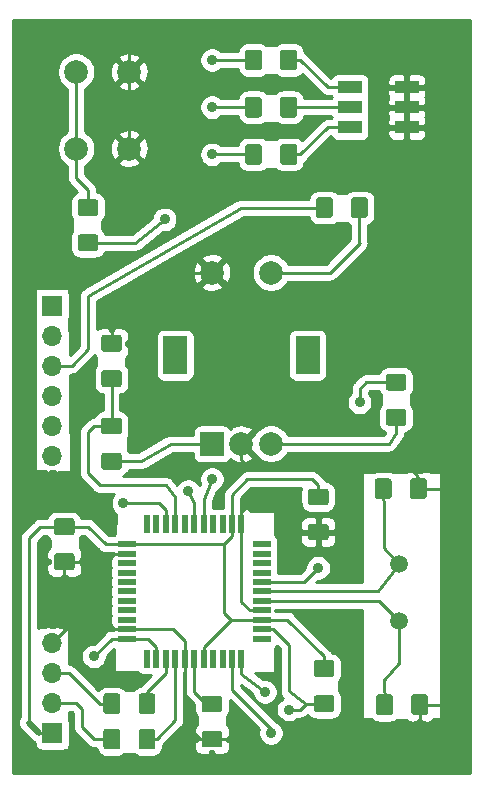
<source format=gbr>
G04 #@! TF.GenerationSoftware,KiCad,Pcbnew,(5.1.4)-1*
G04 #@! TF.CreationDate,2020-08-01T13:26:49+05:30*
G04 #@! TF.ProjectId,knob_32u4,6b6e6f62-5f33-4327-9534-2e6b69636164,rev?*
G04 #@! TF.SameCoordinates,Original*
G04 #@! TF.FileFunction,Copper,L1,Top*
G04 #@! TF.FilePolarity,Positive*
%FSLAX46Y46*%
G04 Gerber Fmt 4.6, Leading zero omitted, Abs format (unit mm)*
G04 Created by KiCad (PCBNEW (5.1.4)-1) date 2020-08-01 13:26:49*
%MOMM*%
%LPD*%
G04 APERTURE LIST*
%ADD10R,2.000000X1.100000*%
%ADD11R,2.000000X2.000000*%
%ADD12C,2.000000*%
%ADD13R,2.000000X3.200000*%
%ADD14O,1.700000X1.700000*%
%ADD15R,1.700000X1.700000*%
%ADD16C,0.100000*%
%ADD17C,1.425000*%
%ADD18C,1.500000*%
%ADD19R,1.500000X0.550000*%
%ADD20R,0.550000X1.500000*%
%ADD21C,0.900000*%
%ADD22C,0.250000*%
%ADD23C,0.254000*%
%ADD24C,0.508000*%
G04 APERTURE END LIST*
D10*
X129200000Y-59700000D03*
X129200000Y-58000000D03*
X129200000Y-56300000D03*
X134000000Y-56300000D03*
X134000000Y-58000000D03*
X134000000Y-59700000D03*
D11*
X117500000Y-86500000D03*
D12*
X120000000Y-86500000D03*
X122500000Y-86500000D03*
D13*
X114400000Y-79000000D03*
X125600000Y-79000000D03*
D12*
X117500000Y-72000000D03*
X122500000Y-72000000D03*
D14*
X104000000Y-103380000D03*
X104000000Y-105920000D03*
X104000000Y-108460000D03*
D15*
X104000000Y-111000000D03*
D16*
G36*
X109649504Y-84288704D02*
G01*
X109673773Y-84292304D01*
X109697571Y-84298265D01*
X109720671Y-84306530D01*
X109742849Y-84317020D01*
X109763893Y-84329633D01*
X109783598Y-84344247D01*
X109801777Y-84360723D01*
X109818253Y-84378902D01*
X109832867Y-84398607D01*
X109845480Y-84419651D01*
X109855970Y-84441829D01*
X109864235Y-84464929D01*
X109870196Y-84488727D01*
X109873796Y-84512996D01*
X109875000Y-84537500D01*
X109875000Y-85462500D01*
X109873796Y-85487004D01*
X109870196Y-85511273D01*
X109864235Y-85535071D01*
X109855970Y-85558171D01*
X109845480Y-85580349D01*
X109832867Y-85601393D01*
X109818253Y-85621098D01*
X109801777Y-85639277D01*
X109783598Y-85655753D01*
X109763893Y-85670367D01*
X109742849Y-85682980D01*
X109720671Y-85693470D01*
X109697571Y-85701735D01*
X109673773Y-85707696D01*
X109649504Y-85711296D01*
X109625000Y-85712500D01*
X108375000Y-85712500D01*
X108350496Y-85711296D01*
X108326227Y-85707696D01*
X108302429Y-85701735D01*
X108279329Y-85693470D01*
X108257151Y-85682980D01*
X108236107Y-85670367D01*
X108216402Y-85655753D01*
X108198223Y-85639277D01*
X108181747Y-85621098D01*
X108167133Y-85601393D01*
X108154520Y-85580349D01*
X108144030Y-85558171D01*
X108135765Y-85535071D01*
X108129804Y-85511273D01*
X108126204Y-85487004D01*
X108125000Y-85462500D01*
X108125000Y-84537500D01*
X108126204Y-84512996D01*
X108129804Y-84488727D01*
X108135765Y-84464929D01*
X108144030Y-84441829D01*
X108154520Y-84419651D01*
X108167133Y-84398607D01*
X108181747Y-84378902D01*
X108198223Y-84360723D01*
X108216402Y-84344247D01*
X108236107Y-84329633D01*
X108257151Y-84317020D01*
X108279329Y-84306530D01*
X108302429Y-84298265D01*
X108326227Y-84292304D01*
X108350496Y-84288704D01*
X108375000Y-84287500D01*
X109625000Y-84287500D01*
X109649504Y-84288704D01*
X109649504Y-84288704D01*
G37*
D17*
X109000000Y-85000000D03*
D16*
G36*
X109649504Y-87263704D02*
G01*
X109673773Y-87267304D01*
X109697571Y-87273265D01*
X109720671Y-87281530D01*
X109742849Y-87292020D01*
X109763893Y-87304633D01*
X109783598Y-87319247D01*
X109801777Y-87335723D01*
X109818253Y-87353902D01*
X109832867Y-87373607D01*
X109845480Y-87394651D01*
X109855970Y-87416829D01*
X109864235Y-87439929D01*
X109870196Y-87463727D01*
X109873796Y-87487996D01*
X109875000Y-87512500D01*
X109875000Y-88437500D01*
X109873796Y-88462004D01*
X109870196Y-88486273D01*
X109864235Y-88510071D01*
X109855970Y-88533171D01*
X109845480Y-88555349D01*
X109832867Y-88576393D01*
X109818253Y-88596098D01*
X109801777Y-88614277D01*
X109783598Y-88630753D01*
X109763893Y-88645367D01*
X109742849Y-88657980D01*
X109720671Y-88668470D01*
X109697571Y-88676735D01*
X109673773Y-88682696D01*
X109649504Y-88686296D01*
X109625000Y-88687500D01*
X108375000Y-88687500D01*
X108350496Y-88686296D01*
X108326227Y-88682696D01*
X108302429Y-88676735D01*
X108279329Y-88668470D01*
X108257151Y-88657980D01*
X108236107Y-88645367D01*
X108216402Y-88630753D01*
X108198223Y-88614277D01*
X108181747Y-88596098D01*
X108167133Y-88576393D01*
X108154520Y-88555349D01*
X108144030Y-88533171D01*
X108135765Y-88510071D01*
X108129804Y-88486273D01*
X108126204Y-88462004D01*
X108125000Y-88437500D01*
X108125000Y-87512500D01*
X108126204Y-87487996D01*
X108129804Y-87463727D01*
X108135765Y-87439929D01*
X108144030Y-87416829D01*
X108154520Y-87394651D01*
X108167133Y-87373607D01*
X108181747Y-87353902D01*
X108198223Y-87335723D01*
X108216402Y-87319247D01*
X108236107Y-87304633D01*
X108257151Y-87292020D01*
X108279329Y-87281530D01*
X108302429Y-87273265D01*
X108326227Y-87267304D01*
X108350496Y-87263704D01*
X108375000Y-87262500D01*
X109625000Y-87262500D01*
X109649504Y-87263704D01*
X109649504Y-87263704D01*
G37*
D17*
X109000000Y-87975000D03*
D16*
G36*
X105649504Y-95776204D02*
G01*
X105673773Y-95779804D01*
X105697571Y-95785765D01*
X105720671Y-95794030D01*
X105742849Y-95804520D01*
X105763893Y-95817133D01*
X105783598Y-95831747D01*
X105801777Y-95848223D01*
X105818253Y-95866402D01*
X105832867Y-95886107D01*
X105845480Y-95907151D01*
X105855970Y-95929329D01*
X105864235Y-95952429D01*
X105870196Y-95976227D01*
X105873796Y-96000496D01*
X105875000Y-96025000D01*
X105875000Y-96950000D01*
X105873796Y-96974504D01*
X105870196Y-96998773D01*
X105864235Y-97022571D01*
X105855970Y-97045671D01*
X105845480Y-97067849D01*
X105832867Y-97088893D01*
X105818253Y-97108598D01*
X105801777Y-97126777D01*
X105783598Y-97143253D01*
X105763893Y-97157867D01*
X105742849Y-97170480D01*
X105720671Y-97180970D01*
X105697571Y-97189235D01*
X105673773Y-97195196D01*
X105649504Y-97198796D01*
X105625000Y-97200000D01*
X104375000Y-97200000D01*
X104350496Y-97198796D01*
X104326227Y-97195196D01*
X104302429Y-97189235D01*
X104279329Y-97180970D01*
X104257151Y-97170480D01*
X104236107Y-97157867D01*
X104216402Y-97143253D01*
X104198223Y-97126777D01*
X104181747Y-97108598D01*
X104167133Y-97088893D01*
X104154520Y-97067849D01*
X104144030Y-97045671D01*
X104135765Y-97022571D01*
X104129804Y-96998773D01*
X104126204Y-96974504D01*
X104125000Y-96950000D01*
X104125000Y-96025000D01*
X104126204Y-96000496D01*
X104129804Y-95976227D01*
X104135765Y-95952429D01*
X104144030Y-95929329D01*
X104154520Y-95907151D01*
X104167133Y-95886107D01*
X104181747Y-95866402D01*
X104198223Y-95848223D01*
X104216402Y-95831747D01*
X104236107Y-95817133D01*
X104257151Y-95804520D01*
X104279329Y-95794030D01*
X104302429Y-95785765D01*
X104326227Y-95779804D01*
X104350496Y-95776204D01*
X104375000Y-95775000D01*
X105625000Y-95775000D01*
X105649504Y-95776204D01*
X105649504Y-95776204D01*
G37*
D17*
X105000000Y-96487500D03*
D16*
G36*
X105649504Y-92801204D02*
G01*
X105673773Y-92804804D01*
X105697571Y-92810765D01*
X105720671Y-92819030D01*
X105742849Y-92829520D01*
X105763893Y-92842133D01*
X105783598Y-92856747D01*
X105801777Y-92873223D01*
X105818253Y-92891402D01*
X105832867Y-92911107D01*
X105845480Y-92932151D01*
X105855970Y-92954329D01*
X105864235Y-92977429D01*
X105870196Y-93001227D01*
X105873796Y-93025496D01*
X105875000Y-93050000D01*
X105875000Y-93975000D01*
X105873796Y-93999504D01*
X105870196Y-94023773D01*
X105864235Y-94047571D01*
X105855970Y-94070671D01*
X105845480Y-94092849D01*
X105832867Y-94113893D01*
X105818253Y-94133598D01*
X105801777Y-94151777D01*
X105783598Y-94168253D01*
X105763893Y-94182867D01*
X105742849Y-94195480D01*
X105720671Y-94205970D01*
X105697571Y-94214235D01*
X105673773Y-94220196D01*
X105649504Y-94223796D01*
X105625000Y-94225000D01*
X104375000Y-94225000D01*
X104350496Y-94223796D01*
X104326227Y-94220196D01*
X104302429Y-94214235D01*
X104279329Y-94205970D01*
X104257151Y-94195480D01*
X104236107Y-94182867D01*
X104216402Y-94168253D01*
X104198223Y-94151777D01*
X104181747Y-94133598D01*
X104167133Y-94113893D01*
X104154520Y-94092849D01*
X104144030Y-94070671D01*
X104135765Y-94047571D01*
X104129804Y-94023773D01*
X104126204Y-93999504D01*
X104125000Y-93975000D01*
X104125000Y-93050000D01*
X104126204Y-93025496D01*
X104129804Y-93001227D01*
X104135765Y-92977429D01*
X104144030Y-92954329D01*
X104154520Y-92932151D01*
X104167133Y-92911107D01*
X104181747Y-92891402D01*
X104198223Y-92873223D01*
X104216402Y-92856747D01*
X104236107Y-92842133D01*
X104257151Y-92829520D01*
X104279329Y-92819030D01*
X104302429Y-92810765D01*
X104326227Y-92804804D01*
X104350496Y-92801204D01*
X104375000Y-92800000D01*
X105625000Y-92800000D01*
X105649504Y-92801204D01*
X105649504Y-92801204D01*
G37*
D17*
X105000000Y-93512500D03*
D16*
G36*
X127149504Y-93263704D02*
G01*
X127173773Y-93267304D01*
X127197571Y-93273265D01*
X127220671Y-93281530D01*
X127242849Y-93292020D01*
X127263893Y-93304633D01*
X127283598Y-93319247D01*
X127301777Y-93335723D01*
X127318253Y-93353902D01*
X127332867Y-93373607D01*
X127345480Y-93394651D01*
X127355970Y-93416829D01*
X127364235Y-93439929D01*
X127370196Y-93463727D01*
X127373796Y-93487996D01*
X127375000Y-93512500D01*
X127375000Y-94437500D01*
X127373796Y-94462004D01*
X127370196Y-94486273D01*
X127364235Y-94510071D01*
X127355970Y-94533171D01*
X127345480Y-94555349D01*
X127332867Y-94576393D01*
X127318253Y-94596098D01*
X127301777Y-94614277D01*
X127283598Y-94630753D01*
X127263893Y-94645367D01*
X127242849Y-94657980D01*
X127220671Y-94668470D01*
X127197571Y-94676735D01*
X127173773Y-94682696D01*
X127149504Y-94686296D01*
X127125000Y-94687500D01*
X125875000Y-94687500D01*
X125850496Y-94686296D01*
X125826227Y-94682696D01*
X125802429Y-94676735D01*
X125779329Y-94668470D01*
X125757151Y-94657980D01*
X125736107Y-94645367D01*
X125716402Y-94630753D01*
X125698223Y-94614277D01*
X125681747Y-94596098D01*
X125667133Y-94576393D01*
X125654520Y-94555349D01*
X125644030Y-94533171D01*
X125635765Y-94510071D01*
X125629804Y-94486273D01*
X125626204Y-94462004D01*
X125625000Y-94437500D01*
X125625000Y-93512500D01*
X125626204Y-93487996D01*
X125629804Y-93463727D01*
X125635765Y-93439929D01*
X125644030Y-93416829D01*
X125654520Y-93394651D01*
X125667133Y-93373607D01*
X125681747Y-93353902D01*
X125698223Y-93335723D01*
X125716402Y-93319247D01*
X125736107Y-93304633D01*
X125757151Y-93292020D01*
X125779329Y-93281530D01*
X125802429Y-93273265D01*
X125826227Y-93267304D01*
X125850496Y-93263704D01*
X125875000Y-93262500D01*
X127125000Y-93262500D01*
X127149504Y-93263704D01*
X127149504Y-93263704D01*
G37*
D17*
X126500000Y-93975000D03*
D16*
G36*
X127149504Y-90288704D02*
G01*
X127173773Y-90292304D01*
X127197571Y-90298265D01*
X127220671Y-90306530D01*
X127242849Y-90317020D01*
X127263893Y-90329633D01*
X127283598Y-90344247D01*
X127301777Y-90360723D01*
X127318253Y-90378902D01*
X127332867Y-90398607D01*
X127345480Y-90419651D01*
X127355970Y-90441829D01*
X127364235Y-90464929D01*
X127370196Y-90488727D01*
X127373796Y-90512996D01*
X127375000Y-90537500D01*
X127375000Y-91462500D01*
X127373796Y-91487004D01*
X127370196Y-91511273D01*
X127364235Y-91535071D01*
X127355970Y-91558171D01*
X127345480Y-91580349D01*
X127332867Y-91601393D01*
X127318253Y-91621098D01*
X127301777Y-91639277D01*
X127283598Y-91655753D01*
X127263893Y-91670367D01*
X127242849Y-91682980D01*
X127220671Y-91693470D01*
X127197571Y-91701735D01*
X127173773Y-91707696D01*
X127149504Y-91711296D01*
X127125000Y-91712500D01*
X125875000Y-91712500D01*
X125850496Y-91711296D01*
X125826227Y-91707696D01*
X125802429Y-91701735D01*
X125779329Y-91693470D01*
X125757151Y-91682980D01*
X125736107Y-91670367D01*
X125716402Y-91655753D01*
X125698223Y-91639277D01*
X125681747Y-91621098D01*
X125667133Y-91601393D01*
X125654520Y-91580349D01*
X125644030Y-91558171D01*
X125635765Y-91535071D01*
X125629804Y-91511273D01*
X125626204Y-91487004D01*
X125625000Y-91462500D01*
X125625000Y-90537500D01*
X125626204Y-90512996D01*
X125629804Y-90488727D01*
X125635765Y-90464929D01*
X125644030Y-90441829D01*
X125654520Y-90419651D01*
X125667133Y-90398607D01*
X125681747Y-90378902D01*
X125698223Y-90360723D01*
X125716402Y-90344247D01*
X125736107Y-90329633D01*
X125757151Y-90317020D01*
X125779329Y-90306530D01*
X125802429Y-90298265D01*
X125826227Y-90292304D01*
X125850496Y-90288704D01*
X125875000Y-90287500D01*
X127125000Y-90287500D01*
X127149504Y-90288704D01*
X127149504Y-90288704D01*
G37*
D17*
X126500000Y-91000000D03*
D18*
X133350000Y-101527000D03*
X133350000Y-96647000D03*
D19*
X110300000Y-103000000D03*
X110300000Y-102200000D03*
X110300000Y-101400000D03*
X110300000Y-100600000D03*
X110300000Y-99800000D03*
X110300000Y-99000000D03*
X110300000Y-98200000D03*
X110300000Y-97400000D03*
X110300000Y-96600000D03*
X110300000Y-95800000D03*
X110300000Y-95000000D03*
D20*
X112000000Y-93300000D03*
X112800000Y-93300000D03*
X113600000Y-93300000D03*
X114400000Y-93300000D03*
X115200000Y-93300000D03*
X116000000Y-93300000D03*
X116800000Y-93300000D03*
X117600000Y-93300000D03*
X118400000Y-93300000D03*
X119200000Y-93300000D03*
X120000000Y-93300000D03*
D19*
X121700000Y-95000000D03*
X121700000Y-95800000D03*
X121700000Y-96600000D03*
X121700000Y-97400000D03*
X121700000Y-98200000D03*
X121700000Y-99000000D03*
X121700000Y-99800000D03*
X121700000Y-100600000D03*
X121700000Y-101400000D03*
X121700000Y-102200000D03*
X121700000Y-103000000D03*
D20*
X120000000Y-104700000D03*
X119200000Y-104700000D03*
X118400000Y-104700000D03*
X117600000Y-104700000D03*
X116800000Y-104700000D03*
X116000000Y-104700000D03*
X115200000Y-104700000D03*
X114400000Y-104700000D03*
X113600000Y-104700000D03*
X112800000Y-104700000D03*
X112000000Y-104700000D03*
D12*
X106000000Y-55000000D03*
X110500000Y-55000000D03*
X106000000Y-61500000D03*
X110500000Y-61500000D03*
D16*
G36*
X130474504Y-65626204D02*
G01*
X130498773Y-65629804D01*
X130522571Y-65635765D01*
X130545671Y-65644030D01*
X130567849Y-65654520D01*
X130588893Y-65667133D01*
X130608598Y-65681747D01*
X130626777Y-65698223D01*
X130643253Y-65716402D01*
X130657867Y-65736107D01*
X130670480Y-65757151D01*
X130680970Y-65779329D01*
X130689235Y-65802429D01*
X130695196Y-65826227D01*
X130698796Y-65850496D01*
X130700000Y-65875000D01*
X130700000Y-67125000D01*
X130698796Y-67149504D01*
X130695196Y-67173773D01*
X130689235Y-67197571D01*
X130680970Y-67220671D01*
X130670480Y-67242849D01*
X130657867Y-67263893D01*
X130643253Y-67283598D01*
X130626777Y-67301777D01*
X130608598Y-67318253D01*
X130588893Y-67332867D01*
X130567849Y-67345480D01*
X130545671Y-67355970D01*
X130522571Y-67364235D01*
X130498773Y-67370196D01*
X130474504Y-67373796D01*
X130450000Y-67375000D01*
X129525000Y-67375000D01*
X129500496Y-67373796D01*
X129476227Y-67370196D01*
X129452429Y-67364235D01*
X129429329Y-67355970D01*
X129407151Y-67345480D01*
X129386107Y-67332867D01*
X129366402Y-67318253D01*
X129348223Y-67301777D01*
X129331747Y-67283598D01*
X129317133Y-67263893D01*
X129304520Y-67242849D01*
X129294030Y-67220671D01*
X129285765Y-67197571D01*
X129279804Y-67173773D01*
X129276204Y-67149504D01*
X129275000Y-67125000D01*
X129275000Y-65875000D01*
X129276204Y-65850496D01*
X129279804Y-65826227D01*
X129285765Y-65802429D01*
X129294030Y-65779329D01*
X129304520Y-65757151D01*
X129317133Y-65736107D01*
X129331747Y-65716402D01*
X129348223Y-65698223D01*
X129366402Y-65681747D01*
X129386107Y-65667133D01*
X129407151Y-65654520D01*
X129429329Y-65644030D01*
X129452429Y-65635765D01*
X129476227Y-65629804D01*
X129500496Y-65626204D01*
X129525000Y-65625000D01*
X130450000Y-65625000D01*
X130474504Y-65626204D01*
X130474504Y-65626204D01*
G37*
D17*
X129987500Y-66500000D03*
D16*
G36*
X127499504Y-65626204D02*
G01*
X127523773Y-65629804D01*
X127547571Y-65635765D01*
X127570671Y-65644030D01*
X127592849Y-65654520D01*
X127613893Y-65667133D01*
X127633598Y-65681747D01*
X127651777Y-65698223D01*
X127668253Y-65716402D01*
X127682867Y-65736107D01*
X127695480Y-65757151D01*
X127705970Y-65779329D01*
X127714235Y-65802429D01*
X127720196Y-65826227D01*
X127723796Y-65850496D01*
X127725000Y-65875000D01*
X127725000Y-67125000D01*
X127723796Y-67149504D01*
X127720196Y-67173773D01*
X127714235Y-67197571D01*
X127705970Y-67220671D01*
X127695480Y-67242849D01*
X127682867Y-67263893D01*
X127668253Y-67283598D01*
X127651777Y-67301777D01*
X127633598Y-67318253D01*
X127613893Y-67332867D01*
X127592849Y-67345480D01*
X127570671Y-67355970D01*
X127547571Y-67364235D01*
X127523773Y-67370196D01*
X127499504Y-67373796D01*
X127475000Y-67375000D01*
X126550000Y-67375000D01*
X126525496Y-67373796D01*
X126501227Y-67370196D01*
X126477429Y-67364235D01*
X126454329Y-67355970D01*
X126432151Y-67345480D01*
X126411107Y-67332867D01*
X126391402Y-67318253D01*
X126373223Y-67301777D01*
X126356747Y-67283598D01*
X126342133Y-67263893D01*
X126329520Y-67242849D01*
X126319030Y-67220671D01*
X126310765Y-67197571D01*
X126304804Y-67173773D01*
X126301204Y-67149504D01*
X126300000Y-67125000D01*
X126300000Y-65875000D01*
X126301204Y-65850496D01*
X126304804Y-65826227D01*
X126310765Y-65802429D01*
X126319030Y-65779329D01*
X126329520Y-65757151D01*
X126342133Y-65736107D01*
X126356747Y-65716402D01*
X126373223Y-65698223D01*
X126391402Y-65681747D01*
X126411107Y-65667133D01*
X126432151Y-65654520D01*
X126454329Y-65644030D01*
X126477429Y-65635765D01*
X126501227Y-65629804D01*
X126525496Y-65626204D01*
X126550000Y-65625000D01*
X127475000Y-65625000D01*
X127499504Y-65626204D01*
X127499504Y-65626204D01*
G37*
D17*
X127012500Y-66500000D03*
D16*
G36*
X133745504Y-80568704D02*
G01*
X133769773Y-80572304D01*
X133793571Y-80578265D01*
X133816671Y-80586530D01*
X133838849Y-80597020D01*
X133859893Y-80609633D01*
X133879598Y-80624247D01*
X133897777Y-80640723D01*
X133914253Y-80658902D01*
X133928867Y-80678607D01*
X133941480Y-80699651D01*
X133951970Y-80721829D01*
X133960235Y-80744929D01*
X133966196Y-80768727D01*
X133969796Y-80792996D01*
X133971000Y-80817500D01*
X133971000Y-81742500D01*
X133969796Y-81767004D01*
X133966196Y-81791273D01*
X133960235Y-81815071D01*
X133951970Y-81838171D01*
X133941480Y-81860349D01*
X133928867Y-81881393D01*
X133914253Y-81901098D01*
X133897777Y-81919277D01*
X133879598Y-81935753D01*
X133859893Y-81950367D01*
X133838849Y-81962980D01*
X133816671Y-81973470D01*
X133793571Y-81981735D01*
X133769773Y-81987696D01*
X133745504Y-81991296D01*
X133721000Y-81992500D01*
X132471000Y-81992500D01*
X132446496Y-81991296D01*
X132422227Y-81987696D01*
X132398429Y-81981735D01*
X132375329Y-81973470D01*
X132353151Y-81962980D01*
X132332107Y-81950367D01*
X132312402Y-81935753D01*
X132294223Y-81919277D01*
X132277747Y-81901098D01*
X132263133Y-81881393D01*
X132250520Y-81860349D01*
X132240030Y-81838171D01*
X132231765Y-81815071D01*
X132225804Y-81791273D01*
X132222204Y-81767004D01*
X132221000Y-81742500D01*
X132221000Y-80817500D01*
X132222204Y-80792996D01*
X132225804Y-80768727D01*
X132231765Y-80744929D01*
X132240030Y-80721829D01*
X132250520Y-80699651D01*
X132263133Y-80678607D01*
X132277747Y-80658902D01*
X132294223Y-80640723D01*
X132312402Y-80624247D01*
X132332107Y-80609633D01*
X132353151Y-80597020D01*
X132375329Y-80586530D01*
X132398429Y-80578265D01*
X132422227Y-80572304D01*
X132446496Y-80568704D01*
X132471000Y-80567500D01*
X133721000Y-80567500D01*
X133745504Y-80568704D01*
X133745504Y-80568704D01*
G37*
D17*
X133096000Y-81280000D03*
D16*
G36*
X133745504Y-83543704D02*
G01*
X133769773Y-83547304D01*
X133793571Y-83553265D01*
X133816671Y-83561530D01*
X133838849Y-83572020D01*
X133859893Y-83584633D01*
X133879598Y-83599247D01*
X133897777Y-83615723D01*
X133914253Y-83633902D01*
X133928867Y-83653607D01*
X133941480Y-83674651D01*
X133951970Y-83696829D01*
X133960235Y-83719929D01*
X133966196Y-83743727D01*
X133969796Y-83767996D01*
X133971000Y-83792500D01*
X133971000Y-84717500D01*
X133969796Y-84742004D01*
X133966196Y-84766273D01*
X133960235Y-84790071D01*
X133951970Y-84813171D01*
X133941480Y-84835349D01*
X133928867Y-84856393D01*
X133914253Y-84876098D01*
X133897777Y-84894277D01*
X133879598Y-84910753D01*
X133859893Y-84925367D01*
X133838849Y-84937980D01*
X133816671Y-84948470D01*
X133793571Y-84956735D01*
X133769773Y-84962696D01*
X133745504Y-84966296D01*
X133721000Y-84967500D01*
X132471000Y-84967500D01*
X132446496Y-84966296D01*
X132422227Y-84962696D01*
X132398429Y-84956735D01*
X132375329Y-84948470D01*
X132353151Y-84937980D01*
X132332107Y-84925367D01*
X132312402Y-84910753D01*
X132294223Y-84894277D01*
X132277747Y-84876098D01*
X132263133Y-84856393D01*
X132250520Y-84835349D01*
X132240030Y-84813171D01*
X132231765Y-84790071D01*
X132225804Y-84766273D01*
X132222204Y-84742004D01*
X132221000Y-84717500D01*
X132221000Y-83792500D01*
X132222204Y-83767996D01*
X132225804Y-83743727D01*
X132231765Y-83719929D01*
X132240030Y-83696829D01*
X132250520Y-83674651D01*
X132263133Y-83653607D01*
X132277747Y-83633902D01*
X132294223Y-83615723D01*
X132312402Y-83599247D01*
X132332107Y-83584633D01*
X132353151Y-83572020D01*
X132375329Y-83561530D01*
X132398429Y-83553265D01*
X132422227Y-83547304D01*
X132446496Y-83543704D01*
X132471000Y-83542500D01*
X133721000Y-83542500D01*
X133745504Y-83543704D01*
X133745504Y-83543704D01*
G37*
D17*
X133096000Y-84255000D03*
D16*
G36*
X107649504Y-68763704D02*
G01*
X107673773Y-68767304D01*
X107697571Y-68773265D01*
X107720671Y-68781530D01*
X107742849Y-68792020D01*
X107763893Y-68804633D01*
X107783598Y-68819247D01*
X107801777Y-68835723D01*
X107818253Y-68853902D01*
X107832867Y-68873607D01*
X107845480Y-68894651D01*
X107855970Y-68916829D01*
X107864235Y-68939929D01*
X107870196Y-68963727D01*
X107873796Y-68987996D01*
X107875000Y-69012500D01*
X107875000Y-69937500D01*
X107873796Y-69962004D01*
X107870196Y-69986273D01*
X107864235Y-70010071D01*
X107855970Y-70033171D01*
X107845480Y-70055349D01*
X107832867Y-70076393D01*
X107818253Y-70096098D01*
X107801777Y-70114277D01*
X107783598Y-70130753D01*
X107763893Y-70145367D01*
X107742849Y-70157980D01*
X107720671Y-70168470D01*
X107697571Y-70176735D01*
X107673773Y-70182696D01*
X107649504Y-70186296D01*
X107625000Y-70187500D01*
X106375000Y-70187500D01*
X106350496Y-70186296D01*
X106326227Y-70182696D01*
X106302429Y-70176735D01*
X106279329Y-70168470D01*
X106257151Y-70157980D01*
X106236107Y-70145367D01*
X106216402Y-70130753D01*
X106198223Y-70114277D01*
X106181747Y-70096098D01*
X106167133Y-70076393D01*
X106154520Y-70055349D01*
X106144030Y-70033171D01*
X106135765Y-70010071D01*
X106129804Y-69986273D01*
X106126204Y-69962004D01*
X106125000Y-69937500D01*
X106125000Y-69012500D01*
X106126204Y-68987996D01*
X106129804Y-68963727D01*
X106135765Y-68939929D01*
X106144030Y-68916829D01*
X106154520Y-68894651D01*
X106167133Y-68873607D01*
X106181747Y-68853902D01*
X106198223Y-68835723D01*
X106216402Y-68819247D01*
X106236107Y-68804633D01*
X106257151Y-68792020D01*
X106279329Y-68781530D01*
X106302429Y-68773265D01*
X106326227Y-68767304D01*
X106350496Y-68763704D01*
X106375000Y-68762500D01*
X107625000Y-68762500D01*
X107649504Y-68763704D01*
X107649504Y-68763704D01*
G37*
D17*
X107000000Y-69475000D03*
D16*
G36*
X107649504Y-65788704D02*
G01*
X107673773Y-65792304D01*
X107697571Y-65798265D01*
X107720671Y-65806530D01*
X107742849Y-65817020D01*
X107763893Y-65829633D01*
X107783598Y-65844247D01*
X107801777Y-65860723D01*
X107818253Y-65878902D01*
X107832867Y-65898607D01*
X107845480Y-65919651D01*
X107855970Y-65941829D01*
X107864235Y-65964929D01*
X107870196Y-65988727D01*
X107873796Y-66012996D01*
X107875000Y-66037500D01*
X107875000Y-66962500D01*
X107873796Y-66987004D01*
X107870196Y-67011273D01*
X107864235Y-67035071D01*
X107855970Y-67058171D01*
X107845480Y-67080349D01*
X107832867Y-67101393D01*
X107818253Y-67121098D01*
X107801777Y-67139277D01*
X107783598Y-67155753D01*
X107763893Y-67170367D01*
X107742849Y-67182980D01*
X107720671Y-67193470D01*
X107697571Y-67201735D01*
X107673773Y-67207696D01*
X107649504Y-67211296D01*
X107625000Y-67212500D01*
X106375000Y-67212500D01*
X106350496Y-67211296D01*
X106326227Y-67207696D01*
X106302429Y-67201735D01*
X106279329Y-67193470D01*
X106257151Y-67182980D01*
X106236107Y-67170367D01*
X106216402Y-67155753D01*
X106198223Y-67139277D01*
X106181747Y-67121098D01*
X106167133Y-67101393D01*
X106154520Y-67080349D01*
X106144030Y-67058171D01*
X106135765Y-67035071D01*
X106129804Y-67011273D01*
X106126204Y-66987004D01*
X106125000Y-66962500D01*
X106125000Y-66037500D01*
X106126204Y-66012996D01*
X106129804Y-65988727D01*
X106135765Y-65964929D01*
X106144030Y-65941829D01*
X106154520Y-65919651D01*
X106167133Y-65898607D01*
X106181747Y-65878902D01*
X106198223Y-65860723D01*
X106216402Y-65844247D01*
X106236107Y-65829633D01*
X106257151Y-65817020D01*
X106279329Y-65806530D01*
X106302429Y-65798265D01*
X106326227Y-65792304D01*
X106350496Y-65788704D01*
X106375000Y-65787500D01*
X107625000Y-65787500D01*
X107649504Y-65788704D01*
X107649504Y-65788704D01*
G37*
D17*
X107000000Y-66500000D03*
D16*
G36*
X124487004Y-61126204D02*
G01*
X124511273Y-61129804D01*
X124535071Y-61135765D01*
X124558171Y-61144030D01*
X124580349Y-61154520D01*
X124601393Y-61167133D01*
X124621098Y-61181747D01*
X124639277Y-61198223D01*
X124655753Y-61216402D01*
X124670367Y-61236107D01*
X124682980Y-61257151D01*
X124693470Y-61279329D01*
X124701735Y-61302429D01*
X124707696Y-61326227D01*
X124711296Y-61350496D01*
X124712500Y-61375000D01*
X124712500Y-62625000D01*
X124711296Y-62649504D01*
X124707696Y-62673773D01*
X124701735Y-62697571D01*
X124693470Y-62720671D01*
X124682980Y-62742849D01*
X124670367Y-62763893D01*
X124655753Y-62783598D01*
X124639277Y-62801777D01*
X124621098Y-62818253D01*
X124601393Y-62832867D01*
X124580349Y-62845480D01*
X124558171Y-62855970D01*
X124535071Y-62864235D01*
X124511273Y-62870196D01*
X124487004Y-62873796D01*
X124462500Y-62875000D01*
X123537500Y-62875000D01*
X123512996Y-62873796D01*
X123488727Y-62870196D01*
X123464929Y-62864235D01*
X123441829Y-62855970D01*
X123419651Y-62845480D01*
X123398607Y-62832867D01*
X123378902Y-62818253D01*
X123360723Y-62801777D01*
X123344247Y-62783598D01*
X123329633Y-62763893D01*
X123317020Y-62742849D01*
X123306530Y-62720671D01*
X123298265Y-62697571D01*
X123292304Y-62673773D01*
X123288704Y-62649504D01*
X123287500Y-62625000D01*
X123287500Y-61375000D01*
X123288704Y-61350496D01*
X123292304Y-61326227D01*
X123298265Y-61302429D01*
X123306530Y-61279329D01*
X123317020Y-61257151D01*
X123329633Y-61236107D01*
X123344247Y-61216402D01*
X123360723Y-61198223D01*
X123378902Y-61181747D01*
X123398607Y-61167133D01*
X123419651Y-61154520D01*
X123441829Y-61144030D01*
X123464929Y-61135765D01*
X123488727Y-61129804D01*
X123512996Y-61126204D01*
X123537500Y-61125000D01*
X124462500Y-61125000D01*
X124487004Y-61126204D01*
X124487004Y-61126204D01*
G37*
D17*
X124000000Y-62000000D03*
D16*
G36*
X121512004Y-61126204D02*
G01*
X121536273Y-61129804D01*
X121560071Y-61135765D01*
X121583171Y-61144030D01*
X121605349Y-61154520D01*
X121626393Y-61167133D01*
X121646098Y-61181747D01*
X121664277Y-61198223D01*
X121680753Y-61216402D01*
X121695367Y-61236107D01*
X121707980Y-61257151D01*
X121718470Y-61279329D01*
X121726735Y-61302429D01*
X121732696Y-61326227D01*
X121736296Y-61350496D01*
X121737500Y-61375000D01*
X121737500Y-62625000D01*
X121736296Y-62649504D01*
X121732696Y-62673773D01*
X121726735Y-62697571D01*
X121718470Y-62720671D01*
X121707980Y-62742849D01*
X121695367Y-62763893D01*
X121680753Y-62783598D01*
X121664277Y-62801777D01*
X121646098Y-62818253D01*
X121626393Y-62832867D01*
X121605349Y-62845480D01*
X121583171Y-62855970D01*
X121560071Y-62864235D01*
X121536273Y-62870196D01*
X121512004Y-62873796D01*
X121487500Y-62875000D01*
X120562500Y-62875000D01*
X120537996Y-62873796D01*
X120513727Y-62870196D01*
X120489929Y-62864235D01*
X120466829Y-62855970D01*
X120444651Y-62845480D01*
X120423607Y-62832867D01*
X120403902Y-62818253D01*
X120385723Y-62801777D01*
X120369247Y-62783598D01*
X120354633Y-62763893D01*
X120342020Y-62742849D01*
X120331530Y-62720671D01*
X120323265Y-62697571D01*
X120317304Y-62673773D01*
X120313704Y-62649504D01*
X120312500Y-62625000D01*
X120312500Y-61375000D01*
X120313704Y-61350496D01*
X120317304Y-61326227D01*
X120323265Y-61302429D01*
X120331530Y-61279329D01*
X120342020Y-61257151D01*
X120354633Y-61236107D01*
X120369247Y-61216402D01*
X120385723Y-61198223D01*
X120403902Y-61181747D01*
X120423607Y-61167133D01*
X120444651Y-61154520D01*
X120466829Y-61144030D01*
X120489929Y-61135765D01*
X120513727Y-61129804D01*
X120537996Y-61126204D01*
X120562500Y-61125000D01*
X121487500Y-61125000D01*
X121512004Y-61126204D01*
X121512004Y-61126204D01*
G37*
D17*
X121025000Y-62000000D03*
D16*
G36*
X124474504Y-57126204D02*
G01*
X124498773Y-57129804D01*
X124522571Y-57135765D01*
X124545671Y-57144030D01*
X124567849Y-57154520D01*
X124588893Y-57167133D01*
X124608598Y-57181747D01*
X124626777Y-57198223D01*
X124643253Y-57216402D01*
X124657867Y-57236107D01*
X124670480Y-57257151D01*
X124680970Y-57279329D01*
X124689235Y-57302429D01*
X124695196Y-57326227D01*
X124698796Y-57350496D01*
X124700000Y-57375000D01*
X124700000Y-58625000D01*
X124698796Y-58649504D01*
X124695196Y-58673773D01*
X124689235Y-58697571D01*
X124680970Y-58720671D01*
X124670480Y-58742849D01*
X124657867Y-58763893D01*
X124643253Y-58783598D01*
X124626777Y-58801777D01*
X124608598Y-58818253D01*
X124588893Y-58832867D01*
X124567849Y-58845480D01*
X124545671Y-58855970D01*
X124522571Y-58864235D01*
X124498773Y-58870196D01*
X124474504Y-58873796D01*
X124450000Y-58875000D01*
X123525000Y-58875000D01*
X123500496Y-58873796D01*
X123476227Y-58870196D01*
X123452429Y-58864235D01*
X123429329Y-58855970D01*
X123407151Y-58845480D01*
X123386107Y-58832867D01*
X123366402Y-58818253D01*
X123348223Y-58801777D01*
X123331747Y-58783598D01*
X123317133Y-58763893D01*
X123304520Y-58742849D01*
X123294030Y-58720671D01*
X123285765Y-58697571D01*
X123279804Y-58673773D01*
X123276204Y-58649504D01*
X123275000Y-58625000D01*
X123275000Y-57375000D01*
X123276204Y-57350496D01*
X123279804Y-57326227D01*
X123285765Y-57302429D01*
X123294030Y-57279329D01*
X123304520Y-57257151D01*
X123317133Y-57236107D01*
X123331747Y-57216402D01*
X123348223Y-57198223D01*
X123366402Y-57181747D01*
X123386107Y-57167133D01*
X123407151Y-57154520D01*
X123429329Y-57144030D01*
X123452429Y-57135765D01*
X123476227Y-57129804D01*
X123500496Y-57126204D01*
X123525000Y-57125000D01*
X124450000Y-57125000D01*
X124474504Y-57126204D01*
X124474504Y-57126204D01*
G37*
D17*
X123987500Y-58000000D03*
D16*
G36*
X121499504Y-57126204D02*
G01*
X121523773Y-57129804D01*
X121547571Y-57135765D01*
X121570671Y-57144030D01*
X121592849Y-57154520D01*
X121613893Y-57167133D01*
X121633598Y-57181747D01*
X121651777Y-57198223D01*
X121668253Y-57216402D01*
X121682867Y-57236107D01*
X121695480Y-57257151D01*
X121705970Y-57279329D01*
X121714235Y-57302429D01*
X121720196Y-57326227D01*
X121723796Y-57350496D01*
X121725000Y-57375000D01*
X121725000Y-58625000D01*
X121723796Y-58649504D01*
X121720196Y-58673773D01*
X121714235Y-58697571D01*
X121705970Y-58720671D01*
X121695480Y-58742849D01*
X121682867Y-58763893D01*
X121668253Y-58783598D01*
X121651777Y-58801777D01*
X121633598Y-58818253D01*
X121613893Y-58832867D01*
X121592849Y-58845480D01*
X121570671Y-58855970D01*
X121547571Y-58864235D01*
X121523773Y-58870196D01*
X121499504Y-58873796D01*
X121475000Y-58875000D01*
X120550000Y-58875000D01*
X120525496Y-58873796D01*
X120501227Y-58870196D01*
X120477429Y-58864235D01*
X120454329Y-58855970D01*
X120432151Y-58845480D01*
X120411107Y-58832867D01*
X120391402Y-58818253D01*
X120373223Y-58801777D01*
X120356747Y-58783598D01*
X120342133Y-58763893D01*
X120329520Y-58742849D01*
X120319030Y-58720671D01*
X120310765Y-58697571D01*
X120304804Y-58673773D01*
X120301204Y-58649504D01*
X120300000Y-58625000D01*
X120300000Y-57375000D01*
X120301204Y-57350496D01*
X120304804Y-57326227D01*
X120310765Y-57302429D01*
X120319030Y-57279329D01*
X120329520Y-57257151D01*
X120342133Y-57236107D01*
X120356747Y-57216402D01*
X120373223Y-57198223D01*
X120391402Y-57181747D01*
X120411107Y-57167133D01*
X120432151Y-57154520D01*
X120454329Y-57144030D01*
X120477429Y-57135765D01*
X120501227Y-57129804D01*
X120525496Y-57126204D01*
X120550000Y-57125000D01*
X121475000Y-57125000D01*
X121499504Y-57126204D01*
X121499504Y-57126204D01*
G37*
D17*
X121012500Y-58000000D03*
D16*
G36*
X124487004Y-53126204D02*
G01*
X124511273Y-53129804D01*
X124535071Y-53135765D01*
X124558171Y-53144030D01*
X124580349Y-53154520D01*
X124601393Y-53167133D01*
X124621098Y-53181747D01*
X124639277Y-53198223D01*
X124655753Y-53216402D01*
X124670367Y-53236107D01*
X124682980Y-53257151D01*
X124693470Y-53279329D01*
X124701735Y-53302429D01*
X124707696Y-53326227D01*
X124711296Y-53350496D01*
X124712500Y-53375000D01*
X124712500Y-54625000D01*
X124711296Y-54649504D01*
X124707696Y-54673773D01*
X124701735Y-54697571D01*
X124693470Y-54720671D01*
X124682980Y-54742849D01*
X124670367Y-54763893D01*
X124655753Y-54783598D01*
X124639277Y-54801777D01*
X124621098Y-54818253D01*
X124601393Y-54832867D01*
X124580349Y-54845480D01*
X124558171Y-54855970D01*
X124535071Y-54864235D01*
X124511273Y-54870196D01*
X124487004Y-54873796D01*
X124462500Y-54875000D01*
X123537500Y-54875000D01*
X123512996Y-54873796D01*
X123488727Y-54870196D01*
X123464929Y-54864235D01*
X123441829Y-54855970D01*
X123419651Y-54845480D01*
X123398607Y-54832867D01*
X123378902Y-54818253D01*
X123360723Y-54801777D01*
X123344247Y-54783598D01*
X123329633Y-54763893D01*
X123317020Y-54742849D01*
X123306530Y-54720671D01*
X123298265Y-54697571D01*
X123292304Y-54673773D01*
X123288704Y-54649504D01*
X123287500Y-54625000D01*
X123287500Y-53375000D01*
X123288704Y-53350496D01*
X123292304Y-53326227D01*
X123298265Y-53302429D01*
X123306530Y-53279329D01*
X123317020Y-53257151D01*
X123329633Y-53236107D01*
X123344247Y-53216402D01*
X123360723Y-53198223D01*
X123378902Y-53181747D01*
X123398607Y-53167133D01*
X123419651Y-53154520D01*
X123441829Y-53144030D01*
X123464929Y-53135765D01*
X123488727Y-53129804D01*
X123512996Y-53126204D01*
X123537500Y-53125000D01*
X124462500Y-53125000D01*
X124487004Y-53126204D01*
X124487004Y-53126204D01*
G37*
D17*
X124000000Y-54000000D03*
D16*
G36*
X121512004Y-53126204D02*
G01*
X121536273Y-53129804D01*
X121560071Y-53135765D01*
X121583171Y-53144030D01*
X121605349Y-53154520D01*
X121626393Y-53167133D01*
X121646098Y-53181747D01*
X121664277Y-53198223D01*
X121680753Y-53216402D01*
X121695367Y-53236107D01*
X121707980Y-53257151D01*
X121718470Y-53279329D01*
X121726735Y-53302429D01*
X121732696Y-53326227D01*
X121736296Y-53350496D01*
X121737500Y-53375000D01*
X121737500Y-54625000D01*
X121736296Y-54649504D01*
X121732696Y-54673773D01*
X121726735Y-54697571D01*
X121718470Y-54720671D01*
X121707980Y-54742849D01*
X121695367Y-54763893D01*
X121680753Y-54783598D01*
X121664277Y-54801777D01*
X121646098Y-54818253D01*
X121626393Y-54832867D01*
X121605349Y-54845480D01*
X121583171Y-54855970D01*
X121560071Y-54864235D01*
X121536273Y-54870196D01*
X121512004Y-54873796D01*
X121487500Y-54875000D01*
X120562500Y-54875000D01*
X120537996Y-54873796D01*
X120513727Y-54870196D01*
X120489929Y-54864235D01*
X120466829Y-54855970D01*
X120444651Y-54845480D01*
X120423607Y-54832867D01*
X120403902Y-54818253D01*
X120385723Y-54801777D01*
X120369247Y-54783598D01*
X120354633Y-54763893D01*
X120342020Y-54742849D01*
X120331530Y-54720671D01*
X120323265Y-54697571D01*
X120317304Y-54673773D01*
X120313704Y-54649504D01*
X120312500Y-54625000D01*
X120312500Y-53375000D01*
X120313704Y-53350496D01*
X120317304Y-53326227D01*
X120323265Y-53302429D01*
X120331530Y-53279329D01*
X120342020Y-53257151D01*
X120354633Y-53236107D01*
X120369247Y-53216402D01*
X120385723Y-53198223D01*
X120403902Y-53181747D01*
X120423607Y-53167133D01*
X120444651Y-53154520D01*
X120466829Y-53144030D01*
X120489929Y-53135765D01*
X120513727Y-53129804D01*
X120537996Y-53126204D01*
X120562500Y-53125000D01*
X121487500Y-53125000D01*
X121512004Y-53126204D01*
X121512004Y-53126204D01*
G37*
D17*
X121025000Y-54000000D03*
D16*
G36*
X127649504Y-107788704D02*
G01*
X127673773Y-107792304D01*
X127697571Y-107798265D01*
X127720671Y-107806530D01*
X127742849Y-107817020D01*
X127763893Y-107829633D01*
X127783598Y-107844247D01*
X127801777Y-107860723D01*
X127818253Y-107878902D01*
X127832867Y-107898607D01*
X127845480Y-107919651D01*
X127855970Y-107941829D01*
X127864235Y-107964929D01*
X127870196Y-107988727D01*
X127873796Y-108012996D01*
X127875000Y-108037500D01*
X127875000Y-108962500D01*
X127873796Y-108987004D01*
X127870196Y-109011273D01*
X127864235Y-109035071D01*
X127855970Y-109058171D01*
X127845480Y-109080349D01*
X127832867Y-109101393D01*
X127818253Y-109121098D01*
X127801777Y-109139277D01*
X127783598Y-109155753D01*
X127763893Y-109170367D01*
X127742849Y-109182980D01*
X127720671Y-109193470D01*
X127697571Y-109201735D01*
X127673773Y-109207696D01*
X127649504Y-109211296D01*
X127625000Y-109212500D01*
X126375000Y-109212500D01*
X126350496Y-109211296D01*
X126326227Y-109207696D01*
X126302429Y-109201735D01*
X126279329Y-109193470D01*
X126257151Y-109182980D01*
X126236107Y-109170367D01*
X126216402Y-109155753D01*
X126198223Y-109139277D01*
X126181747Y-109121098D01*
X126167133Y-109101393D01*
X126154520Y-109080349D01*
X126144030Y-109058171D01*
X126135765Y-109035071D01*
X126129804Y-109011273D01*
X126126204Y-108987004D01*
X126125000Y-108962500D01*
X126125000Y-108037500D01*
X126126204Y-108012996D01*
X126129804Y-107988727D01*
X126135765Y-107964929D01*
X126144030Y-107941829D01*
X126154520Y-107919651D01*
X126167133Y-107898607D01*
X126181747Y-107878902D01*
X126198223Y-107860723D01*
X126216402Y-107844247D01*
X126236107Y-107829633D01*
X126257151Y-107817020D01*
X126279329Y-107806530D01*
X126302429Y-107798265D01*
X126326227Y-107792304D01*
X126350496Y-107788704D01*
X126375000Y-107787500D01*
X127625000Y-107787500D01*
X127649504Y-107788704D01*
X127649504Y-107788704D01*
G37*
D17*
X127000000Y-108500000D03*
D16*
G36*
X127649504Y-104813704D02*
G01*
X127673773Y-104817304D01*
X127697571Y-104823265D01*
X127720671Y-104831530D01*
X127742849Y-104842020D01*
X127763893Y-104854633D01*
X127783598Y-104869247D01*
X127801777Y-104885723D01*
X127818253Y-104903902D01*
X127832867Y-104923607D01*
X127845480Y-104944651D01*
X127855970Y-104966829D01*
X127864235Y-104989929D01*
X127870196Y-105013727D01*
X127873796Y-105037996D01*
X127875000Y-105062500D01*
X127875000Y-105987500D01*
X127873796Y-106012004D01*
X127870196Y-106036273D01*
X127864235Y-106060071D01*
X127855970Y-106083171D01*
X127845480Y-106105349D01*
X127832867Y-106126393D01*
X127818253Y-106146098D01*
X127801777Y-106164277D01*
X127783598Y-106180753D01*
X127763893Y-106195367D01*
X127742849Y-106207980D01*
X127720671Y-106218470D01*
X127697571Y-106226735D01*
X127673773Y-106232696D01*
X127649504Y-106236296D01*
X127625000Y-106237500D01*
X126375000Y-106237500D01*
X126350496Y-106236296D01*
X126326227Y-106232696D01*
X126302429Y-106226735D01*
X126279329Y-106218470D01*
X126257151Y-106207980D01*
X126236107Y-106195367D01*
X126216402Y-106180753D01*
X126198223Y-106164277D01*
X126181747Y-106146098D01*
X126167133Y-106126393D01*
X126154520Y-106105349D01*
X126144030Y-106083171D01*
X126135765Y-106060071D01*
X126129804Y-106036273D01*
X126126204Y-106012004D01*
X126125000Y-105987500D01*
X126125000Y-105062500D01*
X126126204Y-105037996D01*
X126129804Y-105013727D01*
X126135765Y-104989929D01*
X126144030Y-104966829D01*
X126154520Y-104944651D01*
X126167133Y-104923607D01*
X126181747Y-104903902D01*
X126198223Y-104885723D01*
X126216402Y-104869247D01*
X126236107Y-104854633D01*
X126257151Y-104842020D01*
X126279329Y-104831530D01*
X126302429Y-104823265D01*
X126326227Y-104817304D01*
X126350496Y-104813704D01*
X126375000Y-104812500D01*
X127625000Y-104812500D01*
X127649504Y-104813704D01*
X127649504Y-104813704D01*
G37*
D17*
X127000000Y-105525000D03*
D16*
G36*
X112487004Y-107626204D02*
G01*
X112511273Y-107629804D01*
X112535071Y-107635765D01*
X112558171Y-107644030D01*
X112580349Y-107654520D01*
X112601393Y-107667133D01*
X112621098Y-107681747D01*
X112639277Y-107698223D01*
X112655753Y-107716402D01*
X112670367Y-107736107D01*
X112682980Y-107757151D01*
X112693470Y-107779329D01*
X112701735Y-107802429D01*
X112707696Y-107826227D01*
X112711296Y-107850496D01*
X112712500Y-107875000D01*
X112712500Y-109125000D01*
X112711296Y-109149504D01*
X112707696Y-109173773D01*
X112701735Y-109197571D01*
X112693470Y-109220671D01*
X112682980Y-109242849D01*
X112670367Y-109263893D01*
X112655753Y-109283598D01*
X112639277Y-109301777D01*
X112621098Y-109318253D01*
X112601393Y-109332867D01*
X112580349Y-109345480D01*
X112558171Y-109355970D01*
X112535071Y-109364235D01*
X112511273Y-109370196D01*
X112487004Y-109373796D01*
X112462500Y-109375000D01*
X111537500Y-109375000D01*
X111512996Y-109373796D01*
X111488727Y-109370196D01*
X111464929Y-109364235D01*
X111441829Y-109355970D01*
X111419651Y-109345480D01*
X111398607Y-109332867D01*
X111378902Y-109318253D01*
X111360723Y-109301777D01*
X111344247Y-109283598D01*
X111329633Y-109263893D01*
X111317020Y-109242849D01*
X111306530Y-109220671D01*
X111298265Y-109197571D01*
X111292304Y-109173773D01*
X111288704Y-109149504D01*
X111287500Y-109125000D01*
X111287500Y-107875000D01*
X111288704Y-107850496D01*
X111292304Y-107826227D01*
X111298265Y-107802429D01*
X111306530Y-107779329D01*
X111317020Y-107757151D01*
X111329633Y-107736107D01*
X111344247Y-107716402D01*
X111360723Y-107698223D01*
X111378902Y-107681747D01*
X111398607Y-107667133D01*
X111419651Y-107654520D01*
X111441829Y-107644030D01*
X111464929Y-107635765D01*
X111488727Y-107629804D01*
X111512996Y-107626204D01*
X111537500Y-107625000D01*
X112462500Y-107625000D01*
X112487004Y-107626204D01*
X112487004Y-107626204D01*
G37*
D17*
X112000000Y-108500000D03*
D16*
G36*
X109512004Y-107626204D02*
G01*
X109536273Y-107629804D01*
X109560071Y-107635765D01*
X109583171Y-107644030D01*
X109605349Y-107654520D01*
X109626393Y-107667133D01*
X109646098Y-107681747D01*
X109664277Y-107698223D01*
X109680753Y-107716402D01*
X109695367Y-107736107D01*
X109707980Y-107757151D01*
X109718470Y-107779329D01*
X109726735Y-107802429D01*
X109732696Y-107826227D01*
X109736296Y-107850496D01*
X109737500Y-107875000D01*
X109737500Y-109125000D01*
X109736296Y-109149504D01*
X109732696Y-109173773D01*
X109726735Y-109197571D01*
X109718470Y-109220671D01*
X109707980Y-109242849D01*
X109695367Y-109263893D01*
X109680753Y-109283598D01*
X109664277Y-109301777D01*
X109646098Y-109318253D01*
X109626393Y-109332867D01*
X109605349Y-109345480D01*
X109583171Y-109355970D01*
X109560071Y-109364235D01*
X109536273Y-109370196D01*
X109512004Y-109373796D01*
X109487500Y-109375000D01*
X108562500Y-109375000D01*
X108537996Y-109373796D01*
X108513727Y-109370196D01*
X108489929Y-109364235D01*
X108466829Y-109355970D01*
X108444651Y-109345480D01*
X108423607Y-109332867D01*
X108403902Y-109318253D01*
X108385723Y-109301777D01*
X108369247Y-109283598D01*
X108354633Y-109263893D01*
X108342020Y-109242849D01*
X108331530Y-109220671D01*
X108323265Y-109197571D01*
X108317304Y-109173773D01*
X108313704Y-109149504D01*
X108312500Y-109125000D01*
X108312500Y-107875000D01*
X108313704Y-107850496D01*
X108317304Y-107826227D01*
X108323265Y-107802429D01*
X108331530Y-107779329D01*
X108342020Y-107757151D01*
X108354633Y-107736107D01*
X108369247Y-107716402D01*
X108385723Y-107698223D01*
X108403902Y-107681747D01*
X108423607Y-107667133D01*
X108444651Y-107654520D01*
X108466829Y-107644030D01*
X108489929Y-107635765D01*
X108513727Y-107629804D01*
X108537996Y-107626204D01*
X108562500Y-107625000D01*
X109487500Y-107625000D01*
X109512004Y-107626204D01*
X109512004Y-107626204D01*
G37*
D17*
X109025000Y-108500000D03*
D16*
G36*
X112487004Y-110626204D02*
G01*
X112511273Y-110629804D01*
X112535071Y-110635765D01*
X112558171Y-110644030D01*
X112580349Y-110654520D01*
X112601393Y-110667133D01*
X112621098Y-110681747D01*
X112639277Y-110698223D01*
X112655753Y-110716402D01*
X112670367Y-110736107D01*
X112682980Y-110757151D01*
X112693470Y-110779329D01*
X112701735Y-110802429D01*
X112707696Y-110826227D01*
X112711296Y-110850496D01*
X112712500Y-110875000D01*
X112712500Y-112125000D01*
X112711296Y-112149504D01*
X112707696Y-112173773D01*
X112701735Y-112197571D01*
X112693470Y-112220671D01*
X112682980Y-112242849D01*
X112670367Y-112263893D01*
X112655753Y-112283598D01*
X112639277Y-112301777D01*
X112621098Y-112318253D01*
X112601393Y-112332867D01*
X112580349Y-112345480D01*
X112558171Y-112355970D01*
X112535071Y-112364235D01*
X112511273Y-112370196D01*
X112487004Y-112373796D01*
X112462500Y-112375000D01*
X111537500Y-112375000D01*
X111512996Y-112373796D01*
X111488727Y-112370196D01*
X111464929Y-112364235D01*
X111441829Y-112355970D01*
X111419651Y-112345480D01*
X111398607Y-112332867D01*
X111378902Y-112318253D01*
X111360723Y-112301777D01*
X111344247Y-112283598D01*
X111329633Y-112263893D01*
X111317020Y-112242849D01*
X111306530Y-112220671D01*
X111298265Y-112197571D01*
X111292304Y-112173773D01*
X111288704Y-112149504D01*
X111287500Y-112125000D01*
X111287500Y-110875000D01*
X111288704Y-110850496D01*
X111292304Y-110826227D01*
X111298265Y-110802429D01*
X111306530Y-110779329D01*
X111317020Y-110757151D01*
X111329633Y-110736107D01*
X111344247Y-110716402D01*
X111360723Y-110698223D01*
X111378902Y-110681747D01*
X111398607Y-110667133D01*
X111419651Y-110654520D01*
X111441829Y-110644030D01*
X111464929Y-110635765D01*
X111488727Y-110629804D01*
X111512996Y-110626204D01*
X111537500Y-110625000D01*
X112462500Y-110625000D01*
X112487004Y-110626204D01*
X112487004Y-110626204D01*
G37*
D17*
X112000000Y-111500000D03*
D16*
G36*
X109512004Y-110626204D02*
G01*
X109536273Y-110629804D01*
X109560071Y-110635765D01*
X109583171Y-110644030D01*
X109605349Y-110654520D01*
X109626393Y-110667133D01*
X109646098Y-110681747D01*
X109664277Y-110698223D01*
X109680753Y-110716402D01*
X109695367Y-110736107D01*
X109707980Y-110757151D01*
X109718470Y-110779329D01*
X109726735Y-110802429D01*
X109732696Y-110826227D01*
X109736296Y-110850496D01*
X109737500Y-110875000D01*
X109737500Y-112125000D01*
X109736296Y-112149504D01*
X109732696Y-112173773D01*
X109726735Y-112197571D01*
X109718470Y-112220671D01*
X109707980Y-112242849D01*
X109695367Y-112263893D01*
X109680753Y-112283598D01*
X109664277Y-112301777D01*
X109646098Y-112318253D01*
X109626393Y-112332867D01*
X109605349Y-112345480D01*
X109583171Y-112355970D01*
X109560071Y-112364235D01*
X109536273Y-112370196D01*
X109512004Y-112373796D01*
X109487500Y-112375000D01*
X108562500Y-112375000D01*
X108537996Y-112373796D01*
X108513727Y-112370196D01*
X108489929Y-112364235D01*
X108466829Y-112355970D01*
X108444651Y-112345480D01*
X108423607Y-112332867D01*
X108403902Y-112318253D01*
X108385723Y-112301777D01*
X108369247Y-112283598D01*
X108354633Y-112263893D01*
X108342020Y-112242849D01*
X108331530Y-112220671D01*
X108323265Y-112197571D01*
X108317304Y-112173773D01*
X108313704Y-112149504D01*
X108312500Y-112125000D01*
X108312500Y-110875000D01*
X108313704Y-110850496D01*
X108317304Y-110826227D01*
X108323265Y-110802429D01*
X108331530Y-110779329D01*
X108342020Y-110757151D01*
X108354633Y-110736107D01*
X108369247Y-110716402D01*
X108385723Y-110698223D01*
X108403902Y-110681747D01*
X108423607Y-110667133D01*
X108444651Y-110654520D01*
X108466829Y-110644030D01*
X108489929Y-110635765D01*
X108513727Y-110629804D01*
X108537996Y-110626204D01*
X108562500Y-110625000D01*
X109487500Y-110625000D01*
X109512004Y-110626204D01*
X109512004Y-110626204D01*
G37*
D17*
X109025000Y-111500000D03*
D14*
X104000000Y-87500000D03*
X104000000Y-84960000D03*
X104000000Y-82420000D03*
X104000000Y-79880000D03*
X104000000Y-77340000D03*
D15*
X104000000Y-74800000D03*
D16*
G36*
X109649504Y-77288704D02*
G01*
X109673773Y-77292304D01*
X109697571Y-77298265D01*
X109720671Y-77306530D01*
X109742849Y-77317020D01*
X109763893Y-77329633D01*
X109783598Y-77344247D01*
X109801777Y-77360723D01*
X109818253Y-77378902D01*
X109832867Y-77398607D01*
X109845480Y-77419651D01*
X109855970Y-77441829D01*
X109864235Y-77464929D01*
X109870196Y-77488727D01*
X109873796Y-77512996D01*
X109875000Y-77537500D01*
X109875000Y-78462500D01*
X109873796Y-78487004D01*
X109870196Y-78511273D01*
X109864235Y-78535071D01*
X109855970Y-78558171D01*
X109845480Y-78580349D01*
X109832867Y-78601393D01*
X109818253Y-78621098D01*
X109801777Y-78639277D01*
X109783598Y-78655753D01*
X109763893Y-78670367D01*
X109742849Y-78682980D01*
X109720671Y-78693470D01*
X109697571Y-78701735D01*
X109673773Y-78707696D01*
X109649504Y-78711296D01*
X109625000Y-78712500D01*
X108375000Y-78712500D01*
X108350496Y-78711296D01*
X108326227Y-78707696D01*
X108302429Y-78701735D01*
X108279329Y-78693470D01*
X108257151Y-78682980D01*
X108236107Y-78670367D01*
X108216402Y-78655753D01*
X108198223Y-78639277D01*
X108181747Y-78621098D01*
X108167133Y-78601393D01*
X108154520Y-78580349D01*
X108144030Y-78558171D01*
X108135765Y-78535071D01*
X108129804Y-78511273D01*
X108126204Y-78487004D01*
X108125000Y-78462500D01*
X108125000Y-77537500D01*
X108126204Y-77512996D01*
X108129804Y-77488727D01*
X108135765Y-77464929D01*
X108144030Y-77441829D01*
X108154520Y-77419651D01*
X108167133Y-77398607D01*
X108181747Y-77378902D01*
X108198223Y-77360723D01*
X108216402Y-77344247D01*
X108236107Y-77329633D01*
X108257151Y-77317020D01*
X108279329Y-77306530D01*
X108302429Y-77298265D01*
X108326227Y-77292304D01*
X108350496Y-77288704D01*
X108375000Y-77287500D01*
X109625000Y-77287500D01*
X109649504Y-77288704D01*
X109649504Y-77288704D01*
G37*
D17*
X109000000Y-78000000D03*
D16*
G36*
X109649504Y-80263704D02*
G01*
X109673773Y-80267304D01*
X109697571Y-80273265D01*
X109720671Y-80281530D01*
X109742849Y-80292020D01*
X109763893Y-80304633D01*
X109783598Y-80319247D01*
X109801777Y-80335723D01*
X109818253Y-80353902D01*
X109832867Y-80373607D01*
X109845480Y-80394651D01*
X109855970Y-80416829D01*
X109864235Y-80439929D01*
X109870196Y-80463727D01*
X109873796Y-80487996D01*
X109875000Y-80512500D01*
X109875000Y-81437500D01*
X109873796Y-81462004D01*
X109870196Y-81486273D01*
X109864235Y-81510071D01*
X109855970Y-81533171D01*
X109845480Y-81555349D01*
X109832867Y-81576393D01*
X109818253Y-81596098D01*
X109801777Y-81614277D01*
X109783598Y-81630753D01*
X109763893Y-81645367D01*
X109742849Y-81657980D01*
X109720671Y-81668470D01*
X109697571Y-81676735D01*
X109673773Y-81682696D01*
X109649504Y-81686296D01*
X109625000Y-81687500D01*
X108375000Y-81687500D01*
X108350496Y-81686296D01*
X108326227Y-81682696D01*
X108302429Y-81676735D01*
X108279329Y-81668470D01*
X108257151Y-81657980D01*
X108236107Y-81645367D01*
X108216402Y-81630753D01*
X108198223Y-81614277D01*
X108181747Y-81596098D01*
X108167133Y-81576393D01*
X108154520Y-81555349D01*
X108144030Y-81533171D01*
X108135765Y-81510071D01*
X108129804Y-81486273D01*
X108126204Y-81462004D01*
X108125000Y-81437500D01*
X108125000Y-80512500D01*
X108126204Y-80487996D01*
X108129804Y-80463727D01*
X108135765Y-80439929D01*
X108144030Y-80416829D01*
X108154520Y-80394651D01*
X108167133Y-80373607D01*
X108181747Y-80353902D01*
X108198223Y-80335723D01*
X108216402Y-80319247D01*
X108236107Y-80304633D01*
X108257151Y-80292020D01*
X108279329Y-80281530D01*
X108302429Y-80273265D01*
X108326227Y-80267304D01*
X108350496Y-80263704D01*
X108375000Y-80262500D01*
X109625000Y-80262500D01*
X109649504Y-80263704D01*
X109649504Y-80263704D01*
G37*
D17*
X109000000Y-80975000D03*
D16*
G36*
X118149504Y-107813704D02*
G01*
X118173773Y-107817304D01*
X118197571Y-107823265D01*
X118220671Y-107831530D01*
X118242849Y-107842020D01*
X118263893Y-107854633D01*
X118283598Y-107869247D01*
X118301777Y-107885723D01*
X118318253Y-107903902D01*
X118332867Y-107923607D01*
X118345480Y-107944651D01*
X118355970Y-107966829D01*
X118364235Y-107989929D01*
X118370196Y-108013727D01*
X118373796Y-108037996D01*
X118375000Y-108062500D01*
X118375000Y-108987500D01*
X118373796Y-109012004D01*
X118370196Y-109036273D01*
X118364235Y-109060071D01*
X118355970Y-109083171D01*
X118345480Y-109105349D01*
X118332867Y-109126393D01*
X118318253Y-109146098D01*
X118301777Y-109164277D01*
X118283598Y-109180753D01*
X118263893Y-109195367D01*
X118242849Y-109207980D01*
X118220671Y-109218470D01*
X118197571Y-109226735D01*
X118173773Y-109232696D01*
X118149504Y-109236296D01*
X118125000Y-109237500D01*
X116875000Y-109237500D01*
X116850496Y-109236296D01*
X116826227Y-109232696D01*
X116802429Y-109226735D01*
X116779329Y-109218470D01*
X116757151Y-109207980D01*
X116736107Y-109195367D01*
X116716402Y-109180753D01*
X116698223Y-109164277D01*
X116681747Y-109146098D01*
X116667133Y-109126393D01*
X116654520Y-109105349D01*
X116644030Y-109083171D01*
X116635765Y-109060071D01*
X116629804Y-109036273D01*
X116626204Y-109012004D01*
X116625000Y-108987500D01*
X116625000Y-108062500D01*
X116626204Y-108037996D01*
X116629804Y-108013727D01*
X116635765Y-107989929D01*
X116644030Y-107966829D01*
X116654520Y-107944651D01*
X116667133Y-107923607D01*
X116681747Y-107903902D01*
X116698223Y-107885723D01*
X116716402Y-107869247D01*
X116736107Y-107854633D01*
X116757151Y-107842020D01*
X116779329Y-107831530D01*
X116802429Y-107823265D01*
X116826227Y-107817304D01*
X116850496Y-107813704D01*
X116875000Y-107812500D01*
X118125000Y-107812500D01*
X118149504Y-107813704D01*
X118149504Y-107813704D01*
G37*
D17*
X117500000Y-108525000D03*
D16*
G36*
X118149504Y-110788704D02*
G01*
X118173773Y-110792304D01*
X118197571Y-110798265D01*
X118220671Y-110806530D01*
X118242849Y-110817020D01*
X118263893Y-110829633D01*
X118283598Y-110844247D01*
X118301777Y-110860723D01*
X118318253Y-110878902D01*
X118332867Y-110898607D01*
X118345480Y-110919651D01*
X118355970Y-110941829D01*
X118364235Y-110964929D01*
X118370196Y-110988727D01*
X118373796Y-111012996D01*
X118375000Y-111037500D01*
X118375000Y-111962500D01*
X118373796Y-111987004D01*
X118370196Y-112011273D01*
X118364235Y-112035071D01*
X118355970Y-112058171D01*
X118345480Y-112080349D01*
X118332867Y-112101393D01*
X118318253Y-112121098D01*
X118301777Y-112139277D01*
X118283598Y-112155753D01*
X118263893Y-112170367D01*
X118242849Y-112182980D01*
X118220671Y-112193470D01*
X118197571Y-112201735D01*
X118173773Y-112207696D01*
X118149504Y-112211296D01*
X118125000Y-112212500D01*
X116875000Y-112212500D01*
X116850496Y-112211296D01*
X116826227Y-112207696D01*
X116802429Y-112201735D01*
X116779329Y-112193470D01*
X116757151Y-112182980D01*
X116736107Y-112170367D01*
X116716402Y-112155753D01*
X116698223Y-112139277D01*
X116681747Y-112121098D01*
X116667133Y-112101393D01*
X116654520Y-112080349D01*
X116644030Y-112058171D01*
X116635765Y-112035071D01*
X116629804Y-112011273D01*
X116626204Y-111987004D01*
X116625000Y-111962500D01*
X116625000Y-111037500D01*
X116626204Y-111012996D01*
X116629804Y-110988727D01*
X116635765Y-110964929D01*
X116644030Y-110941829D01*
X116654520Y-110919651D01*
X116667133Y-110898607D01*
X116681747Y-110878902D01*
X116698223Y-110860723D01*
X116716402Y-110844247D01*
X116736107Y-110829633D01*
X116757151Y-110817020D01*
X116779329Y-110806530D01*
X116802429Y-110798265D01*
X116826227Y-110792304D01*
X116850496Y-110788704D01*
X116875000Y-110787500D01*
X118125000Y-110787500D01*
X118149504Y-110788704D01*
X118149504Y-110788704D01*
G37*
D17*
X117500000Y-111500000D03*
D16*
G36*
X135578504Y-107711204D02*
G01*
X135602773Y-107714804D01*
X135626571Y-107720765D01*
X135649671Y-107729030D01*
X135671849Y-107739520D01*
X135692893Y-107752133D01*
X135712598Y-107766747D01*
X135730777Y-107783223D01*
X135747253Y-107801402D01*
X135761867Y-107821107D01*
X135774480Y-107842151D01*
X135784970Y-107864329D01*
X135793235Y-107887429D01*
X135799196Y-107911227D01*
X135802796Y-107935496D01*
X135804000Y-107960000D01*
X135804000Y-109210000D01*
X135802796Y-109234504D01*
X135799196Y-109258773D01*
X135793235Y-109282571D01*
X135784970Y-109305671D01*
X135774480Y-109327849D01*
X135761867Y-109348893D01*
X135747253Y-109368598D01*
X135730777Y-109386777D01*
X135712598Y-109403253D01*
X135692893Y-109417867D01*
X135671849Y-109430480D01*
X135649671Y-109440970D01*
X135626571Y-109449235D01*
X135602773Y-109455196D01*
X135578504Y-109458796D01*
X135554000Y-109460000D01*
X134629000Y-109460000D01*
X134604496Y-109458796D01*
X134580227Y-109455196D01*
X134556429Y-109449235D01*
X134533329Y-109440970D01*
X134511151Y-109430480D01*
X134490107Y-109417867D01*
X134470402Y-109403253D01*
X134452223Y-109386777D01*
X134435747Y-109368598D01*
X134421133Y-109348893D01*
X134408520Y-109327849D01*
X134398030Y-109305671D01*
X134389765Y-109282571D01*
X134383804Y-109258773D01*
X134380204Y-109234504D01*
X134379000Y-109210000D01*
X134379000Y-107960000D01*
X134380204Y-107935496D01*
X134383804Y-107911227D01*
X134389765Y-107887429D01*
X134398030Y-107864329D01*
X134408520Y-107842151D01*
X134421133Y-107821107D01*
X134435747Y-107801402D01*
X134452223Y-107783223D01*
X134470402Y-107766747D01*
X134490107Y-107752133D01*
X134511151Y-107739520D01*
X134533329Y-107729030D01*
X134556429Y-107720765D01*
X134580227Y-107714804D01*
X134604496Y-107711204D01*
X134629000Y-107710000D01*
X135554000Y-107710000D01*
X135578504Y-107711204D01*
X135578504Y-107711204D01*
G37*
D17*
X135091500Y-108585000D03*
D16*
G36*
X132603504Y-107711204D02*
G01*
X132627773Y-107714804D01*
X132651571Y-107720765D01*
X132674671Y-107729030D01*
X132696849Y-107739520D01*
X132717893Y-107752133D01*
X132737598Y-107766747D01*
X132755777Y-107783223D01*
X132772253Y-107801402D01*
X132786867Y-107821107D01*
X132799480Y-107842151D01*
X132809970Y-107864329D01*
X132818235Y-107887429D01*
X132824196Y-107911227D01*
X132827796Y-107935496D01*
X132829000Y-107960000D01*
X132829000Y-109210000D01*
X132827796Y-109234504D01*
X132824196Y-109258773D01*
X132818235Y-109282571D01*
X132809970Y-109305671D01*
X132799480Y-109327849D01*
X132786867Y-109348893D01*
X132772253Y-109368598D01*
X132755777Y-109386777D01*
X132737598Y-109403253D01*
X132717893Y-109417867D01*
X132696849Y-109430480D01*
X132674671Y-109440970D01*
X132651571Y-109449235D01*
X132627773Y-109455196D01*
X132603504Y-109458796D01*
X132579000Y-109460000D01*
X131654000Y-109460000D01*
X131629496Y-109458796D01*
X131605227Y-109455196D01*
X131581429Y-109449235D01*
X131558329Y-109440970D01*
X131536151Y-109430480D01*
X131515107Y-109417867D01*
X131495402Y-109403253D01*
X131477223Y-109386777D01*
X131460747Y-109368598D01*
X131446133Y-109348893D01*
X131433520Y-109327849D01*
X131423030Y-109305671D01*
X131414765Y-109282571D01*
X131408804Y-109258773D01*
X131405204Y-109234504D01*
X131404000Y-109210000D01*
X131404000Y-107960000D01*
X131405204Y-107935496D01*
X131408804Y-107911227D01*
X131414765Y-107887429D01*
X131423030Y-107864329D01*
X131433520Y-107842151D01*
X131446133Y-107821107D01*
X131460747Y-107801402D01*
X131477223Y-107783223D01*
X131495402Y-107766747D01*
X131515107Y-107752133D01*
X131536151Y-107739520D01*
X131558329Y-107729030D01*
X131581429Y-107720765D01*
X131605227Y-107714804D01*
X131629496Y-107711204D01*
X131654000Y-107710000D01*
X132579000Y-107710000D01*
X132603504Y-107711204D01*
X132603504Y-107711204D01*
G37*
D17*
X132116500Y-108585000D03*
D16*
G36*
X135462004Y-89423204D02*
G01*
X135486273Y-89426804D01*
X135510071Y-89432765D01*
X135533171Y-89441030D01*
X135555349Y-89451520D01*
X135576393Y-89464133D01*
X135596098Y-89478747D01*
X135614277Y-89495223D01*
X135630753Y-89513402D01*
X135645367Y-89533107D01*
X135657980Y-89554151D01*
X135668470Y-89576329D01*
X135676735Y-89599429D01*
X135682696Y-89623227D01*
X135686296Y-89647496D01*
X135687500Y-89672000D01*
X135687500Y-90922000D01*
X135686296Y-90946504D01*
X135682696Y-90970773D01*
X135676735Y-90994571D01*
X135668470Y-91017671D01*
X135657980Y-91039849D01*
X135645367Y-91060893D01*
X135630753Y-91080598D01*
X135614277Y-91098777D01*
X135596098Y-91115253D01*
X135576393Y-91129867D01*
X135555349Y-91142480D01*
X135533171Y-91152970D01*
X135510071Y-91161235D01*
X135486273Y-91167196D01*
X135462004Y-91170796D01*
X135437500Y-91172000D01*
X134512500Y-91172000D01*
X134487996Y-91170796D01*
X134463727Y-91167196D01*
X134439929Y-91161235D01*
X134416829Y-91152970D01*
X134394651Y-91142480D01*
X134373607Y-91129867D01*
X134353902Y-91115253D01*
X134335723Y-91098777D01*
X134319247Y-91080598D01*
X134304633Y-91060893D01*
X134292020Y-91039849D01*
X134281530Y-91017671D01*
X134273265Y-90994571D01*
X134267304Y-90970773D01*
X134263704Y-90946504D01*
X134262500Y-90922000D01*
X134262500Y-89672000D01*
X134263704Y-89647496D01*
X134267304Y-89623227D01*
X134273265Y-89599429D01*
X134281530Y-89576329D01*
X134292020Y-89554151D01*
X134304633Y-89533107D01*
X134319247Y-89513402D01*
X134335723Y-89495223D01*
X134353902Y-89478747D01*
X134373607Y-89464133D01*
X134394651Y-89451520D01*
X134416829Y-89441030D01*
X134439929Y-89432765D01*
X134463727Y-89426804D01*
X134487996Y-89423204D01*
X134512500Y-89422000D01*
X135437500Y-89422000D01*
X135462004Y-89423204D01*
X135462004Y-89423204D01*
G37*
D17*
X134975000Y-90297000D03*
D16*
G36*
X132487004Y-89423204D02*
G01*
X132511273Y-89426804D01*
X132535071Y-89432765D01*
X132558171Y-89441030D01*
X132580349Y-89451520D01*
X132601393Y-89464133D01*
X132621098Y-89478747D01*
X132639277Y-89495223D01*
X132655753Y-89513402D01*
X132670367Y-89533107D01*
X132682980Y-89554151D01*
X132693470Y-89576329D01*
X132701735Y-89599429D01*
X132707696Y-89623227D01*
X132711296Y-89647496D01*
X132712500Y-89672000D01*
X132712500Y-90922000D01*
X132711296Y-90946504D01*
X132707696Y-90970773D01*
X132701735Y-90994571D01*
X132693470Y-91017671D01*
X132682980Y-91039849D01*
X132670367Y-91060893D01*
X132655753Y-91080598D01*
X132639277Y-91098777D01*
X132621098Y-91115253D01*
X132601393Y-91129867D01*
X132580349Y-91142480D01*
X132558171Y-91152970D01*
X132535071Y-91161235D01*
X132511273Y-91167196D01*
X132487004Y-91170796D01*
X132462500Y-91172000D01*
X131537500Y-91172000D01*
X131512996Y-91170796D01*
X131488727Y-91167196D01*
X131464929Y-91161235D01*
X131441829Y-91152970D01*
X131419651Y-91142480D01*
X131398607Y-91129867D01*
X131378902Y-91115253D01*
X131360723Y-91098777D01*
X131344247Y-91080598D01*
X131329633Y-91060893D01*
X131317020Y-91039849D01*
X131306530Y-91017671D01*
X131298265Y-90994571D01*
X131292304Y-90970773D01*
X131288704Y-90946504D01*
X131287500Y-90922000D01*
X131287500Y-89672000D01*
X131288704Y-89647496D01*
X131292304Y-89623227D01*
X131298265Y-89599429D01*
X131306530Y-89576329D01*
X131317020Y-89554151D01*
X131329633Y-89533107D01*
X131344247Y-89513402D01*
X131360723Y-89495223D01*
X131378902Y-89478747D01*
X131398607Y-89464133D01*
X131419651Y-89451520D01*
X131441829Y-89441030D01*
X131464929Y-89432765D01*
X131488727Y-89426804D01*
X131512996Y-89423204D01*
X131537500Y-89422000D01*
X132462500Y-89422000D01*
X132487004Y-89423204D01*
X132487004Y-89423204D01*
G37*
D17*
X132000000Y-90297000D03*
D21*
X122500000Y-111000000D03*
X130000000Y-83000000D03*
X107500000Y-104500000D03*
X122000000Y-107500000D03*
X124000000Y-109000000D03*
X117500000Y-54000000D03*
X110000000Y-91500000D03*
X117500000Y-58000000D03*
X126500000Y-97000000D03*
X117500000Y-62000000D03*
X117500000Y-89500000D03*
X113500000Y-67500000D03*
X115500000Y-90500000D03*
D22*
X110300000Y-102200000D02*
X114200000Y-102200000D01*
X115200000Y-103200000D02*
X115200000Y-104700000D01*
X114200000Y-102200000D02*
X115200000Y-103200000D01*
X109300000Y-102200000D02*
X110300000Y-102200000D01*
X105180000Y-102200000D02*
X109300000Y-102200000D01*
X104000000Y-103380000D02*
X105180000Y-102200000D01*
X120000000Y-93300000D02*
X120000000Y-98000000D01*
X105000000Y-96487500D02*
X107512500Y-96487500D01*
X109300000Y-95800000D02*
X110300000Y-95800000D01*
X108200000Y-95800000D02*
X109300000Y-95800000D01*
X107512500Y-96487500D02*
X108200000Y-95800000D01*
X110500000Y-55000000D02*
X110500000Y-61500000D01*
X115200000Y-104700000D02*
X115200000Y-110200000D01*
X115200000Y-110200000D02*
X116500000Y-111500000D01*
X120000000Y-93300000D02*
X120000000Y-92825000D01*
X134000000Y-56300000D02*
X134000000Y-58000000D01*
X134000000Y-58000000D02*
X134000000Y-59700000D01*
X133000000Y-77525000D02*
X131025000Y-77525000D01*
X131025000Y-77525000D02*
X128500000Y-75000000D01*
X128500000Y-75000000D02*
X122000000Y-75000000D01*
X110500000Y-55000000D02*
X110500000Y-53000000D01*
X110500000Y-53000000D02*
X112000000Y-51500000D01*
X112000000Y-51500000D02*
X131000000Y-51500000D01*
X134000000Y-54500000D02*
X134000000Y-56300000D01*
X131000000Y-51500000D02*
X134000000Y-54500000D01*
X126500000Y-93975000D02*
X124975000Y-93975000D01*
X124975000Y-93975000D02*
X122500000Y-91500000D01*
X122500000Y-91500000D02*
X120500000Y-91500000D01*
X120000000Y-92000000D02*
X120000000Y-93300000D01*
X120500000Y-91500000D02*
X120000000Y-92000000D01*
X118500000Y-111500000D02*
X116500000Y-111500000D01*
X105000000Y-102380000D02*
X104000000Y-103380000D01*
X105000000Y-96487500D02*
X105000000Y-102380000D01*
X117500000Y-72000000D02*
X122000000Y-75000000D01*
X115500000Y-72000000D02*
X117500000Y-72000000D01*
X109000000Y-78000000D02*
X109000000Y-75500000D01*
X109000000Y-75500000D02*
X115500000Y-72000000D01*
X133975000Y-77525000D02*
X137500000Y-81050000D01*
X133000000Y-77525000D02*
X133975000Y-77525000D01*
X120000000Y-99900000D02*
X120000000Y-98000000D01*
X120700000Y-100600000D02*
X120000000Y-99900000D01*
X121700000Y-100600000D02*
X120700000Y-100600000D01*
X134000000Y-59700000D02*
X134000000Y-73500000D01*
X133000000Y-74500000D02*
X133000000Y-77525000D01*
X134000000Y-73500000D02*
X133000000Y-74500000D01*
X137500000Y-81050000D02*
X137500000Y-89621000D01*
X137500000Y-89621000D02*
X137500000Y-89748000D01*
X136779000Y-90297000D02*
X134975000Y-90297000D01*
X137489400Y-89967600D02*
X137500000Y-89957000D01*
X137211600Y-89967600D02*
X137489400Y-89967600D01*
X137500000Y-89748000D02*
X137500000Y-89957000D01*
X137211600Y-89967600D02*
X136779000Y-90297000D01*
X137500000Y-89748000D02*
X137211600Y-89967600D01*
X134975000Y-89322000D02*
X134975000Y-90297000D01*
X134153000Y-88500000D02*
X134975000Y-89322000D01*
X120000000Y-86500000D02*
X120000000Y-87914213D01*
X120000000Y-87914213D02*
X120585787Y-88500000D01*
X128778000Y-88519000D02*
X128797000Y-88500000D01*
X128778000Y-93222000D02*
X128778000Y-88519000D01*
X128025000Y-93975000D02*
X128778000Y-93222000D01*
X126500000Y-93975000D02*
X128025000Y-93975000D01*
X120585787Y-88500000D02*
X128797000Y-88500000D01*
X128797000Y-88500000D02*
X134153000Y-88500000D01*
X122000000Y-113000000D02*
X133634000Y-113000000D01*
X117500000Y-111500000D02*
X119975000Y-111500000D01*
X119975000Y-111500000D02*
X122000000Y-113000000D01*
X135091500Y-111542500D02*
X133634000Y-113000000D01*
X135091500Y-108585000D02*
X135091500Y-111542500D01*
X136906000Y-108585000D02*
X135091500Y-108585000D01*
X137500000Y-89957000D02*
X137500000Y-107991000D01*
X137500000Y-107991000D02*
X136906000Y-108585000D01*
X131572000Y-99000000D02*
X133350000Y-96647000D01*
X121700000Y-99000000D02*
X131572000Y-99000000D01*
X132000000Y-91272000D02*
X132041000Y-91313000D01*
X132000000Y-90297000D02*
X132000000Y-91272000D01*
X132041000Y-95338000D02*
X133350000Y-96647000D01*
X132041000Y-91313000D02*
X132041000Y-95338000D01*
X131623000Y-99800000D02*
X133350000Y-101527000D01*
X121700000Y-99800000D02*
X131623000Y-99800000D01*
X133350000Y-103530000D02*
X133350000Y-101527000D01*
X133350000Y-105029000D02*
X133350000Y-103530000D01*
X132116500Y-108585000D02*
X132080000Y-106500000D01*
X132080000Y-106500000D02*
X133350000Y-105029000D01*
X116000000Y-104700000D02*
X116000000Y-107500000D01*
X116000000Y-107500000D02*
X117000000Y-108500000D01*
X109000000Y-80975000D02*
X109000000Y-85000000D01*
X114400000Y-91000000D02*
X114400000Y-93300000D01*
X107500000Y-85000000D02*
X107000000Y-85500000D01*
X109000000Y-85000000D02*
X107500000Y-85000000D01*
X107000000Y-85500000D02*
X107000000Y-89000000D01*
X108000000Y-90000000D02*
X113600000Y-90000000D01*
X107000000Y-89000000D02*
X108000000Y-90000000D01*
X113600000Y-90000000D02*
X114400000Y-91000000D01*
X119200000Y-107324310D02*
X122500000Y-110624310D01*
X119200000Y-104700000D02*
X119200000Y-107324310D01*
X122500000Y-110624310D02*
X122500000Y-111000000D01*
X130937000Y-81280000D02*
X133096000Y-81280000D01*
X130000000Y-83000000D02*
X130000000Y-81836000D01*
X130556000Y-81280000D02*
X130937000Y-81280000D01*
X130000000Y-81836000D02*
X130556000Y-81280000D01*
X124000000Y-62000000D02*
X125000000Y-62000000D01*
X127300000Y-59700000D02*
X129200000Y-59700000D01*
X125000000Y-62000000D02*
X127300000Y-59700000D01*
X123987500Y-58000000D02*
X129200000Y-58000000D01*
X124000000Y-54000000D02*
X125000000Y-54000000D01*
X127300000Y-56300000D02*
X129200000Y-56300000D01*
X125000000Y-54000000D02*
X127300000Y-56300000D01*
X111300000Y-103000000D02*
X110300000Y-103000000D01*
X112100000Y-103000000D02*
X111300000Y-103000000D01*
X112800000Y-103700000D02*
X112100000Y-103000000D01*
X112800000Y-104700000D02*
X112800000Y-103700000D01*
X120700000Y-101400000D02*
X121700000Y-101400000D01*
X119100000Y-101400000D02*
X120700000Y-101400000D01*
X116800000Y-103700000D02*
X119100000Y-101400000D01*
X116800000Y-104700000D02*
X116800000Y-103700000D01*
X105000000Y-93512500D02*
X107012500Y-93512500D01*
X108500000Y-95000000D02*
X110300000Y-95000000D01*
X107012500Y-93512500D02*
X108500000Y-95000000D01*
X119200000Y-93300000D02*
X119200000Y-90800000D01*
X119200000Y-90800000D02*
X120500000Y-89500000D01*
X120500000Y-89500000D02*
X126000000Y-89500000D01*
X126500000Y-90000000D02*
X126500000Y-91000000D01*
X126000000Y-89500000D02*
X126500000Y-90000000D01*
X110300000Y-95000000D02*
X118500000Y-95000000D01*
X119200000Y-94300000D02*
X119200000Y-93300000D01*
X118500000Y-95000000D02*
X119200000Y-94300000D01*
X102987500Y-93512500D02*
X105000000Y-93512500D01*
X102000000Y-94500000D02*
X102987500Y-93512500D01*
D23*
X102000000Y-110100000D02*
X102000000Y-94500000D01*
X104000000Y-111000000D02*
X102900000Y-111000000D01*
D24*
X102900000Y-111000000D02*
X102000000Y-110100000D01*
D22*
X123900000Y-101400000D02*
X121700000Y-101400000D01*
X127000000Y-105525000D02*
X127000000Y-104500000D01*
X127000000Y-104500000D02*
X123900000Y-101400000D01*
X118500000Y-100800000D02*
X119100000Y-101400000D01*
X118500000Y-95000000D02*
X118500000Y-100800000D01*
X110300000Y-103000000D02*
X109000000Y-103000000D01*
X109000000Y-103000000D02*
X107500000Y-104500000D01*
X105620000Y-79880000D02*
X104000000Y-79880000D01*
X107000000Y-78500000D02*
X105620000Y-79880000D01*
X107000000Y-74000000D02*
X107000000Y-78500000D01*
X127012500Y-66500000D02*
X120000000Y-66500000D01*
X120000000Y-66500000D02*
X107000000Y-74000000D01*
X120000000Y-106000000D02*
X120000000Y-104700000D01*
X122000000Y-107500000D02*
X120000000Y-106000000D01*
X127000000Y-108500000D02*
X127000000Y-109000000D01*
X122700000Y-102200000D02*
X121700000Y-102200000D01*
X124000000Y-103500000D02*
X122700000Y-102200000D01*
X124000000Y-107450000D02*
X124000000Y-103500000D01*
X127000000Y-108500000D02*
X125500000Y-108500000D01*
X125500000Y-108500000D02*
X124000000Y-107450000D01*
X125000000Y-109000000D02*
X125500000Y-108500000D01*
X124000000Y-109000000D02*
X125000000Y-109000000D01*
X104000000Y-105920000D02*
X105420000Y-105920000D01*
X108000000Y-108500000D02*
X109025000Y-108500000D01*
X105420000Y-105920000D02*
X108000000Y-108500000D01*
X107500000Y-111500000D02*
X109025000Y-111500000D01*
X106500000Y-110500000D02*
X107500000Y-111500000D01*
X106500000Y-108975000D02*
X106500000Y-110500000D01*
X104000000Y-108460000D02*
X105985000Y-108460000D01*
X105985000Y-108460000D02*
X106500000Y-108975000D01*
X114400000Y-105700000D02*
X114400000Y-104700000D01*
X114400000Y-109912500D02*
X114400000Y-105700000D01*
X112812500Y-111500000D02*
X114400000Y-109912500D01*
X112000000Y-111500000D02*
X112812500Y-111500000D01*
X113600000Y-105700000D02*
X113600000Y-104700000D01*
X113600000Y-105925000D02*
X113600000Y-105700000D01*
X112000000Y-107525000D02*
X113600000Y-105925000D01*
X112000000Y-108500000D02*
X112000000Y-107525000D01*
X121025000Y-54000000D02*
X117500000Y-54000000D01*
X113600000Y-92100000D02*
X113600000Y-93300000D01*
X113000000Y-91500000D02*
X113600000Y-92100000D01*
X110000000Y-91500000D02*
X113000000Y-91500000D01*
X121012500Y-58000000D02*
X117500000Y-58000000D01*
X121700000Y-98200000D02*
X125300000Y-98200000D01*
X125300000Y-98200000D02*
X126500000Y-97000000D01*
X121025000Y-62000000D02*
X117500000Y-62000000D01*
X116800000Y-91200000D02*
X116800000Y-93300000D01*
X117500000Y-89500000D02*
X116800000Y-91200000D01*
X111025000Y-69475000D02*
X107000000Y-69475000D01*
X113500000Y-67500000D02*
X111025000Y-69475000D01*
X116000000Y-91500000D02*
X116000000Y-93300000D01*
X115500000Y-90500000D02*
X116000000Y-91500000D01*
X106000000Y-55000000D02*
X106000000Y-61500000D01*
X106025000Y-61525000D02*
X106000000Y-61500000D01*
X106000000Y-61500000D02*
X106000000Y-64000000D01*
X107000000Y-65000000D02*
X107000000Y-66500000D01*
X106000000Y-64000000D02*
X107000000Y-65000000D01*
X109500000Y-88475000D02*
X109000000Y-87975000D01*
X111475000Y-87975000D02*
X109000000Y-87975000D01*
X117500000Y-86500000D02*
X114000000Y-86500000D01*
X114000000Y-86500000D02*
X111475000Y-87975000D01*
X126352000Y-86500000D02*
X126500000Y-86500000D01*
X122500000Y-86500000D02*
X126352000Y-86500000D01*
X133096000Y-85598000D02*
X133096000Y-84255000D01*
X126352000Y-86500000D02*
X132461000Y-86500000D01*
X132461000Y-86500000D02*
X133096000Y-85598000D01*
X129987500Y-69487500D02*
X129987500Y-66500000D01*
X130000000Y-69500000D02*
X129987500Y-69487500D01*
X122500000Y-72000000D02*
X127500000Y-72000000D01*
X127500000Y-72000000D02*
X130000000Y-69500000D01*
D23*
G36*
X139340001Y-114340000D02*
G01*
X100660000Y-114340000D01*
X100660000Y-110100000D01*
X101106700Y-110100000D01*
X101123864Y-110274274D01*
X101174698Y-110441852D01*
X101257248Y-110596291D01*
X101340505Y-110697740D01*
X102302259Y-111659495D01*
X102403708Y-111742751D01*
X102511928Y-111800597D01*
X102511928Y-111850000D01*
X102524188Y-111974482D01*
X102560498Y-112094180D01*
X102619463Y-112204494D01*
X102698815Y-112301185D01*
X102744014Y-112338278D01*
X102745440Y-112352763D01*
X102752667Y-112376588D01*
X102764403Y-112398544D01*
X102780197Y-112417790D01*
X102799443Y-112433584D01*
X102821399Y-112445320D01*
X102845224Y-112452547D01*
X102870000Y-112454987D01*
X102956867Y-112454987D01*
X103025518Y-112475812D01*
X103150000Y-112488072D01*
X104850000Y-112488072D01*
X104974482Y-112475812D01*
X105043133Y-112454987D01*
X105283000Y-112454987D01*
X105307776Y-112452547D01*
X105331601Y-112445320D01*
X105353557Y-112433584D01*
X105372803Y-112417790D01*
X105388597Y-112398544D01*
X105400333Y-112376588D01*
X105407560Y-112352763D01*
X105410000Y-112327987D01*
X105410000Y-112149373D01*
X105439502Y-112094180D01*
X105475812Y-111974482D01*
X105488072Y-111850000D01*
X105488072Y-110150000D01*
X105475812Y-110025518D01*
X105439502Y-109905820D01*
X105410000Y-109850627D01*
X105410000Y-109220000D01*
X105670199Y-109220000D01*
X105740000Y-109289802D01*
X105740001Y-110462668D01*
X105736324Y-110500000D01*
X105740001Y-110537333D01*
X105750998Y-110648986D01*
X105759246Y-110676177D01*
X105794454Y-110792246D01*
X105865026Y-110924276D01*
X105918142Y-110988997D01*
X105960000Y-111040001D01*
X105988998Y-111063799D01*
X106936201Y-112011003D01*
X106959999Y-112040001D01*
X106988997Y-112063799D01*
X107075724Y-112134974D01*
X107207753Y-112205546D01*
X107351014Y-112249003D01*
X107500000Y-112263677D01*
X107537333Y-112260000D01*
X107687724Y-112260000D01*
X107691492Y-112298254D01*
X107742028Y-112464850D01*
X107824095Y-112618386D01*
X107934538Y-112752962D01*
X108069114Y-112863405D01*
X108222650Y-112945472D01*
X108389246Y-112996008D01*
X108562500Y-113013072D01*
X109487500Y-113013072D01*
X109660754Y-112996008D01*
X109827350Y-112945472D01*
X109980886Y-112863405D01*
X110087390Y-112776000D01*
X110937610Y-112776000D01*
X111044114Y-112863405D01*
X111197650Y-112945472D01*
X111364246Y-112996008D01*
X111537500Y-113013072D01*
X112462500Y-113013072D01*
X112635754Y-112996008D01*
X112802350Y-112945472D01*
X112955886Y-112863405D01*
X113090462Y-112752962D01*
X113200905Y-112618386D01*
X113282972Y-112464850D01*
X113333508Y-112298254D01*
X113350572Y-112125000D01*
X113350572Y-112041584D01*
X113352501Y-112040001D01*
X113376304Y-112010997D01*
X114911004Y-110476298D01*
X114940001Y-110452501D01*
X114988821Y-110393014D01*
X115034974Y-110336777D01*
X115105546Y-110204747D01*
X115107593Y-110197998D01*
X115149003Y-110061486D01*
X115160000Y-109949833D01*
X115160000Y-109949824D01*
X115163676Y-109912501D01*
X115160000Y-109875178D01*
X115160000Y-105859981D01*
X115171086Y-105846473D01*
X115229370Y-105847028D01*
X115240000Y-105859982D01*
X115240001Y-107462668D01*
X115236324Y-107500000D01*
X115250998Y-107648985D01*
X115294454Y-107792246D01*
X115365026Y-107924276D01*
X115418142Y-107988997D01*
X115460000Y-108040001D01*
X115488998Y-108063799D01*
X115986928Y-108561730D01*
X115986928Y-108987500D01*
X116003992Y-109160754D01*
X116054528Y-109327350D01*
X116136595Y-109480886D01*
X116205000Y-109564238D01*
X116205000Y-110310722D01*
X116173815Y-110336315D01*
X116094463Y-110433006D01*
X116035498Y-110543320D01*
X115999188Y-110663018D01*
X115986928Y-110787500D01*
X115990000Y-111214250D01*
X116148750Y-111373000D01*
X116205000Y-111373000D01*
X116205000Y-111627000D01*
X116148750Y-111627000D01*
X115990000Y-111785750D01*
X115986928Y-112212500D01*
X115999188Y-112336982D01*
X116035498Y-112456680D01*
X116094463Y-112566994D01*
X116173815Y-112663685D01*
X116270506Y-112743037D01*
X116380820Y-112802002D01*
X116500518Y-112838312D01*
X116625000Y-112850572D01*
X117214250Y-112847500D01*
X117373000Y-112688750D01*
X117373000Y-112522000D01*
X117627000Y-112522000D01*
X117627000Y-112688750D01*
X117785750Y-112847500D01*
X118375000Y-112850572D01*
X118499482Y-112838312D01*
X118619180Y-112802002D01*
X118729494Y-112743037D01*
X118826185Y-112663685D01*
X118905537Y-112566994D01*
X118964502Y-112456680D01*
X119000812Y-112336982D01*
X119013072Y-112212500D01*
X119010000Y-111785750D01*
X118851250Y-111627000D01*
X118745000Y-111627000D01*
X118745000Y-111373000D01*
X118851250Y-111373000D01*
X119010000Y-111214250D01*
X119013072Y-110787500D01*
X119000812Y-110663018D01*
X118964502Y-110543320D01*
X118905537Y-110433006D01*
X118826185Y-110336315D01*
X118745000Y-110269688D01*
X118745000Y-109621996D01*
X118752962Y-109615462D01*
X118863405Y-109480886D01*
X118945472Y-109327350D01*
X118996008Y-109160754D01*
X119013072Y-108987500D01*
X119013072Y-108212183D01*
X121464812Y-110663924D01*
X121456696Y-110683517D01*
X121415000Y-110893137D01*
X121415000Y-111106863D01*
X121456696Y-111316483D01*
X121538485Y-111513940D01*
X121657225Y-111691647D01*
X121808353Y-111842775D01*
X121986060Y-111961515D01*
X122183517Y-112043304D01*
X122393137Y-112085000D01*
X122606863Y-112085000D01*
X122816483Y-112043304D01*
X123013940Y-111961515D01*
X123191647Y-111842775D01*
X123342775Y-111691647D01*
X123461515Y-111513940D01*
X123543304Y-111316483D01*
X123585000Y-111106863D01*
X123585000Y-110893137D01*
X123543304Y-110683517D01*
X123461515Y-110486060D01*
X123342775Y-110308353D01*
X123191647Y-110157225D01*
X123013940Y-110038485D01*
X122971326Y-110020834D01*
X119960000Y-107009509D01*
X119960000Y-106920000D01*
X120921870Y-107641402D01*
X120956696Y-107816483D01*
X121038485Y-108013940D01*
X121157225Y-108191647D01*
X121308353Y-108342775D01*
X121486060Y-108461515D01*
X121683517Y-108543304D01*
X121893137Y-108585000D01*
X122106863Y-108585000D01*
X122316483Y-108543304D01*
X122513940Y-108461515D01*
X122691647Y-108342775D01*
X122842775Y-108191647D01*
X122961515Y-108013940D01*
X123043304Y-107816483D01*
X123085000Y-107606863D01*
X123085000Y-107393137D01*
X123043304Y-107183517D01*
X122961515Y-106986060D01*
X122842775Y-106808353D01*
X122691647Y-106657225D01*
X122513940Y-106538485D01*
X122316483Y-106456696D01*
X122106863Y-106415000D01*
X121893137Y-106415000D01*
X121835331Y-106426498D01*
X121137730Y-105903298D01*
X122680791Y-105917994D01*
X122706776Y-105915560D01*
X122730601Y-105908333D01*
X122752557Y-105896597D01*
X122771803Y-105880803D01*
X122787597Y-105861557D01*
X122799333Y-105839601D01*
X122806560Y-105815776D01*
X122809000Y-105791000D01*
X122809000Y-103801839D01*
X122901185Y-103726185D01*
X122980537Y-103629494D01*
X123006368Y-103581169D01*
X123240001Y-103814803D01*
X123240000Y-107404408D01*
X123236503Y-107433447D01*
X123240000Y-107479072D01*
X123240000Y-107487332D01*
X123242855Y-107516315D01*
X123247944Y-107582715D01*
X123250182Y-107590714D01*
X123250997Y-107598985D01*
X123270342Y-107662757D01*
X123288286Y-107726884D01*
X123292041Y-107734291D01*
X123294454Y-107742246D01*
X123325853Y-107800989D01*
X123355978Y-107860413D01*
X123361112Y-107866953D01*
X123365026Y-107874275D01*
X123407270Y-107925750D01*
X123448421Y-107978169D01*
X123454727Y-107983577D01*
X123459999Y-107990001D01*
X123508002Y-108029396D01*
X123486060Y-108038485D01*
X123308353Y-108157225D01*
X123157225Y-108308353D01*
X123038485Y-108486060D01*
X122956696Y-108683517D01*
X122915000Y-108893137D01*
X122915000Y-109106863D01*
X122956696Y-109316483D01*
X123038485Y-109513940D01*
X123157225Y-109691647D01*
X123308353Y-109842775D01*
X123486060Y-109961515D01*
X123683517Y-110043304D01*
X123893137Y-110085000D01*
X124106863Y-110085000D01*
X124316483Y-110043304D01*
X124513940Y-109961515D01*
X124691647Y-109842775D01*
X124774422Y-109760000D01*
X124962678Y-109760000D01*
X125000000Y-109763676D01*
X125037322Y-109760000D01*
X125037333Y-109760000D01*
X125148986Y-109749003D01*
X125292247Y-109705546D01*
X125424276Y-109634974D01*
X125540001Y-109540001D01*
X125563804Y-109510997D01*
X125630437Y-109444364D01*
X125636595Y-109455886D01*
X125747038Y-109590462D01*
X125881614Y-109700905D01*
X126035150Y-109782972D01*
X126201746Y-109833508D01*
X126375000Y-109850572D01*
X127625000Y-109850572D01*
X127798254Y-109833508D01*
X127964850Y-109782972D01*
X128118386Y-109700905D01*
X128252962Y-109590462D01*
X128363405Y-109455886D01*
X128445472Y-109302350D01*
X128496008Y-109135754D01*
X128513072Y-108962500D01*
X128513072Y-108037500D01*
X128496008Y-107864246D01*
X128445472Y-107697650D01*
X128363405Y-107544114D01*
X128270000Y-107430299D01*
X128270000Y-106594701D01*
X128363405Y-106480886D01*
X128445472Y-106327350D01*
X128496008Y-106160754D01*
X128513072Y-105987500D01*
X128513072Y-105062500D01*
X128496008Y-104889246D01*
X128445472Y-104722650D01*
X128363405Y-104569114D01*
X128252962Y-104434538D01*
X128118386Y-104324095D01*
X127964850Y-104242028D01*
X127798254Y-104191492D01*
X127691219Y-104180950D01*
X127673030Y-104146920D01*
X127634974Y-104075723D01*
X127563799Y-103988997D01*
X127540001Y-103959999D01*
X127511003Y-103936201D01*
X124463804Y-100889003D01*
X124440001Y-100859999D01*
X124324276Y-100765026D01*
X124192247Y-100694454D01*
X124048986Y-100650997D01*
X123937333Y-100640000D01*
X123937322Y-100640000D01*
X123900000Y-100636324D01*
X123862678Y-100640000D01*
X122859981Y-100640000D01*
X122811241Y-100600000D01*
X122859981Y-100560000D01*
X130175000Y-100560000D01*
X130175000Y-109707276D01*
X130177440Y-109732052D01*
X130184667Y-109755877D01*
X130196403Y-109777833D01*
X130212197Y-109797079D01*
X130231443Y-109812873D01*
X130253399Y-109824609D01*
X130277224Y-109831836D01*
X130302000Y-109834276D01*
X131023013Y-109834276D01*
X131026038Y-109837962D01*
X131160614Y-109948405D01*
X131314150Y-110030472D01*
X131480746Y-110081008D01*
X131654000Y-110098072D01*
X132579000Y-110098072D01*
X132752254Y-110081008D01*
X132918850Y-110030472D01*
X133072386Y-109948405D01*
X133186201Y-109855000D01*
X133881705Y-109855000D01*
X133927815Y-109911185D01*
X134024506Y-109990537D01*
X134134820Y-110049502D01*
X134254518Y-110085812D01*
X134379000Y-110098072D01*
X134805750Y-110095000D01*
X134964500Y-109936250D01*
X134964500Y-109855000D01*
X135218500Y-109855000D01*
X135218500Y-109936250D01*
X135377250Y-110095000D01*
X135804000Y-110098072D01*
X135928482Y-110085812D01*
X136048180Y-110049502D01*
X136158494Y-109990537D01*
X136255185Y-109911185D01*
X136318302Y-109834276D01*
X136779000Y-109834276D01*
X136803776Y-109831836D01*
X136827601Y-109824609D01*
X136849557Y-109812873D01*
X136868803Y-109797079D01*
X136884597Y-109777833D01*
X136896333Y-109755877D01*
X136903560Y-109732052D01*
X136906000Y-109707276D01*
X136906000Y-89006276D01*
X136903560Y-88981500D01*
X136896333Y-88957675D01*
X136884597Y-88935719D01*
X136868803Y-88916473D01*
X136849557Y-88900679D01*
X136827601Y-88888943D01*
X136803776Y-88881716D01*
X136779000Y-88879276D01*
X136019194Y-88879276D01*
X135931680Y-88832498D01*
X135811982Y-88796188D01*
X135687500Y-88783928D01*
X135260750Y-88787000D01*
X135168474Y-88879276D01*
X134781526Y-88879276D01*
X134689250Y-88787000D01*
X134262500Y-88783928D01*
X134138018Y-88796188D01*
X134018320Y-88832498D01*
X133930806Y-88879276D01*
X132854263Y-88879276D01*
X132802350Y-88851528D01*
X132635754Y-88800992D01*
X132462500Y-88783928D01*
X131537500Y-88783928D01*
X131364246Y-88800992D01*
X131197650Y-88851528D01*
X131145737Y-88879276D01*
X130302000Y-88879276D01*
X130277224Y-88881716D01*
X130253399Y-88888943D01*
X130231443Y-88900679D01*
X130212197Y-88916473D01*
X130196403Y-88935719D01*
X130184667Y-88957675D01*
X130177440Y-88981500D01*
X130175000Y-89006276D01*
X130175000Y-98240000D01*
X126334801Y-98240000D01*
X126489802Y-98085000D01*
X126606863Y-98085000D01*
X126816483Y-98043304D01*
X127013940Y-97961515D01*
X127191647Y-97842775D01*
X127342775Y-97691647D01*
X127461515Y-97513940D01*
X127543304Y-97316483D01*
X127585000Y-97106863D01*
X127585000Y-96893137D01*
X127543304Y-96683517D01*
X127461515Y-96486060D01*
X127342775Y-96308353D01*
X127191647Y-96157225D01*
X127013940Y-96038485D01*
X126816483Y-95956696D01*
X126606863Y-95915000D01*
X126393137Y-95915000D01*
X126183517Y-95956696D01*
X125986060Y-96038485D01*
X125808353Y-96157225D01*
X125657225Y-96308353D01*
X125538485Y-96486060D01*
X125456696Y-96683517D01*
X125415000Y-96893137D01*
X125415000Y-97010198D01*
X124985199Y-97440000D01*
X123088072Y-97440000D01*
X123088072Y-97125000D01*
X123075812Y-97000518D01*
X123075655Y-97000000D01*
X123075812Y-96999482D01*
X123088072Y-96875000D01*
X123088072Y-96325000D01*
X123075812Y-96200518D01*
X123075655Y-96200000D01*
X123075812Y-96199482D01*
X123088072Y-96075000D01*
X123088072Y-95525000D01*
X123075812Y-95400518D01*
X123075655Y-95400000D01*
X123075812Y-95399482D01*
X123088072Y-95275000D01*
X123088072Y-94725000D01*
X123084379Y-94687500D01*
X124986928Y-94687500D01*
X124999188Y-94811982D01*
X125035498Y-94931680D01*
X125094463Y-95041994D01*
X125173815Y-95138685D01*
X125270506Y-95218037D01*
X125380820Y-95277002D01*
X125500518Y-95313312D01*
X125625000Y-95325572D01*
X126214250Y-95322500D01*
X126373000Y-95163750D01*
X126373000Y-94102000D01*
X126627000Y-94102000D01*
X126627000Y-95163750D01*
X126785750Y-95322500D01*
X127375000Y-95325572D01*
X127499482Y-95313312D01*
X127619180Y-95277002D01*
X127729494Y-95218037D01*
X127826185Y-95138685D01*
X127905537Y-95041994D01*
X127964502Y-94931680D01*
X128000812Y-94811982D01*
X128013072Y-94687500D01*
X128010000Y-94260750D01*
X127851250Y-94102000D01*
X126627000Y-94102000D01*
X126373000Y-94102000D01*
X125148750Y-94102000D01*
X124990000Y-94260750D01*
X124986928Y-94687500D01*
X123084379Y-94687500D01*
X123075812Y-94600518D01*
X123039502Y-94480820D01*
X122980537Y-94370506D01*
X122901185Y-94273815D01*
X122809000Y-94198161D01*
X122809000Y-93262500D01*
X124986928Y-93262500D01*
X124990000Y-93689250D01*
X125148750Y-93848000D01*
X126373000Y-93848000D01*
X126373000Y-92786250D01*
X126627000Y-92786250D01*
X126627000Y-93848000D01*
X127851250Y-93848000D01*
X128010000Y-93689250D01*
X128013072Y-93262500D01*
X128000812Y-93138018D01*
X127964502Y-93018320D01*
X127905537Y-92908006D01*
X127826185Y-92811315D01*
X127729494Y-92731963D01*
X127619180Y-92672998D01*
X127499482Y-92636688D01*
X127375000Y-92624428D01*
X126785750Y-92627500D01*
X126627000Y-92786250D01*
X126373000Y-92786250D01*
X126214250Y-92627500D01*
X125625000Y-92624428D01*
X125500518Y-92636688D01*
X125380820Y-92672998D01*
X125270506Y-92731963D01*
X125173815Y-92811315D01*
X125094463Y-92908006D01*
X125035498Y-93018320D01*
X124999188Y-93138018D01*
X124986928Y-93262500D01*
X122809000Y-93262500D01*
X122809000Y-92329000D01*
X122806560Y-92304224D01*
X122799333Y-92280399D01*
X122787597Y-92258443D01*
X122771803Y-92239197D01*
X122752557Y-92223403D01*
X122730601Y-92211667D01*
X122706776Y-92204440D01*
X122682000Y-92202000D01*
X120809332Y-92202000D01*
X120807316Y-92198182D01*
X120728451Y-92101092D01*
X120632161Y-92021254D01*
X120522145Y-91961735D01*
X120402631Y-91924823D01*
X120285750Y-91915000D01*
X120127000Y-92073750D01*
X120127000Y-92202000D01*
X120009008Y-92202000D01*
X120005537Y-92195506D01*
X119960000Y-92140019D01*
X119960000Y-91114801D01*
X120814802Y-90260000D01*
X125035614Y-90260000D01*
X125003992Y-90364246D01*
X124986928Y-90537500D01*
X124986928Y-91462500D01*
X125003992Y-91635754D01*
X125054528Y-91802350D01*
X125136595Y-91955886D01*
X125247038Y-92090462D01*
X125381614Y-92200905D01*
X125535150Y-92282972D01*
X125701746Y-92333508D01*
X125875000Y-92350572D01*
X127125000Y-92350572D01*
X127298254Y-92333508D01*
X127464850Y-92282972D01*
X127618386Y-92200905D01*
X127752962Y-92090462D01*
X127863405Y-91955886D01*
X127945472Y-91802350D01*
X127996008Y-91635754D01*
X128013072Y-91462500D01*
X128013072Y-90537500D01*
X127996008Y-90364246D01*
X127945472Y-90197650D01*
X127863405Y-90044114D01*
X127752962Y-89909538D01*
X127618386Y-89799095D01*
X127464850Y-89717028D01*
X127298254Y-89666492D01*
X127177114Y-89654561D01*
X127134974Y-89575724D01*
X127040001Y-89459999D01*
X127010998Y-89436197D01*
X126563804Y-88989003D01*
X126540001Y-88959999D01*
X126424276Y-88865026D01*
X126292247Y-88794454D01*
X126148986Y-88750997D01*
X126037333Y-88740000D01*
X126037322Y-88740000D01*
X126000000Y-88736324D01*
X125962678Y-88740000D01*
X120537325Y-88740000D01*
X120500000Y-88736324D01*
X120462675Y-88740000D01*
X120462667Y-88740000D01*
X120351014Y-88750997D01*
X120207753Y-88794454D01*
X120075724Y-88865026D01*
X119959999Y-88959999D01*
X119936201Y-88988997D01*
X118688998Y-90236201D01*
X118660000Y-90259999D01*
X118636202Y-90288997D01*
X118636201Y-90288998D01*
X118565026Y-90375724D01*
X118494454Y-90507754D01*
X118450998Y-90651015D01*
X118436324Y-90800000D01*
X118440001Y-90837332D01*
X118440001Y-91911928D01*
X118125000Y-91911928D01*
X118000518Y-91924188D01*
X118000000Y-91924345D01*
X117999482Y-91924188D01*
X117875000Y-91911928D01*
X117560000Y-91911928D01*
X117560000Y-91350345D01*
X117907904Y-90505436D01*
X118013940Y-90461515D01*
X118191647Y-90342775D01*
X118342775Y-90191647D01*
X118461515Y-90013940D01*
X118543304Y-89816483D01*
X118585000Y-89606863D01*
X118585000Y-89393137D01*
X118543304Y-89183517D01*
X118461515Y-88986060D01*
X118342775Y-88808353D01*
X118191647Y-88657225D01*
X118013940Y-88538485D01*
X117816483Y-88456696D01*
X117606863Y-88415000D01*
X117393137Y-88415000D01*
X117183517Y-88456696D01*
X116986060Y-88538485D01*
X116808353Y-88657225D01*
X116657225Y-88808353D01*
X116538485Y-88986060D01*
X116456696Y-89183517D01*
X116415000Y-89393137D01*
X116415000Y-89606863D01*
X116456696Y-89816483D01*
X116502371Y-89926753D01*
X116469757Y-90005958D01*
X116461515Y-89986060D01*
X116342775Y-89808353D01*
X116191647Y-89657225D01*
X116013940Y-89538485D01*
X115816483Y-89456696D01*
X115606863Y-89415000D01*
X115393137Y-89415000D01*
X115183517Y-89456696D01*
X114986060Y-89538485D01*
X114808353Y-89657225D01*
X114657225Y-89808353D01*
X114549243Y-89969960D01*
X114237230Y-89579946D01*
X114234974Y-89575724D01*
X114190493Y-89521523D01*
X114170138Y-89496080D01*
X114166820Y-89492679D01*
X114140001Y-89459999D01*
X114114672Y-89439212D01*
X114091802Y-89415764D01*
X114056957Y-89391847D01*
X114024276Y-89365026D01*
X113995381Y-89349581D01*
X113968373Y-89331043D01*
X113929532Y-89314384D01*
X113892247Y-89294454D01*
X113860890Y-89284942D01*
X113830788Y-89272031D01*
X113789444Y-89263270D01*
X113748986Y-89250997D01*
X113716374Y-89247785D01*
X113684333Y-89240995D01*
X113642079Y-89240467D01*
X113637333Y-89240000D01*
X113604640Y-89240000D01*
X113534639Y-89239126D01*
X113529939Y-89240000D01*
X109998473Y-89240000D01*
X110118386Y-89175905D01*
X110252962Y-89065462D01*
X110298602Y-89009849D01*
X110306557Y-89005597D01*
X110325803Y-88989803D01*
X110341597Y-88970557D01*
X110353333Y-88948601D01*
X110355952Y-88939968D01*
X110363405Y-88930886D01*
X110445472Y-88777350D01*
X110458319Y-88735000D01*
X111414636Y-88735000D01*
X111428934Y-88737286D01*
X111489355Y-88735000D01*
X111512333Y-88735000D01*
X111526665Y-88733588D01*
X111578533Y-88731626D01*
X111600998Y-88726267D01*
X111623986Y-88724003D01*
X111673672Y-88708931D01*
X111724154Y-88696889D01*
X111745137Y-88687253D01*
X111767247Y-88680546D01*
X111813034Y-88656072D01*
X111826110Y-88650067D01*
X111845941Y-88638483D01*
X111899276Y-88609974D01*
X111910470Y-88600788D01*
X114205717Y-87260000D01*
X115861928Y-87260000D01*
X115861928Y-87500000D01*
X115874188Y-87624482D01*
X115910498Y-87744180D01*
X115969463Y-87854494D01*
X116048815Y-87951185D01*
X116145506Y-88030537D01*
X116255820Y-88089502D01*
X116375518Y-88125812D01*
X116500000Y-88138072D01*
X118500000Y-88138072D01*
X118624482Y-88125812D01*
X118744180Y-88089502D01*
X118854494Y-88030537D01*
X118951185Y-87951185D01*
X119030537Y-87854494D01*
X119085976Y-87750777D01*
X119139956Y-87899814D01*
X119429571Y-88040704D01*
X119741108Y-88122384D01*
X120062595Y-88141718D01*
X120381675Y-88097961D01*
X120686088Y-87992795D01*
X120860044Y-87899814D01*
X120955808Y-87635413D01*
X120000000Y-86679605D01*
X119985858Y-86693748D01*
X119806253Y-86514143D01*
X119820395Y-86500000D01*
X120179605Y-86500000D01*
X121135413Y-87455808D01*
X121165075Y-87445065D01*
X121230013Y-87542252D01*
X121457748Y-87769987D01*
X121725537Y-87948918D01*
X122023088Y-88072168D01*
X122338967Y-88135000D01*
X122661033Y-88135000D01*
X122976912Y-88072168D01*
X123274463Y-87948918D01*
X123542252Y-87769987D01*
X123769987Y-87542252D01*
X123948918Y-87274463D01*
X123954909Y-87260000D01*
X132414388Y-87260000D01*
X132442406Y-87263450D01*
X132489053Y-87260000D01*
X132498333Y-87260000D01*
X132526309Y-87257245D01*
X132591704Y-87252408D01*
X132600694Y-87249918D01*
X132609986Y-87249003D01*
X132672812Y-87229945D01*
X132735980Y-87212451D01*
X132744306Y-87208258D01*
X132753247Y-87205546D01*
X132811128Y-87174607D01*
X132869689Y-87145117D01*
X132877046Y-87139373D01*
X132885276Y-87134974D01*
X132935991Y-87093354D01*
X132987692Y-87052989D01*
X132993784Y-87045923D01*
X133001001Y-87040001D01*
X133042622Y-86989285D01*
X133060958Y-86968021D01*
X133066295Y-86960440D01*
X133095974Y-86924276D01*
X133109284Y-86899376D01*
X133701296Y-86058438D01*
X133730974Y-86022276D01*
X133761906Y-85964407D01*
X133794220Y-85907339D01*
X133797144Y-85898483D01*
X133801546Y-85890247D01*
X133820591Y-85827463D01*
X133841154Y-85765179D01*
X133842295Y-85755914D01*
X133845003Y-85746986D01*
X133851433Y-85681702D01*
X133859450Y-85616595D01*
X133857639Y-85592114D01*
X133894254Y-85588508D01*
X134060850Y-85537972D01*
X134214386Y-85455905D01*
X134348962Y-85345462D01*
X134459405Y-85210886D01*
X134541472Y-85057350D01*
X134592008Y-84890754D01*
X134609072Y-84717500D01*
X134609072Y-83792500D01*
X134592008Y-83619246D01*
X134541472Y-83452650D01*
X134459405Y-83299114D01*
X134366000Y-83185299D01*
X134366000Y-82349701D01*
X134459405Y-82235886D01*
X134541472Y-82082350D01*
X134592008Y-81915754D01*
X134609072Y-81742500D01*
X134609072Y-80817500D01*
X134592008Y-80644246D01*
X134541472Y-80477650D01*
X134459405Y-80324114D01*
X134348962Y-80189538D01*
X134214386Y-80079095D01*
X134060850Y-79997028D01*
X133894254Y-79946492D01*
X133721000Y-79929428D01*
X132471000Y-79929428D01*
X132297746Y-79946492D01*
X132131150Y-79997028D01*
X131977614Y-80079095D01*
X131843038Y-80189538D01*
X131732595Y-80324114D01*
X131650528Y-80477650D01*
X131637681Y-80520000D01*
X130593325Y-80520000D01*
X130556000Y-80516324D01*
X130518675Y-80520000D01*
X130518667Y-80520000D01*
X130407014Y-80530997D01*
X130263753Y-80574454D01*
X130131724Y-80645026D01*
X130015999Y-80739999D01*
X129992200Y-80768998D01*
X129488998Y-81272201D01*
X129460000Y-81295999D01*
X129436202Y-81324997D01*
X129436201Y-81324998D01*
X129365026Y-81411724D01*
X129294454Y-81543754D01*
X129250998Y-81687015D01*
X129236324Y-81836000D01*
X129240001Y-81873332D01*
X129240001Y-82225577D01*
X129157225Y-82308353D01*
X129038485Y-82486060D01*
X128956696Y-82683517D01*
X128915000Y-82893137D01*
X128915000Y-83106863D01*
X128956696Y-83316483D01*
X129038485Y-83513940D01*
X129157225Y-83691647D01*
X129308353Y-83842775D01*
X129486060Y-83961515D01*
X129683517Y-84043304D01*
X129893137Y-84085000D01*
X130106863Y-84085000D01*
X130316483Y-84043304D01*
X130513940Y-83961515D01*
X130691647Y-83842775D01*
X130842775Y-83691647D01*
X130961515Y-83513940D01*
X131043304Y-83316483D01*
X131085000Y-83106863D01*
X131085000Y-82893137D01*
X131043304Y-82683517D01*
X130961515Y-82486060D01*
X130842775Y-82308353D01*
X130760000Y-82225578D01*
X130760000Y-82150801D01*
X130870802Y-82040000D01*
X131637681Y-82040000D01*
X131650528Y-82082350D01*
X131732595Y-82235886D01*
X131826000Y-82349701D01*
X131826000Y-83185299D01*
X131732595Y-83299114D01*
X131650528Y-83452650D01*
X131599992Y-83619246D01*
X131582928Y-83792500D01*
X131582928Y-84717500D01*
X131599992Y-84890754D01*
X131650528Y-85057350D01*
X131732595Y-85210886D01*
X131843038Y-85345462D01*
X131977614Y-85455905D01*
X132131150Y-85537972D01*
X132195151Y-85557386D01*
X132066593Y-85740000D01*
X123954909Y-85740000D01*
X123948918Y-85725537D01*
X123769987Y-85457748D01*
X123542252Y-85230013D01*
X123274463Y-85051082D01*
X122976912Y-84927832D01*
X122661033Y-84865000D01*
X122338967Y-84865000D01*
X122023088Y-84927832D01*
X121725537Y-85051082D01*
X121457748Y-85230013D01*
X121230013Y-85457748D01*
X121165075Y-85554935D01*
X121135413Y-85544192D01*
X120179605Y-86500000D01*
X119820395Y-86500000D01*
X119806253Y-86485858D01*
X119985858Y-86306253D01*
X120000000Y-86320395D01*
X120955808Y-85364587D01*
X120860044Y-85100186D01*
X120570429Y-84959296D01*
X120258892Y-84877616D01*
X119937405Y-84858282D01*
X119618325Y-84902039D01*
X119313912Y-85007205D01*
X119139956Y-85100186D01*
X119085976Y-85249223D01*
X119030537Y-85145506D01*
X118951185Y-85048815D01*
X118854494Y-84969463D01*
X118744180Y-84910498D01*
X118624482Y-84874188D01*
X118500000Y-84861928D01*
X116500000Y-84861928D01*
X116375518Y-84874188D01*
X116255820Y-84910498D01*
X116145506Y-84969463D01*
X116048815Y-85048815D01*
X115969463Y-85145506D01*
X115910498Y-85255820D01*
X115874188Y-85375518D01*
X115861928Y-85500000D01*
X115861928Y-85740000D01*
X114060359Y-85740000D01*
X114046066Y-85737715D01*
X113985660Y-85740000D01*
X113962667Y-85740000D01*
X113948330Y-85741412D01*
X113896466Y-85743374D01*
X113874001Y-85748733D01*
X113851014Y-85750997D01*
X113801332Y-85766068D01*
X113750845Y-85778111D01*
X113729860Y-85787748D01*
X113707753Y-85794454D01*
X113661972Y-85818925D01*
X113648889Y-85824933D01*
X113629048Y-85836523D01*
X113575724Y-85865026D01*
X113564533Y-85874211D01*
X111269285Y-87215000D01*
X110458319Y-87215000D01*
X110445472Y-87172650D01*
X110363405Y-87019114D01*
X110363000Y-87018621D01*
X110363000Y-85956379D01*
X110363405Y-85955886D01*
X110445472Y-85802350D01*
X110496008Y-85635754D01*
X110513072Y-85462500D01*
X110513072Y-84537500D01*
X110496008Y-84364246D01*
X110445472Y-84197650D01*
X110363405Y-84044114D01*
X110356433Y-84035618D01*
X110353333Y-84025399D01*
X110341597Y-84003443D01*
X110325803Y-83984197D01*
X110306557Y-83968403D01*
X110297140Y-83963369D01*
X110252962Y-83909538D01*
X110118386Y-83799095D01*
X109964850Y-83717028D01*
X109798254Y-83666492D01*
X109760000Y-83662724D01*
X109760000Y-82312276D01*
X109798254Y-82308508D01*
X109964850Y-82257972D01*
X110118386Y-82175905D01*
X110252962Y-82065462D01*
X110363405Y-81930886D01*
X110445472Y-81777350D01*
X110496008Y-81610754D01*
X110513072Y-81437500D01*
X110513072Y-80512500D01*
X110496008Y-80339246D01*
X110445472Y-80172650D01*
X110363405Y-80019114D01*
X110252962Y-79884538D01*
X110236000Y-79870618D01*
X110236000Y-79237698D01*
X110326185Y-79163685D01*
X110405537Y-79066994D01*
X110464502Y-78956680D01*
X110500812Y-78836982D01*
X110513072Y-78712500D01*
X110510000Y-78285750D01*
X110351250Y-78127000D01*
X110236000Y-78127000D01*
X110236000Y-77873000D01*
X110351250Y-77873000D01*
X110510000Y-77714250D01*
X110512262Y-77400000D01*
X112761928Y-77400000D01*
X112761928Y-80600000D01*
X112774188Y-80724482D01*
X112810498Y-80844180D01*
X112869463Y-80954494D01*
X112948815Y-81051185D01*
X113045506Y-81130537D01*
X113155820Y-81189502D01*
X113275518Y-81225812D01*
X113400000Y-81238072D01*
X115400000Y-81238072D01*
X115524482Y-81225812D01*
X115644180Y-81189502D01*
X115754494Y-81130537D01*
X115851185Y-81051185D01*
X115930537Y-80954494D01*
X115989502Y-80844180D01*
X116025812Y-80724482D01*
X116038072Y-80600000D01*
X116038072Y-77400000D01*
X123961928Y-77400000D01*
X123961928Y-80600000D01*
X123974188Y-80724482D01*
X124010498Y-80844180D01*
X124069463Y-80954494D01*
X124148815Y-81051185D01*
X124245506Y-81130537D01*
X124355820Y-81189502D01*
X124475518Y-81225812D01*
X124600000Y-81238072D01*
X126600000Y-81238072D01*
X126724482Y-81225812D01*
X126844180Y-81189502D01*
X126954494Y-81130537D01*
X127051185Y-81051185D01*
X127130537Y-80954494D01*
X127189502Y-80844180D01*
X127225812Y-80724482D01*
X127238072Y-80600000D01*
X127238072Y-77400000D01*
X127225812Y-77275518D01*
X127189502Y-77155820D01*
X127130537Y-77045506D01*
X127051185Y-76948815D01*
X126954494Y-76869463D01*
X126844180Y-76810498D01*
X126724482Y-76774188D01*
X126600000Y-76761928D01*
X124600000Y-76761928D01*
X124475518Y-76774188D01*
X124355820Y-76810498D01*
X124245506Y-76869463D01*
X124148815Y-76948815D01*
X124069463Y-77045506D01*
X124010498Y-77155820D01*
X123974188Y-77275518D01*
X123961928Y-77400000D01*
X116038072Y-77400000D01*
X116025812Y-77275518D01*
X115989502Y-77155820D01*
X115930537Y-77045506D01*
X115851185Y-76948815D01*
X115754494Y-76869463D01*
X115644180Y-76810498D01*
X115524482Y-76774188D01*
X115400000Y-76761928D01*
X113400000Y-76761928D01*
X113275518Y-76774188D01*
X113155820Y-76810498D01*
X113045506Y-76869463D01*
X112948815Y-76948815D01*
X112869463Y-77045506D01*
X112810498Y-77155820D01*
X112774188Y-77275518D01*
X112761928Y-77400000D01*
X110512262Y-77400000D01*
X110513072Y-77287500D01*
X110500812Y-77163018D01*
X110464502Y-77043320D01*
X110405537Y-76933006D01*
X110326185Y-76836315D01*
X110229494Y-76756963D01*
X110119180Y-76697998D01*
X109999482Y-76661688D01*
X109875000Y-76649428D01*
X109285750Y-76652500D01*
X109127000Y-76811250D01*
X109127000Y-76962000D01*
X108873000Y-76962000D01*
X108873000Y-76811250D01*
X108714250Y-76652500D01*
X108125000Y-76649428D01*
X108000518Y-76661688D01*
X107880820Y-76697998D01*
X107770506Y-76756963D01*
X107760000Y-76765585D01*
X107760000Y-74438948D01*
X110019460Y-73135413D01*
X116544192Y-73135413D01*
X116639956Y-73399814D01*
X116929571Y-73540704D01*
X117241108Y-73622384D01*
X117562595Y-73641718D01*
X117881675Y-73597961D01*
X118186088Y-73492795D01*
X118360044Y-73399814D01*
X118455808Y-73135413D01*
X117500000Y-72179605D01*
X116544192Y-73135413D01*
X110019460Y-73135413D01*
X111879012Y-72062595D01*
X115858282Y-72062595D01*
X115902039Y-72381675D01*
X116007205Y-72686088D01*
X116100186Y-72860044D01*
X116364587Y-72955808D01*
X117320395Y-72000000D01*
X117679605Y-72000000D01*
X118635413Y-72955808D01*
X118899814Y-72860044D01*
X119040704Y-72570429D01*
X119122384Y-72258892D01*
X119141718Y-71937405D01*
X119097961Y-71618325D01*
X118992795Y-71313912D01*
X118899814Y-71139956D01*
X118635413Y-71044192D01*
X117679605Y-72000000D01*
X117320395Y-72000000D01*
X116364587Y-71044192D01*
X116100186Y-71139956D01*
X115959296Y-71429571D01*
X115877616Y-71741108D01*
X115858282Y-72062595D01*
X111879012Y-72062595D01*
X113955559Y-70864587D01*
X116544192Y-70864587D01*
X117500000Y-71820395D01*
X118455808Y-70864587D01*
X118360044Y-70600186D01*
X118070429Y-70459296D01*
X117758892Y-70377616D01*
X117437405Y-70358282D01*
X117118325Y-70402039D01*
X116813912Y-70507205D01*
X116639956Y-70600186D01*
X116544192Y-70864587D01*
X113955559Y-70864587D01*
X120203511Y-67260000D01*
X125675224Y-67260000D01*
X125678992Y-67298254D01*
X125729528Y-67464850D01*
X125811595Y-67618386D01*
X125922038Y-67752962D01*
X126056614Y-67863405D01*
X126210150Y-67945472D01*
X126376746Y-67996008D01*
X126550000Y-68013072D01*
X127475000Y-68013072D01*
X127648254Y-67996008D01*
X127814850Y-67945472D01*
X127968386Y-67863405D01*
X128023712Y-67818000D01*
X128976288Y-67818000D01*
X129031614Y-67863405D01*
X129185150Y-67945472D01*
X129227501Y-67958319D01*
X129227500Y-69197698D01*
X127185199Y-71240000D01*
X123954909Y-71240000D01*
X123948918Y-71225537D01*
X123769987Y-70957748D01*
X123542252Y-70730013D01*
X123274463Y-70551082D01*
X122976912Y-70427832D01*
X122661033Y-70365000D01*
X122338967Y-70365000D01*
X122023088Y-70427832D01*
X121725537Y-70551082D01*
X121457748Y-70730013D01*
X121230013Y-70957748D01*
X121051082Y-71225537D01*
X120927832Y-71523088D01*
X120865000Y-71838967D01*
X120865000Y-72161033D01*
X120927832Y-72476912D01*
X121051082Y-72774463D01*
X121230013Y-73042252D01*
X121457748Y-73269987D01*
X121725537Y-73448918D01*
X122023088Y-73572168D01*
X122338967Y-73635000D01*
X122661033Y-73635000D01*
X122976912Y-73572168D01*
X123274463Y-73448918D01*
X123542252Y-73269987D01*
X123769987Y-73042252D01*
X123948918Y-72774463D01*
X123954909Y-72760000D01*
X127462678Y-72760000D01*
X127500000Y-72763676D01*
X127537322Y-72760000D01*
X127537333Y-72760000D01*
X127648986Y-72749003D01*
X127792247Y-72705546D01*
X127924276Y-72634974D01*
X128040001Y-72540001D01*
X128063804Y-72510997D01*
X130511003Y-70063799D01*
X130540001Y-70040001D01*
X130574058Y-69998502D01*
X130634974Y-69924277D01*
X130705546Y-69792247D01*
X130737581Y-69686639D01*
X130749003Y-69648986D01*
X130763676Y-69500000D01*
X130749003Y-69351015D01*
X130747500Y-69346060D01*
X130747500Y-67958319D01*
X130789850Y-67945472D01*
X130943386Y-67863405D01*
X131077962Y-67752962D01*
X131188405Y-67618386D01*
X131270472Y-67464850D01*
X131321008Y-67298254D01*
X131338072Y-67125000D01*
X131338072Y-65875000D01*
X131321008Y-65701746D01*
X131270472Y-65535150D01*
X131188405Y-65381614D01*
X131077962Y-65247038D01*
X130943386Y-65136595D01*
X130789850Y-65054528D01*
X130623254Y-65003992D01*
X130450000Y-64986928D01*
X129525000Y-64986928D01*
X129351746Y-65003992D01*
X129185150Y-65054528D01*
X129031614Y-65136595D01*
X128897038Y-65247038D01*
X128871628Y-65278000D01*
X128128372Y-65278000D01*
X128102962Y-65247038D01*
X127968386Y-65136595D01*
X127814850Y-65054528D01*
X127648254Y-65003992D01*
X127475000Y-64986928D01*
X126550000Y-64986928D01*
X126376746Y-65003992D01*
X126210150Y-65054528D01*
X126056614Y-65136595D01*
X125922038Y-65247038D01*
X125811595Y-65381614D01*
X125729528Y-65535150D01*
X125678992Y-65701746D01*
X125675224Y-65740000D01*
X120062431Y-65740000D01*
X120050190Y-65737975D01*
X119987704Y-65740000D01*
X119962667Y-65740000D01*
X119950390Y-65741209D01*
X119900562Y-65742824D01*
X119876051Y-65748531D01*
X119851014Y-65750997D01*
X119803309Y-65765468D01*
X119754755Y-65776773D01*
X119731836Y-65787149D01*
X119707753Y-65794454D01*
X119663783Y-65817957D01*
X119652548Y-65823043D01*
X119630873Y-65835548D01*
X119575724Y-65865026D01*
X119566130Y-65872899D01*
X106630898Y-73335534D01*
X106575724Y-73365026D01*
X106537180Y-73396658D01*
X106496657Y-73425677D01*
X106479453Y-73444034D01*
X106459999Y-73459999D01*
X106428376Y-73498532D01*
X106394283Y-73534909D01*
X106380986Y-73556278D01*
X106365026Y-73575725D01*
X106341526Y-73619689D01*
X106315188Y-73662015D01*
X106306319Y-73685556D01*
X106294454Y-73707754D01*
X106279979Y-73755474D01*
X106262409Y-73802110D01*
X106258303Y-73826930D01*
X106250997Y-73851015D01*
X106246109Y-73900638D01*
X106237975Y-73949810D01*
X106240000Y-74012296D01*
X106240001Y-78185197D01*
X105455982Y-78969217D01*
X105445416Y-77690769D01*
X105463513Y-77631111D01*
X105492185Y-77340000D01*
X105463513Y-77048889D01*
X105439456Y-76969583D01*
X105430704Y-75910639D01*
X105439502Y-75894180D01*
X105475812Y-75774482D01*
X105488072Y-75650000D01*
X105488072Y-73950000D01*
X105475812Y-73825518D01*
X105439502Y-73705820D01*
X105412058Y-73654477D01*
X105409996Y-73404950D01*
X105407560Y-73381224D01*
X105400333Y-73357399D01*
X105388597Y-73335443D01*
X105372803Y-73316197D01*
X105353557Y-73300403D01*
X105331601Y-73288667D01*
X105307776Y-73281440D01*
X105283000Y-73279000D01*
X102616000Y-73279000D01*
X102591224Y-73281440D01*
X102567399Y-73288667D01*
X102545443Y-73300403D01*
X102526197Y-73316197D01*
X102510403Y-73335443D01*
X102498667Y-73357399D01*
X102491440Y-73381224D01*
X102489000Y-73406000D01*
X102489000Y-88646000D01*
X102490444Y-88665095D01*
X102496581Y-88689223D01*
X102507308Y-88711690D01*
X102522212Y-88731632D01*
X102540720Y-88748284D01*
X102562122Y-88761005D01*
X102585593Y-88769306D01*
X102610233Y-88772869D01*
X103301847Y-88804306D01*
X103368748Y-88844157D01*
X103643109Y-88941481D01*
X103856425Y-88829514D01*
X104170800Y-88843804D01*
X104356891Y-88941481D01*
X104579834Y-88862396D01*
X105404233Y-88899869D01*
X105435805Y-88897351D01*
X105459569Y-88889927D01*
X105481428Y-88878010D01*
X105500542Y-88862057D01*
X105516176Y-88842682D01*
X105527730Y-88820629D01*
X105534760Y-88796746D01*
X105536996Y-88771950D01*
X105485095Y-82491981D01*
X105492185Y-82420000D01*
X105483797Y-82334832D01*
X105469790Y-80640000D01*
X105582678Y-80640000D01*
X105620000Y-80643676D01*
X105657322Y-80640000D01*
X105657333Y-80640000D01*
X105768986Y-80629003D01*
X105912247Y-80585546D01*
X106044276Y-80514974D01*
X106160001Y-80420001D01*
X106183804Y-80390997D01*
X107511003Y-79063799D01*
X107540001Y-79040001D01*
X107564245Y-79010460D01*
X107594463Y-79066994D01*
X107673815Y-79163685D01*
X107696000Y-79181892D01*
X107696000Y-79946728D01*
X107636595Y-80019114D01*
X107554528Y-80172650D01*
X107503992Y-80339246D01*
X107486928Y-80512500D01*
X107486928Y-81437500D01*
X107503992Y-81610754D01*
X107554528Y-81777350D01*
X107636595Y-81930886D01*
X107747038Y-82065462D01*
X107881614Y-82175905D01*
X108035150Y-82257972D01*
X108201746Y-82308508D01*
X108240000Y-82312276D01*
X108240001Y-83662724D01*
X108201746Y-83666492D01*
X108035150Y-83717028D01*
X107881614Y-83799095D01*
X107747038Y-83909538D01*
X107636595Y-84044114D01*
X107554528Y-84197650D01*
X107541681Y-84240000D01*
X107537325Y-84240000D01*
X107500000Y-84236324D01*
X107462675Y-84240000D01*
X107462667Y-84240000D01*
X107351014Y-84250997D01*
X107207753Y-84294454D01*
X107075724Y-84365026D01*
X106959999Y-84459999D01*
X106936196Y-84489003D01*
X106489003Y-84936196D01*
X106459999Y-84959999D01*
X106404871Y-85027174D01*
X106365026Y-85075724D01*
X106304313Y-85189310D01*
X106294454Y-85207754D01*
X106250997Y-85351015D01*
X106240000Y-85462668D01*
X106240000Y-85462678D01*
X106236324Y-85500000D01*
X106240000Y-85537323D01*
X106240001Y-88962668D01*
X106236324Y-89000000D01*
X106240001Y-89037333D01*
X106250998Y-89148986D01*
X106261473Y-89183517D01*
X106294454Y-89292246D01*
X106365026Y-89424276D01*
X106426143Y-89498746D01*
X106460000Y-89540001D01*
X106488998Y-89563799D01*
X107436201Y-90511003D01*
X107459999Y-90540001D01*
X107488997Y-90563799D01*
X107575724Y-90634974D01*
X107707753Y-90705546D01*
X107851014Y-90749003D01*
X108000000Y-90763677D01*
X108037333Y-90760000D01*
X109205578Y-90760000D01*
X109157225Y-90808353D01*
X109038485Y-90986060D01*
X108956696Y-91183517D01*
X108915000Y-91393137D01*
X108915000Y-91606863D01*
X108956696Y-91816483D01*
X109038485Y-92013940D01*
X109157225Y-92191647D01*
X109235348Y-92269770D01*
X109229667Y-92280399D01*
X109222440Y-92304224D01*
X109220000Y-92329000D01*
X109222440Y-92353776D01*
X109229667Y-92377601D01*
X109241403Y-92399557D01*
X109257197Y-92418803D01*
X109276443Y-92434597D01*
X109298399Y-92446333D01*
X109322224Y-92453560D01*
X109345786Y-92455880D01*
X109329859Y-94128206D01*
X109305820Y-94135498D01*
X109195506Y-94194463D01*
X109140019Y-94240000D01*
X108814802Y-94240000D01*
X107576304Y-93001503D01*
X107552501Y-92972499D01*
X107436776Y-92877526D01*
X107304747Y-92806954D01*
X107161486Y-92763497D01*
X107049833Y-92752500D01*
X107049822Y-92752500D01*
X107012500Y-92748824D01*
X106975178Y-92752500D01*
X106458319Y-92752500D01*
X106445472Y-92710150D01*
X106363405Y-92556614D01*
X106252962Y-92422038D01*
X106118386Y-92311595D01*
X105964850Y-92229528D01*
X105798254Y-92178992D01*
X105625000Y-92161928D01*
X104375000Y-92161928D01*
X104201746Y-92178992D01*
X104035150Y-92229528D01*
X103881614Y-92311595D01*
X103747038Y-92422038D01*
X103636595Y-92556614D01*
X103554528Y-92710150D01*
X103541681Y-92752500D01*
X103024823Y-92752500D01*
X102987500Y-92748824D01*
X102950177Y-92752500D01*
X102950167Y-92752500D01*
X102838514Y-92763497D01*
X102699895Y-92805546D01*
X102695253Y-92806954D01*
X102563223Y-92877526D01*
X102479583Y-92946168D01*
X102447499Y-92972499D01*
X102423701Y-93001497D01*
X101503425Y-93921774D01*
X101458579Y-93958578D01*
X101363356Y-94074608D01*
X101292599Y-94206985D01*
X101249027Y-94350622D01*
X101238001Y-94462574D01*
X101238001Y-94482973D01*
X101236324Y-94500000D01*
X101238001Y-94517027D01*
X101238000Y-109639719D01*
X101174698Y-109758148D01*
X101123864Y-109925726D01*
X101106700Y-110100000D01*
X100660000Y-110100000D01*
X100660000Y-54838967D01*
X104365000Y-54838967D01*
X104365000Y-55161033D01*
X104427832Y-55476912D01*
X104551082Y-55774463D01*
X104730013Y-56042252D01*
X104957748Y-56269987D01*
X105225537Y-56448918D01*
X105240000Y-56454909D01*
X105240001Y-60045091D01*
X105225537Y-60051082D01*
X104957748Y-60230013D01*
X104730013Y-60457748D01*
X104551082Y-60725537D01*
X104427832Y-61023088D01*
X104365000Y-61338967D01*
X104365000Y-61661033D01*
X104427832Y-61976912D01*
X104551082Y-62274463D01*
X104730013Y-62542252D01*
X104957748Y-62769987D01*
X105225537Y-62948918D01*
X105240001Y-62954909D01*
X105240001Y-63962668D01*
X105236324Y-64000000D01*
X105250998Y-64148985D01*
X105294454Y-64292246D01*
X105365026Y-64424276D01*
X105418142Y-64488997D01*
X105460000Y-64540001D01*
X105488998Y-64563799D01*
X106117305Y-65192107D01*
X106035150Y-65217028D01*
X105881614Y-65299095D01*
X105747038Y-65409538D01*
X105742971Y-65414493D01*
X105742399Y-65414667D01*
X105720443Y-65426403D01*
X105701197Y-65442197D01*
X105685403Y-65461443D01*
X105673667Y-65483399D01*
X105666440Y-65507224D01*
X105666381Y-65507819D01*
X105636595Y-65544114D01*
X105554528Y-65697650D01*
X105503992Y-65864246D01*
X105486928Y-66037500D01*
X105486928Y-66962500D01*
X105503992Y-67135754D01*
X105554528Y-67302350D01*
X105636595Y-67455886D01*
X105664000Y-67489279D01*
X105664000Y-68485721D01*
X105636595Y-68519114D01*
X105554528Y-68672650D01*
X105503992Y-68839246D01*
X105486928Y-69012500D01*
X105486928Y-69937500D01*
X105503992Y-70110754D01*
X105554528Y-70277350D01*
X105636595Y-70430886D01*
X105747038Y-70565462D01*
X105881614Y-70675905D01*
X106035150Y-70757972D01*
X106201746Y-70808508D01*
X106375000Y-70825572D01*
X107625000Y-70825572D01*
X107798254Y-70808508D01*
X107964850Y-70757972D01*
X108118386Y-70675905D01*
X108252962Y-70565462D01*
X108363405Y-70430886D01*
X108445472Y-70277350D01*
X108458319Y-70235000D01*
X111019863Y-70235000D01*
X111089422Y-70235954D01*
X111131444Y-70228193D01*
X111173986Y-70224003D01*
X111204889Y-70214629D01*
X111236639Y-70208765D01*
X111276336Y-70192956D01*
X111317247Y-70180546D01*
X111345736Y-70165318D01*
X111375723Y-70153376D01*
X111411574Y-70130126D01*
X111449276Y-70109974D01*
X111503085Y-70065814D01*
X113365642Y-68579531D01*
X113393137Y-68585000D01*
X113606863Y-68585000D01*
X113816483Y-68543304D01*
X114013940Y-68461515D01*
X114191647Y-68342775D01*
X114342775Y-68191647D01*
X114461515Y-68013940D01*
X114543304Y-67816483D01*
X114585000Y-67606863D01*
X114585000Y-67393137D01*
X114543304Y-67183517D01*
X114461515Y-66986060D01*
X114342775Y-66808353D01*
X114191647Y-66657225D01*
X114013940Y-66538485D01*
X113816483Y-66456696D01*
X113606863Y-66415000D01*
X113393137Y-66415000D01*
X113183517Y-66456696D01*
X112986060Y-66538485D01*
X112808353Y-66657225D01*
X112657225Y-66808353D01*
X112538485Y-66986060D01*
X112456696Y-67183517D01*
X112415000Y-67393137D01*
X112415000Y-67393492D01*
X110758933Y-68715000D01*
X108458319Y-68715000D01*
X108445472Y-68672650D01*
X108363405Y-68519114D01*
X108252962Y-68384538D01*
X108204000Y-68344356D01*
X108204000Y-67630644D01*
X108252962Y-67590462D01*
X108363405Y-67455886D01*
X108445472Y-67302350D01*
X108496008Y-67135754D01*
X108513072Y-66962500D01*
X108513072Y-66037500D01*
X108496008Y-65864246D01*
X108445472Y-65697650D01*
X108363405Y-65544114D01*
X108252962Y-65409538D01*
X108118386Y-65299095D01*
X107964850Y-65217028D01*
X107798254Y-65166492D01*
X107760000Y-65162724D01*
X107760000Y-65037333D01*
X107763677Y-65000000D01*
X107749003Y-64851014D01*
X107705546Y-64707753D01*
X107634974Y-64575724D01*
X107563799Y-64488997D01*
X107540001Y-64459999D01*
X107511004Y-64436202D01*
X106760000Y-63685199D01*
X106760000Y-62954909D01*
X106774463Y-62948918D01*
X107042252Y-62769987D01*
X107176826Y-62635413D01*
X109544192Y-62635413D01*
X109639956Y-62899814D01*
X109929571Y-63040704D01*
X110241108Y-63122384D01*
X110562595Y-63141718D01*
X110881675Y-63097961D01*
X111186088Y-62992795D01*
X111360044Y-62899814D01*
X111455808Y-62635413D01*
X110500000Y-61679605D01*
X109544192Y-62635413D01*
X107176826Y-62635413D01*
X107269987Y-62542252D01*
X107448918Y-62274463D01*
X107572168Y-61976912D01*
X107635000Y-61661033D01*
X107635000Y-61562595D01*
X108858282Y-61562595D01*
X108902039Y-61881675D01*
X109007205Y-62186088D01*
X109100186Y-62360044D01*
X109364587Y-62455808D01*
X110320395Y-61500000D01*
X110679605Y-61500000D01*
X111635413Y-62455808D01*
X111899814Y-62360044D01*
X112040704Y-62070429D01*
X112122384Y-61758892D01*
X112141718Y-61437405D01*
X112097961Y-61118325D01*
X111992795Y-60813912D01*
X111899814Y-60639956D01*
X111635413Y-60544192D01*
X110679605Y-61500000D01*
X110320395Y-61500000D01*
X109364587Y-60544192D01*
X109100186Y-60639956D01*
X108959296Y-60929571D01*
X108877616Y-61241108D01*
X108858282Y-61562595D01*
X107635000Y-61562595D01*
X107635000Y-61338967D01*
X107572168Y-61023088D01*
X107448918Y-60725537D01*
X107269987Y-60457748D01*
X107176826Y-60364587D01*
X109544192Y-60364587D01*
X110500000Y-61320395D01*
X111455808Y-60364587D01*
X111360044Y-60100186D01*
X111070429Y-59959296D01*
X110758892Y-59877616D01*
X110437405Y-59858282D01*
X110118325Y-59902039D01*
X109813912Y-60007205D01*
X109639956Y-60100186D01*
X109544192Y-60364587D01*
X107176826Y-60364587D01*
X107042252Y-60230013D01*
X106774463Y-60051082D01*
X106760000Y-60045091D01*
X106760000Y-56454909D01*
X106774463Y-56448918D01*
X107042252Y-56269987D01*
X107176826Y-56135413D01*
X109544192Y-56135413D01*
X109639956Y-56399814D01*
X109929571Y-56540704D01*
X110241108Y-56622384D01*
X110562595Y-56641718D01*
X110881675Y-56597961D01*
X111186088Y-56492795D01*
X111360044Y-56399814D01*
X111455808Y-56135413D01*
X110500000Y-55179605D01*
X109544192Y-56135413D01*
X107176826Y-56135413D01*
X107269987Y-56042252D01*
X107448918Y-55774463D01*
X107572168Y-55476912D01*
X107635000Y-55161033D01*
X107635000Y-55062595D01*
X108858282Y-55062595D01*
X108902039Y-55381675D01*
X109007205Y-55686088D01*
X109100186Y-55860044D01*
X109364587Y-55955808D01*
X110320395Y-55000000D01*
X110679605Y-55000000D01*
X111635413Y-55955808D01*
X111899814Y-55860044D01*
X112040704Y-55570429D01*
X112122384Y-55258892D01*
X112141718Y-54937405D01*
X112097961Y-54618325D01*
X111992795Y-54313912D01*
X111899814Y-54139956D01*
X111635413Y-54044192D01*
X110679605Y-55000000D01*
X110320395Y-55000000D01*
X109364587Y-54044192D01*
X109100186Y-54139956D01*
X108959296Y-54429571D01*
X108877616Y-54741108D01*
X108858282Y-55062595D01*
X107635000Y-55062595D01*
X107635000Y-54838967D01*
X107572168Y-54523088D01*
X107448918Y-54225537D01*
X107269987Y-53957748D01*
X107176826Y-53864587D01*
X109544192Y-53864587D01*
X110500000Y-54820395D01*
X111427258Y-53893137D01*
X116415000Y-53893137D01*
X116415000Y-54106863D01*
X116456696Y-54316483D01*
X116538485Y-54513940D01*
X116657225Y-54691647D01*
X116808353Y-54842775D01*
X116986060Y-54961515D01*
X117183517Y-55043304D01*
X117393137Y-55085000D01*
X117606863Y-55085000D01*
X117816483Y-55043304D01*
X118013940Y-54961515D01*
X118191647Y-54842775D01*
X118274422Y-54760000D01*
X119687724Y-54760000D01*
X119691492Y-54798254D01*
X119742028Y-54964850D01*
X119824095Y-55118386D01*
X119934538Y-55252962D01*
X120069114Y-55363405D01*
X120222650Y-55445472D01*
X120389246Y-55496008D01*
X120562500Y-55513072D01*
X121487500Y-55513072D01*
X121660754Y-55496008D01*
X121827350Y-55445472D01*
X121980886Y-55363405D01*
X122115462Y-55252962D01*
X122121996Y-55245000D01*
X122903004Y-55245000D01*
X122909538Y-55252962D01*
X123044114Y-55363405D01*
X123197650Y-55445472D01*
X123364246Y-55496008D01*
X123537500Y-55513072D01*
X124462500Y-55513072D01*
X124635754Y-55496008D01*
X124802350Y-55445472D01*
X124955886Y-55363405D01*
X125090462Y-55252962D01*
X125129992Y-55204794D01*
X126736201Y-56811003D01*
X126759999Y-56840001D01*
X126875724Y-56934974D01*
X127007753Y-57005546D01*
X127151014Y-57049003D01*
X127262667Y-57060000D01*
X127262676Y-57060000D01*
X127299999Y-57063676D01*
X127337322Y-57060000D01*
X127600130Y-57060000D01*
X127610498Y-57094180D01*
X127640335Y-57150000D01*
X127610498Y-57205820D01*
X127600130Y-57240000D01*
X125324776Y-57240000D01*
X125321008Y-57201746D01*
X125270472Y-57035150D01*
X125188405Y-56881614D01*
X125077962Y-56747038D01*
X124943386Y-56636595D01*
X124789850Y-56554528D01*
X124623254Y-56503992D01*
X124450000Y-56486928D01*
X123525000Y-56486928D01*
X123351746Y-56503992D01*
X123185150Y-56554528D01*
X123031614Y-56636595D01*
X122897038Y-56747038D01*
X122879014Y-56769000D01*
X122120986Y-56769000D01*
X122102962Y-56747038D01*
X121968386Y-56636595D01*
X121814850Y-56554528D01*
X121648254Y-56503992D01*
X121475000Y-56486928D01*
X120550000Y-56486928D01*
X120376746Y-56503992D01*
X120210150Y-56554528D01*
X120056614Y-56636595D01*
X119922038Y-56747038D01*
X119811595Y-56881614D01*
X119729528Y-57035150D01*
X119678992Y-57201746D01*
X119675224Y-57240000D01*
X118274422Y-57240000D01*
X118191647Y-57157225D01*
X118013940Y-57038485D01*
X117816483Y-56956696D01*
X117606863Y-56915000D01*
X117393137Y-56915000D01*
X117183517Y-56956696D01*
X116986060Y-57038485D01*
X116808353Y-57157225D01*
X116657225Y-57308353D01*
X116538485Y-57486060D01*
X116456696Y-57683517D01*
X116415000Y-57893137D01*
X116415000Y-58106863D01*
X116456696Y-58316483D01*
X116538485Y-58513940D01*
X116657225Y-58691647D01*
X116808353Y-58842775D01*
X116986060Y-58961515D01*
X117183517Y-59043304D01*
X117393137Y-59085000D01*
X117606863Y-59085000D01*
X117816483Y-59043304D01*
X118013940Y-58961515D01*
X118191647Y-58842775D01*
X118274422Y-58760000D01*
X119675224Y-58760000D01*
X119678992Y-58798254D01*
X119729528Y-58964850D01*
X119811595Y-59118386D01*
X119922038Y-59252962D01*
X120056614Y-59363405D01*
X120210150Y-59445472D01*
X120376746Y-59496008D01*
X120550000Y-59513072D01*
X121475000Y-59513072D01*
X121648254Y-59496008D01*
X121814850Y-59445472D01*
X121968386Y-59363405D01*
X122034679Y-59309000D01*
X122965321Y-59309000D01*
X123031614Y-59363405D01*
X123185150Y-59445472D01*
X123351746Y-59496008D01*
X123525000Y-59513072D01*
X124450000Y-59513072D01*
X124623254Y-59496008D01*
X124789850Y-59445472D01*
X124943386Y-59363405D01*
X125030532Y-59291887D01*
X125038557Y-59287597D01*
X125057803Y-59271803D01*
X125063576Y-59264768D01*
X125077962Y-59252962D01*
X125188405Y-59118386D01*
X125270472Y-58964850D01*
X125321008Y-58798254D01*
X125324776Y-58760000D01*
X127600130Y-58760000D01*
X127610498Y-58794180D01*
X127640335Y-58850000D01*
X127610498Y-58905820D01*
X127600130Y-58940000D01*
X127337322Y-58940000D01*
X127299999Y-58936324D01*
X127262676Y-58940000D01*
X127262667Y-58940000D01*
X127151014Y-58950997D01*
X127007753Y-58994454D01*
X126875724Y-59065026D01*
X126759999Y-59159999D01*
X126736201Y-59188997D01*
X125129992Y-60795206D01*
X125090462Y-60747038D01*
X124955886Y-60636595D01*
X124802350Y-60554528D01*
X124635754Y-60503992D01*
X124462500Y-60486928D01*
X123537500Y-60486928D01*
X123364246Y-60503992D01*
X123197650Y-60554528D01*
X123044114Y-60636595D01*
X122959543Y-60706000D01*
X122065457Y-60706000D01*
X121980886Y-60636595D01*
X121827350Y-60554528D01*
X121660754Y-60503992D01*
X121487500Y-60486928D01*
X120562500Y-60486928D01*
X120389246Y-60503992D01*
X120222650Y-60554528D01*
X120069114Y-60636595D01*
X119934538Y-60747038D01*
X119824095Y-60881614D01*
X119742028Y-61035150D01*
X119691492Y-61201746D01*
X119687724Y-61240000D01*
X118274422Y-61240000D01*
X118191647Y-61157225D01*
X118013940Y-61038485D01*
X117816483Y-60956696D01*
X117606863Y-60915000D01*
X117393137Y-60915000D01*
X117183517Y-60956696D01*
X116986060Y-61038485D01*
X116808353Y-61157225D01*
X116657225Y-61308353D01*
X116538485Y-61486060D01*
X116456696Y-61683517D01*
X116415000Y-61893137D01*
X116415000Y-62106863D01*
X116456696Y-62316483D01*
X116538485Y-62513940D01*
X116657225Y-62691647D01*
X116808353Y-62842775D01*
X116986060Y-62961515D01*
X117183517Y-63043304D01*
X117393137Y-63085000D01*
X117606863Y-63085000D01*
X117816483Y-63043304D01*
X118013940Y-62961515D01*
X118191647Y-62842775D01*
X118274422Y-62760000D01*
X119687724Y-62760000D01*
X119691492Y-62798254D01*
X119742028Y-62964850D01*
X119824095Y-63118386D01*
X119934538Y-63252962D01*
X120069114Y-63363405D01*
X120222650Y-63445472D01*
X120389246Y-63496008D01*
X120562500Y-63513072D01*
X121487500Y-63513072D01*
X121660754Y-63496008D01*
X121827350Y-63445472D01*
X121980886Y-63363405D01*
X122115462Y-63252962D01*
X122121176Y-63246000D01*
X122903824Y-63246000D01*
X122909538Y-63252962D01*
X123044114Y-63363405D01*
X123197650Y-63445472D01*
X123364246Y-63496008D01*
X123537500Y-63513072D01*
X124462500Y-63513072D01*
X124635754Y-63496008D01*
X124802350Y-63445472D01*
X124955886Y-63363405D01*
X125090462Y-63252962D01*
X125200905Y-63118386D01*
X125282972Y-62964850D01*
X125333508Y-62798254D01*
X125345439Y-62677114D01*
X125424276Y-62634974D01*
X125540001Y-62540001D01*
X125563804Y-62510997D01*
X127603545Y-60471257D01*
X127610498Y-60494180D01*
X127669463Y-60604494D01*
X127748815Y-60701185D01*
X127845506Y-60780537D01*
X127955820Y-60839502D01*
X128075518Y-60875812D01*
X128200000Y-60888072D01*
X130200000Y-60888072D01*
X130324482Y-60875812D01*
X130444180Y-60839502D01*
X130554494Y-60780537D01*
X130651185Y-60701185D01*
X130730537Y-60604494D01*
X130789502Y-60494180D01*
X130825812Y-60374482D01*
X130838072Y-60250000D01*
X132361928Y-60250000D01*
X132374188Y-60374482D01*
X132410498Y-60494180D01*
X132469463Y-60604494D01*
X132548815Y-60701185D01*
X132645506Y-60780537D01*
X132755820Y-60839502D01*
X132875518Y-60875812D01*
X133000000Y-60888072D01*
X133714250Y-60885000D01*
X133873000Y-60726250D01*
X133873000Y-59827000D01*
X134127000Y-59827000D01*
X134127000Y-60726250D01*
X134285750Y-60885000D01*
X135000000Y-60888072D01*
X135124482Y-60875812D01*
X135244180Y-60839502D01*
X135354494Y-60780537D01*
X135451185Y-60701185D01*
X135530537Y-60604494D01*
X135589502Y-60494180D01*
X135625812Y-60374482D01*
X135638072Y-60250000D01*
X135635000Y-59985750D01*
X135476250Y-59827000D01*
X134127000Y-59827000D01*
X133873000Y-59827000D01*
X132523750Y-59827000D01*
X132365000Y-59985750D01*
X132361928Y-60250000D01*
X130838072Y-60250000D01*
X130838072Y-59150000D01*
X130825812Y-59025518D01*
X130789502Y-58905820D01*
X130759665Y-58850000D01*
X130789502Y-58794180D01*
X130825812Y-58674482D01*
X130838072Y-58550000D01*
X132361928Y-58550000D01*
X132374188Y-58674482D01*
X132410498Y-58794180D01*
X132440335Y-58850000D01*
X132410498Y-58905820D01*
X132374188Y-59025518D01*
X132361928Y-59150000D01*
X132365000Y-59414250D01*
X132523750Y-59573000D01*
X133873000Y-59573000D01*
X133873000Y-58127000D01*
X134127000Y-58127000D01*
X134127000Y-59573000D01*
X135476250Y-59573000D01*
X135635000Y-59414250D01*
X135638072Y-59150000D01*
X135625812Y-59025518D01*
X135589502Y-58905820D01*
X135559665Y-58850000D01*
X135589502Y-58794180D01*
X135625812Y-58674482D01*
X135638072Y-58550000D01*
X135635000Y-58285750D01*
X135476250Y-58127000D01*
X134127000Y-58127000D01*
X133873000Y-58127000D01*
X132523750Y-58127000D01*
X132365000Y-58285750D01*
X132361928Y-58550000D01*
X130838072Y-58550000D01*
X130838072Y-57450000D01*
X130825812Y-57325518D01*
X130789502Y-57205820D01*
X130759665Y-57150000D01*
X130789502Y-57094180D01*
X130825812Y-56974482D01*
X130838072Y-56850000D01*
X132361928Y-56850000D01*
X132374188Y-56974482D01*
X132410498Y-57094180D01*
X132440335Y-57150000D01*
X132410498Y-57205820D01*
X132374188Y-57325518D01*
X132361928Y-57450000D01*
X132365000Y-57714250D01*
X132523750Y-57873000D01*
X133873000Y-57873000D01*
X133873000Y-56427000D01*
X134127000Y-56427000D01*
X134127000Y-57873000D01*
X135476250Y-57873000D01*
X135635000Y-57714250D01*
X135638072Y-57450000D01*
X135625812Y-57325518D01*
X135589502Y-57205820D01*
X135559665Y-57150000D01*
X135589502Y-57094180D01*
X135625812Y-56974482D01*
X135638072Y-56850000D01*
X135635000Y-56585750D01*
X135476250Y-56427000D01*
X134127000Y-56427000D01*
X133873000Y-56427000D01*
X132523750Y-56427000D01*
X132365000Y-56585750D01*
X132361928Y-56850000D01*
X130838072Y-56850000D01*
X130838072Y-55750000D01*
X132361928Y-55750000D01*
X132365000Y-56014250D01*
X132523750Y-56173000D01*
X133873000Y-56173000D01*
X133873000Y-55273750D01*
X134127000Y-55273750D01*
X134127000Y-56173000D01*
X135476250Y-56173000D01*
X135635000Y-56014250D01*
X135638072Y-55750000D01*
X135625812Y-55625518D01*
X135589502Y-55505820D01*
X135530537Y-55395506D01*
X135451185Y-55298815D01*
X135354494Y-55219463D01*
X135244180Y-55160498D01*
X135124482Y-55124188D01*
X135000000Y-55111928D01*
X134285750Y-55115000D01*
X134127000Y-55273750D01*
X133873000Y-55273750D01*
X133714250Y-55115000D01*
X133000000Y-55111928D01*
X132875518Y-55124188D01*
X132755820Y-55160498D01*
X132645506Y-55219463D01*
X132548815Y-55298815D01*
X132469463Y-55395506D01*
X132410498Y-55505820D01*
X132374188Y-55625518D01*
X132361928Y-55750000D01*
X130838072Y-55750000D01*
X130825812Y-55625518D01*
X130789502Y-55505820D01*
X130730537Y-55395506D01*
X130651185Y-55298815D01*
X130554494Y-55219463D01*
X130444180Y-55160498D01*
X130324482Y-55124188D01*
X130200000Y-55111928D01*
X128200000Y-55111928D01*
X128075518Y-55124188D01*
X127955820Y-55160498D01*
X127845506Y-55219463D01*
X127748815Y-55298815D01*
X127669463Y-55395506D01*
X127610498Y-55505820D01*
X127603545Y-55528743D01*
X125563804Y-53489003D01*
X125540001Y-53459999D01*
X125424276Y-53365026D01*
X125345439Y-53322886D01*
X125333508Y-53201746D01*
X125282972Y-53035150D01*
X125200905Y-52881614D01*
X125090462Y-52747038D01*
X124955886Y-52636595D01*
X124802350Y-52554528D01*
X124635754Y-52503992D01*
X124462500Y-52486928D01*
X123537500Y-52486928D01*
X123364246Y-52503992D01*
X123197650Y-52554528D01*
X123044114Y-52636595D01*
X122960762Y-52705000D01*
X122064238Y-52705000D01*
X121980886Y-52636595D01*
X121827350Y-52554528D01*
X121660754Y-52503992D01*
X121487500Y-52486928D01*
X120562500Y-52486928D01*
X120389246Y-52503992D01*
X120222650Y-52554528D01*
X120069114Y-52636595D01*
X119934538Y-52747038D01*
X119824095Y-52881614D01*
X119742028Y-53035150D01*
X119691492Y-53201746D01*
X119687724Y-53240000D01*
X118274422Y-53240000D01*
X118191647Y-53157225D01*
X118013940Y-53038485D01*
X117816483Y-52956696D01*
X117606863Y-52915000D01*
X117393137Y-52915000D01*
X117183517Y-52956696D01*
X116986060Y-53038485D01*
X116808353Y-53157225D01*
X116657225Y-53308353D01*
X116538485Y-53486060D01*
X116456696Y-53683517D01*
X116415000Y-53893137D01*
X111427258Y-53893137D01*
X111455808Y-53864587D01*
X111360044Y-53600186D01*
X111070429Y-53459296D01*
X110758892Y-53377616D01*
X110437405Y-53358282D01*
X110118325Y-53402039D01*
X109813912Y-53507205D01*
X109639956Y-53600186D01*
X109544192Y-53864587D01*
X107176826Y-53864587D01*
X107042252Y-53730013D01*
X106774463Y-53551082D01*
X106476912Y-53427832D01*
X106161033Y-53365000D01*
X105838967Y-53365000D01*
X105523088Y-53427832D01*
X105225537Y-53551082D01*
X104957748Y-53730013D01*
X104730013Y-53957748D01*
X104551082Y-54225537D01*
X104427832Y-54523088D01*
X104365000Y-54838967D01*
X100660000Y-54838967D01*
X100660000Y-50660000D01*
X139340000Y-50660000D01*
X139340001Y-114340000D01*
X139340001Y-114340000D01*
G37*
X139340001Y-114340000D02*
X100660000Y-114340000D01*
X100660000Y-110100000D01*
X101106700Y-110100000D01*
X101123864Y-110274274D01*
X101174698Y-110441852D01*
X101257248Y-110596291D01*
X101340505Y-110697740D01*
X102302259Y-111659495D01*
X102403708Y-111742751D01*
X102511928Y-111800597D01*
X102511928Y-111850000D01*
X102524188Y-111974482D01*
X102560498Y-112094180D01*
X102619463Y-112204494D01*
X102698815Y-112301185D01*
X102744014Y-112338278D01*
X102745440Y-112352763D01*
X102752667Y-112376588D01*
X102764403Y-112398544D01*
X102780197Y-112417790D01*
X102799443Y-112433584D01*
X102821399Y-112445320D01*
X102845224Y-112452547D01*
X102870000Y-112454987D01*
X102956867Y-112454987D01*
X103025518Y-112475812D01*
X103150000Y-112488072D01*
X104850000Y-112488072D01*
X104974482Y-112475812D01*
X105043133Y-112454987D01*
X105283000Y-112454987D01*
X105307776Y-112452547D01*
X105331601Y-112445320D01*
X105353557Y-112433584D01*
X105372803Y-112417790D01*
X105388597Y-112398544D01*
X105400333Y-112376588D01*
X105407560Y-112352763D01*
X105410000Y-112327987D01*
X105410000Y-112149373D01*
X105439502Y-112094180D01*
X105475812Y-111974482D01*
X105488072Y-111850000D01*
X105488072Y-110150000D01*
X105475812Y-110025518D01*
X105439502Y-109905820D01*
X105410000Y-109850627D01*
X105410000Y-109220000D01*
X105670199Y-109220000D01*
X105740000Y-109289802D01*
X105740001Y-110462668D01*
X105736324Y-110500000D01*
X105740001Y-110537333D01*
X105750998Y-110648986D01*
X105759246Y-110676177D01*
X105794454Y-110792246D01*
X105865026Y-110924276D01*
X105918142Y-110988997D01*
X105960000Y-111040001D01*
X105988998Y-111063799D01*
X106936201Y-112011003D01*
X106959999Y-112040001D01*
X106988997Y-112063799D01*
X107075724Y-112134974D01*
X107207753Y-112205546D01*
X107351014Y-112249003D01*
X107500000Y-112263677D01*
X107537333Y-112260000D01*
X107687724Y-112260000D01*
X107691492Y-112298254D01*
X107742028Y-112464850D01*
X107824095Y-112618386D01*
X107934538Y-112752962D01*
X108069114Y-112863405D01*
X108222650Y-112945472D01*
X108389246Y-112996008D01*
X108562500Y-113013072D01*
X109487500Y-113013072D01*
X109660754Y-112996008D01*
X109827350Y-112945472D01*
X109980886Y-112863405D01*
X110087390Y-112776000D01*
X110937610Y-112776000D01*
X111044114Y-112863405D01*
X111197650Y-112945472D01*
X111364246Y-112996008D01*
X111537500Y-113013072D01*
X112462500Y-113013072D01*
X112635754Y-112996008D01*
X112802350Y-112945472D01*
X112955886Y-112863405D01*
X113090462Y-112752962D01*
X113200905Y-112618386D01*
X113282972Y-112464850D01*
X113333508Y-112298254D01*
X113350572Y-112125000D01*
X113350572Y-112041584D01*
X113352501Y-112040001D01*
X113376304Y-112010997D01*
X114911004Y-110476298D01*
X114940001Y-110452501D01*
X114988821Y-110393014D01*
X115034974Y-110336777D01*
X115105546Y-110204747D01*
X115107593Y-110197998D01*
X115149003Y-110061486D01*
X115160000Y-109949833D01*
X115160000Y-109949824D01*
X115163676Y-109912501D01*
X115160000Y-109875178D01*
X115160000Y-105859981D01*
X115171086Y-105846473D01*
X115229370Y-105847028D01*
X115240000Y-105859982D01*
X115240001Y-107462668D01*
X115236324Y-107500000D01*
X115250998Y-107648985D01*
X115294454Y-107792246D01*
X115365026Y-107924276D01*
X115418142Y-107988997D01*
X115460000Y-108040001D01*
X115488998Y-108063799D01*
X115986928Y-108561730D01*
X115986928Y-108987500D01*
X116003992Y-109160754D01*
X116054528Y-109327350D01*
X116136595Y-109480886D01*
X116205000Y-109564238D01*
X116205000Y-110310722D01*
X116173815Y-110336315D01*
X116094463Y-110433006D01*
X116035498Y-110543320D01*
X115999188Y-110663018D01*
X115986928Y-110787500D01*
X115990000Y-111214250D01*
X116148750Y-111373000D01*
X116205000Y-111373000D01*
X116205000Y-111627000D01*
X116148750Y-111627000D01*
X115990000Y-111785750D01*
X115986928Y-112212500D01*
X115999188Y-112336982D01*
X116035498Y-112456680D01*
X116094463Y-112566994D01*
X116173815Y-112663685D01*
X116270506Y-112743037D01*
X116380820Y-112802002D01*
X116500518Y-112838312D01*
X116625000Y-112850572D01*
X117214250Y-112847500D01*
X117373000Y-112688750D01*
X117373000Y-112522000D01*
X117627000Y-112522000D01*
X117627000Y-112688750D01*
X117785750Y-112847500D01*
X118375000Y-112850572D01*
X118499482Y-112838312D01*
X118619180Y-112802002D01*
X118729494Y-112743037D01*
X118826185Y-112663685D01*
X118905537Y-112566994D01*
X118964502Y-112456680D01*
X119000812Y-112336982D01*
X119013072Y-112212500D01*
X119010000Y-111785750D01*
X118851250Y-111627000D01*
X118745000Y-111627000D01*
X118745000Y-111373000D01*
X118851250Y-111373000D01*
X119010000Y-111214250D01*
X119013072Y-110787500D01*
X119000812Y-110663018D01*
X118964502Y-110543320D01*
X118905537Y-110433006D01*
X118826185Y-110336315D01*
X118745000Y-110269688D01*
X118745000Y-109621996D01*
X118752962Y-109615462D01*
X118863405Y-109480886D01*
X118945472Y-109327350D01*
X118996008Y-109160754D01*
X119013072Y-108987500D01*
X119013072Y-108212183D01*
X121464812Y-110663924D01*
X121456696Y-110683517D01*
X121415000Y-110893137D01*
X121415000Y-111106863D01*
X121456696Y-111316483D01*
X121538485Y-111513940D01*
X121657225Y-111691647D01*
X121808353Y-111842775D01*
X121986060Y-111961515D01*
X122183517Y-112043304D01*
X122393137Y-112085000D01*
X122606863Y-112085000D01*
X122816483Y-112043304D01*
X123013940Y-111961515D01*
X123191647Y-111842775D01*
X123342775Y-111691647D01*
X123461515Y-111513940D01*
X123543304Y-111316483D01*
X123585000Y-111106863D01*
X123585000Y-110893137D01*
X123543304Y-110683517D01*
X123461515Y-110486060D01*
X123342775Y-110308353D01*
X123191647Y-110157225D01*
X123013940Y-110038485D01*
X122971326Y-110020834D01*
X119960000Y-107009509D01*
X119960000Y-106920000D01*
X120921870Y-107641402D01*
X120956696Y-107816483D01*
X121038485Y-108013940D01*
X121157225Y-108191647D01*
X121308353Y-108342775D01*
X121486060Y-108461515D01*
X121683517Y-108543304D01*
X121893137Y-108585000D01*
X122106863Y-108585000D01*
X122316483Y-108543304D01*
X122513940Y-108461515D01*
X122691647Y-108342775D01*
X122842775Y-108191647D01*
X122961515Y-108013940D01*
X123043304Y-107816483D01*
X123085000Y-107606863D01*
X123085000Y-107393137D01*
X123043304Y-107183517D01*
X122961515Y-106986060D01*
X122842775Y-106808353D01*
X122691647Y-106657225D01*
X122513940Y-106538485D01*
X122316483Y-106456696D01*
X122106863Y-106415000D01*
X121893137Y-106415000D01*
X121835331Y-106426498D01*
X121137730Y-105903298D01*
X122680791Y-105917994D01*
X122706776Y-105915560D01*
X122730601Y-105908333D01*
X122752557Y-105896597D01*
X122771803Y-105880803D01*
X122787597Y-105861557D01*
X122799333Y-105839601D01*
X122806560Y-105815776D01*
X122809000Y-105791000D01*
X122809000Y-103801839D01*
X122901185Y-103726185D01*
X122980537Y-103629494D01*
X123006368Y-103581169D01*
X123240001Y-103814803D01*
X123240000Y-107404408D01*
X123236503Y-107433447D01*
X123240000Y-107479072D01*
X123240000Y-107487332D01*
X123242855Y-107516315D01*
X123247944Y-107582715D01*
X123250182Y-107590714D01*
X123250997Y-107598985D01*
X123270342Y-107662757D01*
X123288286Y-107726884D01*
X123292041Y-107734291D01*
X123294454Y-107742246D01*
X123325853Y-107800989D01*
X123355978Y-107860413D01*
X123361112Y-107866953D01*
X123365026Y-107874275D01*
X123407270Y-107925750D01*
X123448421Y-107978169D01*
X123454727Y-107983577D01*
X123459999Y-107990001D01*
X123508002Y-108029396D01*
X123486060Y-108038485D01*
X123308353Y-108157225D01*
X123157225Y-108308353D01*
X123038485Y-108486060D01*
X122956696Y-108683517D01*
X122915000Y-108893137D01*
X122915000Y-109106863D01*
X122956696Y-109316483D01*
X123038485Y-109513940D01*
X123157225Y-109691647D01*
X123308353Y-109842775D01*
X123486060Y-109961515D01*
X123683517Y-110043304D01*
X123893137Y-110085000D01*
X124106863Y-110085000D01*
X124316483Y-110043304D01*
X124513940Y-109961515D01*
X124691647Y-109842775D01*
X124774422Y-109760000D01*
X124962678Y-109760000D01*
X125000000Y-109763676D01*
X125037322Y-109760000D01*
X125037333Y-109760000D01*
X125148986Y-109749003D01*
X125292247Y-109705546D01*
X125424276Y-109634974D01*
X125540001Y-109540001D01*
X125563804Y-109510997D01*
X125630437Y-109444364D01*
X125636595Y-109455886D01*
X125747038Y-109590462D01*
X125881614Y-109700905D01*
X126035150Y-109782972D01*
X126201746Y-109833508D01*
X126375000Y-109850572D01*
X127625000Y-109850572D01*
X127798254Y-109833508D01*
X127964850Y-109782972D01*
X128118386Y-109700905D01*
X128252962Y-109590462D01*
X128363405Y-109455886D01*
X128445472Y-109302350D01*
X128496008Y-109135754D01*
X128513072Y-108962500D01*
X128513072Y-108037500D01*
X128496008Y-107864246D01*
X128445472Y-107697650D01*
X128363405Y-107544114D01*
X128270000Y-107430299D01*
X128270000Y-106594701D01*
X128363405Y-106480886D01*
X128445472Y-106327350D01*
X128496008Y-106160754D01*
X128513072Y-105987500D01*
X128513072Y-105062500D01*
X128496008Y-104889246D01*
X128445472Y-104722650D01*
X128363405Y-104569114D01*
X128252962Y-104434538D01*
X128118386Y-104324095D01*
X127964850Y-104242028D01*
X127798254Y-104191492D01*
X127691219Y-104180950D01*
X127673030Y-104146920D01*
X127634974Y-104075723D01*
X127563799Y-103988997D01*
X127540001Y-103959999D01*
X127511003Y-103936201D01*
X124463804Y-100889003D01*
X124440001Y-100859999D01*
X124324276Y-100765026D01*
X124192247Y-100694454D01*
X124048986Y-100650997D01*
X123937333Y-100640000D01*
X123937322Y-100640000D01*
X123900000Y-100636324D01*
X123862678Y-100640000D01*
X122859981Y-100640000D01*
X122811241Y-100600000D01*
X122859981Y-100560000D01*
X130175000Y-100560000D01*
X130175000Y-109707276D01*
X130177440Y-109732052D01*
X130184667Y-109755877D01*
X130196403Y-109777833D01*
X130212197Y-109797079D01*
X130231443Y-109812873D01*
X130253399Y-109824609D01*
X130277224Y-109831836D01*
X130302000Y-109834276D01*
X131023013Y-109834276D01*
X131026038Y-109837962D01*
X131160614Y-109948405D01*
X131314150Y-110030472D01*
X131480746Y-110081008D01*
X131654000Y-110098072D01*
X132579000Y-110098072D01*
X132752254Y-110081008D01*
X132918850Y-110030472D01*
X133072386Y-109948405D01*
X133186201Y-109855000D01*
X133881705Y-109855000D01*
X133927815Y-109911185D01*
X134024506Y-109990537D01*
X134134820Y-110049502D01*
X134254518Y-110085812D01*
X134379000Y-110098072D01*
X134805750Y-110095000D01*
X134964500Y-109936250D01*
X134964500Y-109855000D01*
X135218500Y-109855000D01*
X135218500Y-109936250D01*
X135377250Y-110095000D01*
X135804000Y-110098072D01*
X135928482Y-110085812D01*
X136048180Y-110049502D01*
X136158494Y-109990537D01*
X136255185Y-109911185D01*
X136318302Y-109834276D01*
X136779000Y-109834276D01*
X136803776Y-109831836D01*
X136827601Y-109824609D01*
X136849557Y-109812873D01*
X136868803Y-109797079D01*
X136884597Y-109777833D01*
X136896333Y-109755877D01*
X136903560Y-109732052D01*
X136906000Y-109707276D01*
X136906000Y-89006276D01*
X136903560Y-88981500D01*
X136896333Y-88957675D01*
X136884597Y-88935719D01*
X136868803Y-88916473D01*
X136849557Y-88900679D01*
X136827601Y-88888943D01*
X136803776Y-88881716D01*
X136779000Y-88879276D01*
X136019194Y-88879276D01*
X135931680Y-88832498D01*
X135811982Y-88796188D01*
X135687500Y-88783928D01*
X135260750Y-88787000D01*
X135168474Y-88879276D01*
X134781526Y-88879276D01*
X134689250Y-88787000D01*
X134262500Y-88783928D01*
X134138018Y-88796188D01*
X134018320Y-88832498D01*
X133930806Y-88879276D01*
X132854263Y-88879276D01*
X132802350Y-88851528D01*
X132635754Y-88800992D01*
X132462500Y-88783928D01*
X131537500Y-88783928D01*
X131364246Y-88800992D01*
X131197650Y-88851528D01*
X131145737Y-88879276D01*
X130302000Y-88879276D01*
X130277224Y-88881716D01*
X130253399Y-88888943D01*
X130231443Y-88900679D01*
X130212197Y-88916473D01*
X130196403Y-88935719D01*
X130184667Y-88957675D01*
X130177440Y-88981500D01*
X130175000Y-89006276D01*
X130175000Y-98240000D01*
X126334801Y-98240000D01*
X126489802Y-98085000D01*
X126606863Y-98085000D01*
X126816483Y-98043304D01*
X127013940Y-97961515D01*
X127191647Y-97842775D01*
X127342775Y-97691647D01*
X127461515Y-97513940D01*
X127543304Y-97316483D01*
X127585000Y-97106863D01*
X127585000Y-96893137D01*
X127543304Y-96683517D01*
X127461515Y-96486060D01*
X127342775Y-96308353D01*
X127191647Y-96157225D01*
X127013940Y-96038485D01*
X126816483Y-95956696D01*
X126606863Y-95915000D01*
X126393137Y-95915000D01*
X126183517Y-95956696D01*
X125986060Y-96038485D01*
X125808353Y-96157225D01*
X125657225Y-96308353D01*
X125538485Y-96486060D01*
X125456696Y-96683517D01*
X125415000Y-96893137D01*
X125415000Y-97010198D01*
X124985199Y-97440000D01*
X123088072Y-97440000D01*
X123088072Y-97125000D01*
X123075812Y-97000518D01*
X123075655Y-97000000D01*
X123075812Y-96999482D01*
X123088072Y-96875000D01*
X123088072Y-96325000D01*
X123075812Y-96200518D01*
X123075655Y-96200000D01*
X123075812Y-96199482D01*
X123088072Y-96075000D01*
X123088072Y-95525000D01*
X123075812Y-95400518D01*
X123075655Y-95400000D01*
X123075812Y-95399482D01*
X123088072Y-95275000D01*
X123088072Y-94725000D01*
X123084379Y-94687500D01*
X124986928Y-94687500D01*
X124999188Y-94811982D01*
X125035498Y-94931680D01*
X125094463Y-95041994D01*
X125173815Y-95138685D01*
X125270506Y-95218037D01*
X125380820Y-95277002D01*
X125500518Y-95313312D01*
X125625000Y-95325572D01*
X126214250Y-95322500D01*
X126373000Y-95163750D01*
X126373000Y-94102000D01*
X126627000Y-94102000D01*
X126627000Y-95163750D01*
X126785750Y-95322500D01*
X127375000Y-95325572D01*
X127499482Y-95313312D01*
X127619180Y-95277002D01*
X127729494Y-95218037D01*
X127826185Y-95138685D01*
X127905537Y-95041994D01*
X127964502Y-94931680D01*
X128000812Y-94811982D01*
X128013072Y-94687500D01*
X128010000Y-94260750D01*
X127851250Y-94102000D01*
X126627000Y-94102000D01*
X126373000Y-94102000D01*
X125148750Y-94102000D01*
X124990000Y-94260750D01*
X124986928Y-94687500D01*
X123084379Y-94687500D01*
X123075812Y-94600518D01*
X123039502Y-94480820D01*
X122980537Y-94370506D01*
X122901185Y-94273815D01*
X122809000Y-94198161D01*
X122809000Y-93262500D01*
X124986928Y-93262500D01*
X124990000Y-93689250D01*
X125148750Y-93848000D01*
X126373000Y-93848000D01*
X126373000Y-92786250D01*
X126627000Y-92786250D01*
X126627000Y-93848000D01*
X127851250Y-93848000D01*
X128010000Y-93689250D01*
X128013072Y-93262500D01*
X128000812Y-93138018D01*
X127964502Y-93018320D01*
X127905537Y-92908006D01*
X127826185Y-92811315D01*
X127729494Y-92731963D01*
X127619180Y-92672998D01*
X127499482Y-92636688D01*
X127375000Y-92624428D01*
X126785750Y-92627500D01*
X126627000Y-92786250D01*
X126373000Y-92786250D01*
X126214250Y-92627500D01*
X125625000Y-92624428D01*
X125500518Y-92636688D01*
X125380820Y-92672998D01*
X125270506Y-92731963D01*
X125173815Y-92811315D01*
X125094463Y-92908006D01*
X125035498Y-93018320D01*
X124999188Y-93138018D01*
X124986928Y-93262500D01*
X122809000Y-93262500D01*
X122809000Y-92329000D01*
X122806560Y-92304224D01*
X122799333Y-92280399D01*
X122787597Y-92258443D01*
X122771803Y-92239197D01*
X122752557Y-92223403D01*
X122730601Y-92211667D01*
X122706776Y-92204440D01*
X122682000Y-92202000D01*
X120809332Y-92202000D01*
X120807316Y-92198182D01*
X120728451Y-92101092D01*
X120632161Y-92021254D01*
X120522145Y-91961735D01*
X120402631Y-91924823D01*
X120285750Y-91915000D01*
X120127000Y-92073750D01*
X120127000Y-92202000D01*
X120009008Y-92202000D01*
X120005537Y-92195506D01*
X119960000Y-92140019D01*
X119960000Y-91114801D01*
X120814802Y-90260000D01*
X125035614Y-90260000D01*
X125003992Y-90364246D01*
X124986928Y-90537500D01*
X124986928Y-91462500D01*
X125003992Y-91635754D01*
X125054528Y-91802350D01*
X125136595Y-91955886D01*
X125247038Y-92090462D01*
X125381614Y-92200905D01*
X125535150Y-92282972D01*
X125701746Y-92333508D01*
X125875000Y-92350572D01*
X127125000Y-92350572D01*
X127298254Y-92333508D01*
X127464850Y-92282972D01*
X127618386Y-92200905D01*
X127752962Y-92090462D01*
X127863405Y-91955886D01*
X127945472Y-91802350D01*
X127996008Y-91635754D01*
X128013072Y-91462500D01*
X128013072Y-90537500D01*
X127996008Y-90364246D01*
X127945472Y-90197650D01*
X127863405Y-90044114D01*
X127752962Y-89909538D01*
X127618386Y-89799095D01*
X127464850Y-89717028D01*
X127298254Y-89666492D01*
X127177114Y-89654561D01*
X127134974Y-89575724D01*
X127040001Y-89459999D01*
X127010998Y-89436197D01*
X126563804Y-88989003D01*
X126540001Y-88959999D01*
X126424276Y-88865026D01*
X126292247Y-88794454D01*
X126148986Y-88750997D01*
X126037333Y-88740000D01*
X126037322Y-88740000D01*
X126000000Y-88736324D01*
X125962678Y-88740000D01*
X120537325Y-88740000D01*
X120500000Y-88736324D01*
X120462675Y-88740000D01*
X120462667Y-88740000D01*
X120351014Y-88750997D01*
X120207753Y-88794454D01*
X120075724Y-88865026D01*
X119959999Y-88959999D01*
X119936201Y-88988997D01*
X118688998Y-90236201D01*
X118660000Y-90259999D01*
X118636202Y-90288997D01*
X118636201Y-90288998D01*
X118565026Y-90375724D01*
X118494454Y-90507754D01*
X118450998Y-90651015D01*
X118436324Y-90800000D01*
X118440001Y-90837332D01*
X118440001Y-91911928D01*
X118125000Y-91911928D01*
X118000518Y-91924188D01*
X118000000Y-91924345D01*
X117999482Y-91924188D01*
X117875000Y-91911928D01*
X117560000Y-91911928D01*
X117560000Y-91350345D01*
X117907904Y-90505436D01*
X118013940Y-90461515D01*
X118191647Y-90342775D01*
X118342775Y-90191647D01*
X118461515Y-90013940D01*
X118543304Y-89816483D01*
X118585000Y-89606863D01*
X118585000Y-89393137D01*
X118543304Y-89183517D01*
X118461515Y-88986060D01*
X118342775Y-88808353D01*
X118191647Y-88657225D01*
X118013940Y-88538485D01*
X117816483Y-88456696D01*
X117606863Y-88415000D01*
X117393137Y-88415000D01*
X117183517Y-88456696D01*
X116986060Y-88538485D01*
X116808353Y-88657225D01*
X116657225Y-88808353D01*
X116538485Y-88986060D01*
X116456696Y-89183517D01*
X116415000Y-89393137D01*
X116415000Y-89606863D01*
X116456696Y-89816483D01*
X116502371Y-89926753D01*
X116469757Y-90005958D01*
X116461515Y-89986060D01*
X116342775Y-89808353D01*
X116191647Y-89657225D01*
X116013940Y-89538485D01*
X115816483Y-89456696D01*
X115606863Y-89415000D01*
X115393137Y-89415000D01*
X115183517Y-89456696D01*
X114986060Y-89538485D01*
X114808353Y-89657225D01*
X114657225Y-89808353D01*
X114549243Y-89969960D01*
X114237230Y-89579946D01*
X114234974Y-89575724D01*
X114190493Y-89521523D01*
X114170138Y-89496080D01*
X114166820Y-89492679D01*
X114140001Y-89459999D01*
X114114672Y-89439212D01*
X114091802Y-89415764D01*
X114056957Y-89391847D01*
X114024276Y-89365026D01*
X113995381Y-89349581D01*
X113968373Y-89331043D01*
X113929532Y-89314384D01*
X113892247Y-89294454D01*
X113860890Y-89284942D01*
X113830788Y-89272031D01*
X113789444Y-89263270D01*
X113748986Y-89250997D01*
X113716374Y-89247785D01*
X113684333Y-89240995D01*
X113642079Y-89240467D01*
X113637333Y-89240000D01*
X113604640Y-89240000D01*
X113534639Y-89239126D01*
X113529939Y-89240000D01*
X109998473Y-89240000D01*
X110118386Y-89175905D01*
X110252962Y-89065462D01*
X110298602Y-89009849D01*
X110306557Y-89005597D01*
X110325803Y-88989803D01*
X110341597Y-88970557D01*
X110353333Y-88948601D01*
X110355952Y-88939968D01*
X110363405Y-88930886D01*
X110445472Y-88777350D01*
X110458319Y-88735000D01*
X111414636Y-88735000D01*
X111428934Y-88737286D01*
X111489355Y-88735000D01*
X111512333Y-88735000D01*
X111526665Y-88733588D01*
X111578533Y-88731626D01*
X111600998Y-88726267D01*
X111623986Y-88724003D01*
X111673672Y-88708931D01*
X111724154Y-88696889D01*
X111745137Y-88687253D01*
X111767247Y-88680546D01*
X111813034Y-88656072D01*
X111826110Y-88650067D01*
X111845941Y-88638483D01*
X111899276Y-88609974D01*
X111910470Y-88600788D01*
X114205717Y-87260000D01*
X115861928Y-87260000D01*
X115861928Y-87500000D01*
X115874188Y-87624482D01*
X115910498Y-87744180D01*
X115969463Y-87854494D01*
X116048815Y-87951185D01*
X116145506Y-88030537D01*
X116255820Y-88089502D01*
X116375518Y-88125812D01*
X116500000Y-88138072D01*
X118500000Y-88138072D01*
X118624482Y-88125812D01*
X118744180Y-88089502D01*
X118854494Y-88030537D01*
X118951185Y-87951185D01*
X119030537Y-87854494D01*
X119085976Y-87750777D01*
X119139956Y-87899814D01*
X119429571Y-88040704D01*
X119741108Y-88122384D01*
X120062595Y-88141718D01*
X120381675Y-88097961D01*
X120686088Y-87992795D01*
X120860044Y-87899814D01*
X120955808Y-87635413D01*
X120000000Y-86679605D01*
X119985858Y-86693748D01*
X119806253Y-86514143D01*
X119820395Y-86500000D01*
X120179605Y-86500000D01*
X121135413Y-87455808D01*
X121165075Y-87445065D01*
X121230013Y-87542252D01*
X121457748Y-87769987D01*
X121725537Y-87948918D01*
X122023088Y-88072168D01*
X122338967Y-88135000D01*
X122661033Y-88135000D01*
X122976912Y-88072168D01*
X123274463Y-87948918D01*
X123542252Y-87769987D01*
X123769987Y-87542252D01*
X123948918Y-87274463D01*
X123954909Y-87260000D01*
X132414388Y-87260000D01*
X132442406Y-87263450D01*
X132489053Y-87260000D01*
X132498333Y-87260000D01*
X132526309Y-87257245D01*
X132591704Y-87252408D01*
X132600694Y-87249918D01*
X132609986Y-87249003D01*
X132672812Y-87229945D01*
X132735980Y-87212451D01*
X132744306Y-87208258D01*
X132753247Y-87205546D01*
X132811128Y-87174607D01*
X132869689Y-87145117D01*
X132877046Y-87139373D01*
X132885276Y-87134974D01*
X132935991Y-87093354D01*
X132987692Y-87052989D01*
X132993784Y-87045923D01*
X133001001Y-87040001D01*
X133042622Y-86989285D01*
X133060958Y-86968021D01*
X133066295Y-86960440D01*
X133095974Y-86924276D01*
X133109284Y-86899376D01*
X133701296Y-86058438D01*
X133730974Y-86022276D01*
X133761906Y-85964407D01*
X133794220Y-85907339D01*
X133797144Y-85898483D01*
X133801546Y-85890247D01*
X133820591Y-85827463D01*
X133841154Y-85765179D01*
X133842295Y-85755914D01*
X133845003Y-85746986D01*
X133851433Y-85681702D01*
X133859450Y-85616595D01*
X133857639Y-85592114D01*
X133894254Y-85588508D01*
X134060850Y-85537972D01*
X134214386Y-85455905D01*
X134348962Y-85345462D01*
X134459405Y-85210886D01*
X134541472Y-85057350D01*
X134592008Y-84890754D01*
X134609072Y-84717500D01*
X134609072Y-83792500D01*
X134592008Y-83619246D01*
X134541472Y-83452650D01*
X134459405Y-83299114D01*
X134366000Y-83185299D01*
X134366000Y-82349701D01*
X134459405Y-82235886D01*
X134541472Y-82082350D01*
X134592008Y-81915754D01*
X134609072Y-81742500D01*
X134609072Y-80817500D01*
X134592008Y-80644246D01*
X134541472Y-80477650D01*
X134459405Y-80324114D01*
X134348962Y-80189538D01*
X134214386Y-80079095D01*
X134060850Y-79997028D01*
X133894254Y-79946492D01*
X133721000Y-79929428D01*
X132471000Y-79929428D01*
X132297746Y-79946492D01*
X132131150Y-79997028D01*
X131977614Y-80079095D01*
X131843038Y-80189538D01*
X131732595Y-80324114D01*
X131650528Y-80477650D01*
X131637681Y-80520000D01*
X130593325Y-80520000D01*
X130556000Y-80516324D01*
X130518675Y-80520000D01*
X130518667Y-80520000D01*
X130407014Y-80530997D01*
X130263753Y-80574454D01*
X130131724Y-80645026D01*
X130015999Y-80739999D01*
X129992200Y-80768998D01*
X129488998Y-81272201D01*
X129460000Y-81295999D01*
X129436202Y-81324997D01*
X129436201Y-81324998D01*
X129365026Y-81411724D01*
X129294454Y-81543754D01*
X129250998Y-81687015D01*
X129236324Y-81836000D01*
X129240001Y-81873332D01*
X129240001Y-82225577D01*
X129157225Y-82308353D01*
X129038485Y-82486060D01*
X128956696Y-82683517D01*
X128915000Y-82893137D01*
X128915000Y-83106863D01*
X128956696Y-83316483D01*
X129038485Y-83513940D01*
X129157225Y-83691647D01*
X129308353Y-83842775D01*
X129486060Y-83961515D01*
X129683517Y-84043304D01*
X129893137Y-84085000D01*
X130106863Y-84085000D01*
X130316483Y-84043304D01*
X130513940Y-83961515D01*
X130691647Y-83842775D01*
X130842775Y-83691647D01*
X130961515Y-83513940D01*
X131043304Y-83316483D01*
X131085000Y-83106863D01*
X131085000Y-82893137D01*
X131043304Y-82683517D01*
X130961515Y-82486060D01*
X130842775Y-82308353D01*
X130760000Y-82225578D01*
X130760000Y-82150801D01*
X130870802Y-82040000D01*
X131637681Y-82040000D01*
X131650528Y-82082350D01*
X131732595Y-82235886D01*
X131826000Y-82349701D01*
X131826000Y-83185299D01*
X131732595Y-83299114D01*
X131650528Y-83452650D01*
X131599992Y-83619246D01*
X131582928Y-83792500D01*
X131582928Y-84717500D01*
X131599992Y-84890754D01*
X131650528Y-85057350D01*
X131732595Y-85210886D01*
X131843038Y-85345462D01*
X131977614Y-85455905D01*
X132131150Y-85537972D01*
X132195151Y-85557386D01*
X132066593Y-85740000D01*
X123954909Y-85740000D01*
X123948918Y-85725537D01*
X123769987Y-85457748D01*
X123542252Y-85230013D01*
X123274463Y-85051082D01*
X122976912Y-84927832D01*
X122661033Y-84865000D01*
X122338967Y-84865000D01*
X122023088Y-84927832D01*
X121725537Y-85051082D01*
X121457748Y-85230013D01*
X121230013Y-85457748D01*
X121165075Y-85554935D01*
X121135413Y-85544192D01*
X120179605Y-86500000D01*
X119820395Y-86500000D01*
X119806253Y-86485858D01*
X119985858Y-86306253D01*
X120000000Y-86320395D01*
X120955808Y-85364587D01*
X120860044Y-85100186D01*
X120570429Y-84959296D01*
X120258892Y-84877616D01*
X119937405Y-84858282D01*
X119618325Y-84902039D01*
X119313912Y-85007205D01*
X119139956Y-85100186D01*
X119085976Y-85249223D01*
X119030537Y-85145506D01*
X118951185Y-85048815D01*
X118854494Y-84969463D01*
X118744180Y-84910498D01*
X118624482Y-84874188D01*
X118500000Y-84861928D01*
X116500000Y-84861928D01*
X116375518Y-84874188D01*
X116255820Y-84910498D01*
X116145506Y-84969463D01*
X116048815Y-85048815D01*
X115969463Y-85145506D01*
X115910498Y-85255820D01*
X115874188Y-85375518D01*
X115861928Y-85500000D01*
X115861928Y-85740000D01*
X114060359Y-85740000D01*
X114046066Y-85737715D01*
X113985660Y-85740000D01*
X113962667Y-85740000D01*
X113948330Y-85741412D01*
X113896466Y-85743374D01*
X113874001Y-85748733D01*
X113851014Y-85750997D01*
X113801332Y-85766068D01*
X113750845Y-85778111D01*
X113729860Y-85787748D01*
X113707753Y-85794454D01*
X113661972Y-85818925D01*
X113648889Y-85824933D01*
X113629048Y-85836523D01*
X113575724Y-85865026D01*
X113564533Y-85874211D01*
X111269285Y-87215000D01*
X110458319Y-87215000D01*
X110445472Y-87172650D01*
X110363405Y-87019114D01*
X110363000Y-87018621D01*
X110363000Y-85956379D01*
X110363405Y-85955886D01*
X110445472Y-85802350D01*
X110496008Y-85635754D01*
X110513072Y-85462500D01*
X110513072Y-84537500D01*
X110496008Y-84364246D01*
X110445472Y-84197650D01*
X110363405Y-84044114D01*
X110356433Y-84035618D01*
X110353333Y-84025399D01*
X110341597Y-84003443D01*
X110325803Y-83984197D01*
X110306557Y-83968403D01*
X110297140Y-83963369D01*
X110252962Y-83909538D01*
X110118386Y-83799095D01*
X109964850Y-83717028D01*
X109798254Y-83666492D01*
X109760000Y-83662724D01*
X109760000Y-82312276D01*
X109798254Y-82308508D01*
X109964850Y-82257972D01*
X110118386Y-82175905D01*
X110252962Y-82065462D01*
X110363405Y-81930886D01*
X110445472Y-81777350D01*
X110496008Y-81610754D01*
X110513072Y-81437500D01*
X110513072Y-80512500D01*
X110496008Y-80339246D01*
X110445472Y-80172650D01*
X110363405Y-80019114D01*
X110252962Y-79884538D01*
X110236000Y-79870618D01*
X110236000Y-79237698D01*
X110326185Y-79163685D01*
X110405537Y-79066994D01*
X110464502Y-78956680D01*
X110500812Y-78836982D01*
X110513072Y-78712500D01*
X110510000Y-78285750D01*
X110351250Y-78127000D01*
X110236000Y-78127000D01*
X110236000Y-77873000D01*
X110351250Y-77873000D01*
X110510000Y-77714250D01*
X110512262Y-77400000D01*
X112761928Y-77400000D01*
X112761928Y-80600000D01*
X112774188Y-80724482D01*
X112810498Y-80844180D01*
X112869463Y-80954494D01*
X112948815Y-81051185D01*
X113045506Y-81130537D01*
X113155820Y-81189502D01*
X113275518Y-81225812D01*
X113400000Y-81238072D01*
X115400000Y-81238072D01*
X115524482Y-81225812D01*
X115644180Y-81189502D01*
X115754494Y-81130537D01*
X115851185Y-81051185D01*
X115930537Y-80954494D01*
X115989502Y-80844180D01*
X116025812Y-80724482D01*
X116038072Y-80600000D01*
X116038072Y-77400000D01*
X123961928Y-77400000D01*
X123961928Y-80600000D01*
X123974188Y-80724482D01*
X124010498Y-80844180D01*
X124069463Y-80954494D01*
X124148815Y-81051185D01*
X124245506Y-81130537D01*
X124355820Y-81189502D01*
X124475518Y-81225812D01*
X124600000Y-81238072D01*
X126600000Y-81238072D01*
X126724482Y-81225812D01*
X126844180Y-81189502D01*
X126954494Y-81130537D01*
X127051185Y-81051185D01*
X127130537Y-80954494D01*
X127189502Y-80844180D01*
X127225812Y-80724482D01*
X127238072Y-80600000D01*
X127238072Y-77400000D01*
X127225812Y-77275518D01*
X127189502Y-77155820D01*
X127130537Y-77045506D01*
X127051185Y-76948815D01*
X126954494Y-76869463D01*
X126844180Y-76810498D01*
X126724482Y-76774188D01*
X126600000Y-76761928D01*
X124600000Y-76761928D01*
X124475518Y-76774188D01*
X124355820Y-76810498D01*
X124245506Y-76869463D01*
X124148815Y-76948815D01*
X124069463Y-77045506D01*
X124010498Y-77155820D01*
X123974188Y-77275518D01*
X123961928Y-77400000D01*
X116038072Y-77400000D01*
X116025812Y-77275518D01*
X115989502Y-77155820D01*
X115930537Y-77045506D01*
X115851185Y-76948815D01*
X115754494Y-76869463D01*
X115644180Y-76810498D01*
X115524482Y-76774188D01*
X115400000Y-76761928D01*
X113400000Y-76761928D01*
X113275518Y-76774188D01*
X113155820Y-76810498D01*
X113045506Y-76869463D01*
X112948815Y-76948815D01*
X112869463Y-77045506D01*
X112810498Y-77155820D01*
X112774188Y-77275518D01*
X112761928Y-77400000D01*
X110512262Y-77400000D01*
X110513072Y-77287500D01*
X110500812Y-77163018D01*
X110464502Y-77043320D01*
X110405537Y-76933006D01*
X110326185Y-76836315D01*
X110229494Y-76756963D01*
X110119180Y-76697998D01*
X109999482Y-76661688D01*
X109875000Y-76649428D01*
X109285750Y-76652500D01*
X109127000Y-76811250D01*
X109127000Y-76962000D01*
X108873000Y-76962000D01*
X108873000Y-76811250D01*
X108714250Y-76652500D01*
X108125000Y-76649428D01*
X108000518Y-76661688D01*
X107880820Y-76697998D01*
X107770506Y-76756963D01*
X107760000Y-76765585D01*
X107760000Y-74438948D01*
X110019460Y-73135413D01*
X116544192Y-73135413D01*
X116639956Y-73399814D01*
X116929571Y-73540704D01*
X117241108Y-73622384D01*
X117562595Y-73641718D01*
X117881675Y-73597961D01*
X118186088Y-73492795D01*
X118360044Y-73399814D01*
X118455808Y-73135413D01*
X117500000Y-72179605D01*
X116544192Y-73135413D01*
X110019460Y-73135413D01*
X111879012Y-72062595D01*
X115858282Y-72062595D01*
X115902039Y-72381675D01*
X116007205Y-72686088D01*
X116100186Y-72860044D01*
X116364587Y-72955808D01*
X117320395Y-72000000D01*
X117679605Y-72000000D01*
X118635413Y-72955808D01*
X118899814Y-72860044D01*
X119040704Y-72570429D01*
X119122384Y-72258892D01*
X119141718Y-71937405D01*
X119097961Y-71618325D01*
X118992795Y-71313912D01*
X118899814Y-71139956D01*
X118635413Y-71044192D01*
X117679605Y-72000000D01*
X117320395Y-72000000D01*
X116364587Y-71044192D01*
X116100186Y-71139956D01*
X115959296Y-71429571D01*
X115877616Y-71741108D01*
X115858282Y-72062595D01*
X111879012Y-72062595D01*
X113955559Y-70864587D01*
X116544192Y-70864587D01*
X117500000Y-71820395D01*
X118455808Y-70864587D01*
X118360044Y-70600186D01*
X118070429Y-70459296D01*
X117758892Y-70377616D01*
X117437405Y-70358282D01*
X117118325Y-70402039D01*
X116813912Y-70507205D01*
X116639956Y-70600186D01*
X116544192Y-70864587D01*
X113955559Y-70864587D01*
X120203511Y-67260000D01*
X125675224Y-67260000D01*
X125678992Y-67298254D01*
X125729528Y-67464850D01*
X125811595Y-67618386D01*
X125922038Y-67752962D01*
X126056614Y-67863405D01*
X126210150Y-67945472D01*
X126376746Y-67996008D01*
X126550000Y-68013072D01*
X127475000Y-68013072D01*
X127648254Y-67996008D01*
X127814850Y-67945472D01*
X127968386Y-67863405D01*
X128023712Y-67818000D01*
X128976288Y-67818000D01*
X129031614Y-67863405D01*
X129185150Y-67945472D01*
X129227501Y-67958319D01*
X129227500Y-69197698D01*
X127185199Y-71240000D01*
X123954909Y-71240000D01*
X123948918Y-71225537D01*
X123769987Y-70957748D01*
X123542252Y-70730013D01*
X123274463Y-70551082D01*
X122976912Y-70427832D01*
X122661033Y-70365000D01*
X122338967Y-70365000D01*
X122023088Y-70427832D01*
X121725537Y-70551082D01*
X121457748Y-70730013D01*
X121230013Y-70957748D01*
X121051082Y-71225537D01*
X120927832Y-71523088D01*
X120865000Y-71838967D01*
X120865000Y-72161033D01*
X120927832Y-72476912D01*
X121051082Y-72774463D01*
X121230013Y-73042252D01*
X121457748Y-73269987D01*
X121725537Y-73448918D01*
X122023088Y-73572168D01*
X122338967Y-73635000D01*
X122661033Y-73635000D01*
X122976912Y-73572168D01*
X123274463Y-73448918D01*
X123542252Y-73269987D01*
X123769987Y-73042252D01*
X123948918Y-72774463D01*
X123954909Y-72760000D01*
X127462678Y-72760000D01*
X127500000Y-72763676D01*
X127537322Y-72760000D01*
X127537333Y-72760000D01*
X127648986Y-72749003D01*
X127792247Y-72705546D01*
X127924276Y-72634974D01*
X128040001Y-72540001D01*
X128063804Y-72510997D01*
X130511003Y-70063799D01*
X130540001Y-70040001D01*
X130574058Y-69998502D01*
X130634974Y-69924277D01*
X130705546Y-69792247D01*
X130737581Y-69686639D01*
X130749003Y-69648986D01*
X130763676Y-69500000D01*
X130749003Y-69351015D01*
X130747500Y-69346060D01*
X130747500Y-67958319D01*
X130789850Y-67945472D01*
X130943386Y-67863405D01*
X131077962Y-67752962D01*
X131188405Y-67618386D01*
X131270472Y-67464850D01*
X131321008Y-67298254D01*
X131338072Y-67125000D01*
X131338072Y-65875000D01*
X131321008Y-65701746D01*
X131270472Y-65535150D01*
X131188405Y-65381614D01*
X131077962Y-65247038D01*
X130943386Y-65136595D01*
X130789850Y-65054528D01*
X130623254Y-65003992D01*
X130450000Y-64986928D01*
X129525000Y-64986928D01*
X129351746Y-65003992D01*
X129185150Y-65054528D01*
X129031614Y-65136595D01*
X128897038Y-65247038D01*
X128871628Y-65278000D01*
X128128372Y-65278000D01*
X128102962Y-65247038D01*
X127968386Y-65136595D01*
X127814850Y-65054528D01*
X127648254Y-65003992D01*
X127475000Y-64986928D01*
X126550000Y-64986928D01*
X126376746Y-65003992D01*
X126210150Y-65054528D01*
X126056614Y-65136595D01*
X125922038Y-65247038D01*
X125811595Y-65381614D01*
X125729528Y-65535150D01*
X125678992Y-65701746D01*
X125675224Y-65740000D01*
X120062431Y-65740000D01*
X120050190Y-65737975D01*
X119987704Y-65740000D01*
X119962667Y-65740000D01*
X119950390Y-65741209D01*
X119900562Y-65742824D01*
X119876051Y-65748531D01*
X119851014Y-65750997D01*
X119803309Y-65765468D01*
X119754755Y-65776773D01*
X119731836Y-65787149D01*
X119707753Y-65794454D01*
X119663783Y-65817957D01*
X119652548Y-65823043D01*
X119630873Y-65835548D01*
X119575724Y-65865026D01*
X119566130Y-65872899D01*
X106630898Y-73335534D01*
X106575724Y-73365026D01*
X106537180Y-73396658D01*
X106496657Y-73425677D01*
X106479453Y-73444034D01*
X106459999Y-73459999D01*
X106428376Y-73498532D01*
X106394283Y-73534909D01*
X106380986Y-73556278D01*
X106365026Y-73575725D01*
X106341526Y-73619689D01*
X106315188Y-73662015D01*
X106306319Y-73685556D01*
X106294454Y-73707754D01*
X106279979Y-73755474D01*
X106262409Y-73802110D01*
X106258303Y-73826930D01*
X106250997Y-73851015D01*
X106246109Y-73900638D01*
X106237975Y-73949810D01*
X106240000Y-74012296D01*
X106240001Y-78185197D01*
X105455982Y-78969217D01*
X105445416Y-77690769D01*
X105463513Y-77631111D01*
X105492185Y-77340000D01*
X105463513Y-77048889D01*
X105439456Y-76969583D01*
X105430704Y-75910639D01*
X105439502Y-75894180D01*
X105475812Y-75774482D01*
X105488072Y-75650000D01*
X105488072Y-73950000D01*
X105475812Y-73825518D01*
X105439502Y-73705820D01*
X105412058Y-73654477D01*
X105409996Y-73404950D01*
X105407560Y-73381224D01*
X105400333Y-73357399D01*
X105388597Y-73335443D01*
X105372803Y-73316197D01*
X105353557Y-73300403D01*
X105331601Y-73288667D01*
X105307776Y-73281440D01*
X105283000Y-73279000D01*
X102616000Y-73279000D01*
X102591224Y-73281440D01*
X102567399Y-73288667D01*
X102545443Y-73300403D01*
X102526197Y-73316197D01*
X102510403Y-73335443D01*
X102498667Y-73357399D01*
X102491440Y-73381224D01*
X102489000Y-73406000D01*
X102489000Y-88646000D01*
X102490444Y-88665095D01*
X102496581Y-88689223D01*
X102507308Y-88711690D01*
X102522212Y-88731632D01*
X102540720Y-88748284D01*
X102562122Y-88761005D01*
X102585593Y-88769306D01*
X102610233Y-88772869D01*
X103301847Y-88804306D01*
X103368748Y-88844157D01*
X103643109Y-88941481D01*
X103856425Y-88829514D01*
X104170800Y-88843804D01*
X104356891Y-88941481D01*
X104579834Y-88862396D01*
X105404233Y-88899869D01*
X105435805Y-88897351D01*
X105459569Y-88889927D01*
X105481428Y-88878010D01*
X105500542Y-88862057D01*
X105516176Y-88842682D01*
X105527730Y-88820629D01*
X105534760Y-88796746D01*
X105536996Y-88771950D01*
X105485095Y-82491981D01*
X105492185Y-82420000D01*
X105483797Y-82334832D01*
X105469790Y-80640000D01*
X105582678Y-80640000D01*
X105620000Y-80643676D01*
X105657322Y-80640000D01*
X105657333Y-80640000D01*
X105768986Y-80629003D01*
X105912247Y-80585546D01*
X106044276Y-80514974D01*
X106160001Y-80420001D01*
X106183804Y-80390997D01*
X107511003Y-79063799D01*
X107540001Y-79040001D01*
X107564245Y-79010460D01*
X107594463Y-79066994D01*
X107673815Y-79163685D01*
X107696000Y-79181892D01*
X107696000Y-79946728D01*
X107636595Y-80019114D01*
X107554528Y-80172650D01*
X107503992Y-80339246D01*
X107486928Y-80512500D01*
X107486928Y-81437500D01*
X107503992Y-81610754D01*
X107554528Y-81777350D01*
X107636595Y-81930886D01*
X107747038Y-82065462D01*
X107881614Y-82175905D01*
X108035150Y-82257972D01*
X108201746Y-82308508D01*
X108240000Y-82312276D01*
X108240001Y-83662724D01*
X108201746Y-83666492D01*
X108035150Y-83717028D01*
X107881614Y-83799095D01*
X107747038Y-83909538D01*
X107636595Y-84044114D01*
X107554528Y-84197650D01*
X107541681Y-84240000D01*
X107537325Y-84240000D01*
X107500000Y-84236324D01*
X107462675Y-84240000D01*
X107462667Y-84240000D01*
X107351014Y-84250997D01*
X107207753Y-84294454D01*
X107075724Y-84365026D01*
X106959999Y-84459999D01*
X106936196Y-84489003D01*
X106489003Y-84936196D01*
X106459999Y-84959999D01*
X106404871Y-85027174D01*
X106365026Y-85075724D01*
X106304313Y-85189310D01*
X106294454Y-85207754D01*
X106250997Y-85351015D01*
X106240000Y-85462668D01*
X106240000Y-85462678D01*
X106236324Y-85500000D01*
X106240000Y-85537323D01*
X106240001Y-88962668D01*
X106236324Y-89000000D01*
X106240001Y-89037333D01*
X106250998Y-89148986D01*
X106261473Y-89183517D01*
X106294454Y-89292246D01*
X106365026Y-89424276D01*
X106426143Y-89498746D01*
X106460000Y-89540001D01*
X106488998Y-89563799D01*
X107436201Y-90511003D01*
X107459999Y-90540001D01*
X107488997Y-90563799D01*
X107575724Y-90634974D01*
X107707753Y-90705546D01*
X107851014Y-90749003D01*
X108000000Y-90763677D01*
X108037333Y-90760000D01*
X109205578Y-90760000D01*
X109157225Y-90808353D01*
X109038485Y-90986060D01*
X108956696Y-91183517D01*
X108915000Y-91393137D01*
X108915000Y-91606863D01*
X108956696Y-91816483D01*
X109038485Y-92013940D01*
X109157225Y-92191647D01*
X109235348Y-92269770D01*
X109229667Y-92280399D01*
X109222440Y-92304224D01*
X109220000Y-92329000D01*
X109222440Y-92353776D01*
X109229667Y-92377601D01*
X109241403Y-92399557D01*
X109257197Y-92418803D01*
X109276443Y-92434597D01*
X109298399Y-92446333D01*
X109322224Y-92453560D01*
X109345786Y-92455880D01*
X109329859Y-94128206D01*
X109305820Y-94135498D01*
X109195506Y-94194463D01*
X109140019Y-94240000D01*
X108814802Y-94240000D01*
X107576304Y-93001503D01*
X107552501Y-92972499D01*
X107436776Y-92877526D01*
X107304747Y-92806954D01*
X107161486Y-92763497D01*
X107049833Y-92752500D01*
X107049822Y-92752500D01*
X107012500Y-92748824D01*
X106975178Y-92752500D01*
X106458319Y-92752500D01*
X106445472Y-92710150D01*
X106363405Y-92556614D01*
X106252962Y-92422038D01*
X106118386Y-92311595D01*
X105964850Y-92229528D01*
X105798254Y-92178992D01*
X105625000Y-92161928D01*
X104375000Y-92161928D01*
X104201746Y-92178992D01*
X104035150Y-92229528D01*
X103881614Y-92311595D01*
X103747038Y-92422038D01*
X103636595Y-92556614D01*
X103554528Y-92710150D01*
X103541681Y-92752500D01*
X103024823Y-92752500D01*
X102987500Y-92748824D01*
X102950177Y-92752500D01*
X102950167Y-92752500D01*
X102838514Y-92763497D01*
X102699895Y-92805546D01*
X102695253Y-92806954D01*
X102563223Y-92877526D01*
X102479583Y-92946168D01*
X102447499Y-92972499D01*
X102423701Y-93001497D01*
X101503425Y-93921774D01*
X101458579Y-93958578D01*
X101363356Y-94074608D01*
X101292599Y-94206985D01*
X101249027Y-94350622D01*
X101238001Y-94462574D01*
X101238001Y-94482973D01*
X101236324Y-94500000D01*
X101238001Y-94517027D01*
X101238000Y-109639719D01*
X101174698Y-109758148D01*
X101123864Y-109925726D01*
X101106700Y-110100000D01*
X100660000Y-110100000D01*
X100660000Y-54838967D01*
X104365000Y-54838967D01*
X104365000Y-55161033D01*
X104427832Y-55476912D01*
X104551082Y-55774463D01*
X104730013Y-56042252D01*
X104957748Y-56269987D01*
X105225537Y-56448918D01*
X105240000Y-56454909D01*
X105240001Y-60045091D01*
X105225537Y-60051082D01*
X104957748Y-60230013D01*
X104730013Y-60457748D01*
X104551082Y-60725537D01*
X104427832Y-61023088D01*
X104365000Y-61338967D01*
X104365000Y-61661033D01*
X104427832Y-61976912D01*
X104551082Y-62274463D01*
X104730013Y-62542252D01*
X104957748Y-62769987D01*
X105225537Y-62948918D01*
X105240001Y-62954909D01*
X105240001Y-63962668D01*
X105236324Y-64000000D01*
X105250998Y-64148985D01*
X105294454Y-64292246D01*
X105365026Y-64424276D01*
X105418142Y-64488997D01*
X105460000Y-64540001D01*
X105488998Y-64563799D01*
X106117305Y-65192107D01*
X106035150Y-65217028D01*
X105881614Y-65299095D01*
X105747038Y-65409538D01*
X105742971Y-65414493D01*
X105742399Y-65414667D01*
X105720443Y-65426403D01*
X105701197Y-65442197D01*
X105685403Y-65461443D01*
X105673667Y-65483399D01*
X105666440Y-65507224D01*
X105666381Y-65507819D01*
X105636595Y-65544114D01*
X105554528Y-65697650D01*
X105503992Y-65864246D01*
X105486928Y-66037500D01*
X105486928Y-66962500D01*
X105503992Y-67135754D01*
X105554528Y-67302350D01*
X105636595Y-67455886D01*
X105664000Y-67489279D01*
X105664000Y-68485721D01*
X105636595Y-68519114D01*
X105554528Y-68672650D01*
X105503992Y-68839246D01*
X105486928Y-69012500D01*
X105486928Y-69937500D01*
X105503992Y-70110754D01*
X105554528Y-70277350D01*
X105636595Y-70430886D01*
X105747038Y-70565462D01*
X105881614Y-70675905D01*
X106035150Y-70757972D01*
X106201746Y-70808508D01*
X106375000Y-70825572D01*
X107625000Y-70825572D01*
X107798254Y-70808508D01*
X107964850Y-70757972D01*
X108118386Y-70675905D01*
X108252962Y-70565462D01*
X108363405Y-70430886D01*
X108445472Y-70277350D01*
X108458319Y-70235000D01*
X111019863Y-70235000D01*
X111089422Y-70235954D01*
X111131444Y-70228193D01*
X111173986Y-70224003D01*
X111204889Y-70214629D01*
X111236639Y-70208765D01*
X111276336Y-70192956D01*
X111317247Y-70180546D01*
X111345736Y-70165318D01*
X111375723Y-70153376D01*
X111411574Y-70130126D01*
X111449276Y-70109974D01*
X111503085Y-70065814D01*
X113365642Y-68579531D01*
X113393137Y-68585000D01*
X113606863Y-68585000D01*
X113816483Y-68543304D01*
X114013940Y-68461515D01*
X114191647Y-68342775D01*
X114342775Y-68191647D01*
X114461515Y-68013940D01*
X114543304Y-67816483D01*
X114585000Y-67606863D01*
X114585000Y-67393137D01*
X114543304Y-67183517D01*
X114461515Y-66986060D01*
X114342775Y-66808353D01*
X114191647Y-66657225D01*
X114013940Y-66538485D01*
X113816483Y-66456696D01*
X113606863Y-66415000D01*
X113393137Y-66415000D01*
X113183517Y-66456696D01*
X112986060Y-66538485D01*
X112808353Y-66657225D01*
X112657225Y-66808353D01*
X112538485Y-66986060D01*
X112456696Y-67183517D01*
X112415000Y-67393137D01*
X112415000Y-67393492D01*
X110758933Y-68715000D01*
X108458319Y-68715000D01*
X108445472Y-68672650D01*
X108363405Y-68519114D01*
X108252962Y-68384538D01*
X108204000Y-68344356D01*
X108204000Y-67630644D01*
X108252962Y-67590462D01*
X108363405Y-67455886D01*
X108445472Y-67302350D01*
X108496008Y-67135754D01*
X108513072Y-66962500D01*
X108513072Y-66037500D01*
X108496008Y-65864246D01*
X108445472Y-65697650D01*
X108363405Y-65544114D01*
X108252962Y-65409538D01*
X108118386Y-65299095D01*
X107964850Y-65217028D01*
X107798254Y-65166492D01*
X107760000Y-65162724D01*
X107760000Y-65037333D01*
X107763677Y-65000000D01*
X107749003Y-64851014D01*
X107705546Y-64707753D01*
X107634974Y-64575724D01*
X107563799Y-64488997D01*
X107540001Y-64459999D01*
X107511004Y-64436202D01*
X106760000Y-63685199D01*
X106760000Y-62954909D01*
X106774463Y-62948918D01*
X107042252Y-62769987D01*
X107176826Y-62635413D01*
X109544192Y-62635413D01*
X109639956Y-62899814D01*
X109929571Y-63040704D01*
X110241108Y-63122384D01*
X110562595Y-63141718D01*
X110881675Y-63097961D01*
X111186088Y-62992795D01*
X111360044Y-62899814D01*
X111455808Y-62635413D01*
X110500000Y-61679605D01*
X109544192Y-62635413D01*
X107176826Y-62635413D01*
X107269987Y-62542252D01*
X107448918Y-62274463D01*
X107572168Y-61976912D01*
X107635000Y-61661033D01*
X107635000Y-61562595D01*
X108858282Y-61562595D01*
X108902039Y-61881675D01*
X109007205Y-62186088D01*
X109100186Y-62360044D01*
X109364587Y-62455808D01*
X110320395Y-61500000D01*
X110679605Y-61500000D01*
X111635413Y-62455808D01*
X111899814Y-62360044D01*
X112040704Y-62070429D01*
X112122384Y-61758892D01*
X112141718Y-61437405D01*
X112097961Y-61118325D01*
X111992795Y-60813912D01*
X111899814Y-60639956D01*
X111635413Y-60544192D01*
X110679605Y-61500000D01*
X110320395Y-61500000D01*
X109364587Y-60544192D01*
X109100186Y-60639956D01*
X108959296Y-60929571D01*
X108877616Y-61241108D01*
X108858282Y-61562595D01*
X107635000Y-61562595D01*
X107635000Y-61338967D01*
X107572168Y-61023088D01*
X107448918Y-60725537D01*
X107269987Y-60457748D01*
X107176826Y-60364587D01*
X109544192Y-60364587D01*
X110500000Y-61320395D01*
X111455808Y-60364587D01*
X111360044Y-60100186D01*
X111070429Y-59959296D01*
X110758892Y-59877616D01*
X110437405Y-59858282D01*
X110118325Y-59902039D01*
X109813912Y-60007205D01*
X109639956Y-60100186D01*
X109544192Y-60364587D01*
X107176826Y-60364587D01*
X107042252Y-60230013D01*
X106774463Y-60051082D01*
X106760000Y-60045091D01*
X106760000Y-56454909D01*
X106774463Y-56448918D01*
X107042252Y-56269987D01*
X107176826Y-56135413D01*
X109544192Y-56135413D01*
X109639956Y-56399814D01*
X109929571Y-56540704D01*
X110241108Y-56622384D01*
X110562595Y-56641718D01*
X110881675Y-56597961D01*
X111186088Y-56492795D01*
X111360044Y-56399814D01*
X111455808Y-56135413D01*
X110500000Y-55179605D01*
X109544192Y-56135413D01*
X107176826Y-56135413D01*
X107269987Y-56042252D01*
X107448918Y-55774463D01*
X107572168Y-55476912D01*
X107635000Y-55161033D01*
X107635000Y-55062595D01*
X108858282Y-55062595D01*
X108902039Y-55381675D01*
X109007205Y-55686088D01*
X109100186Y-55860044D01*
X109364587Y-55955808D01*
X110320395Y-55000000D01*
X110679605Y-55000000D01*
X111635413Y-55955808D01*
X111899814Y-55860044D01*
X112040704Y-55570429D01*
X112122384Y-55258892D01*
X112141718Y-54937405D01*
X112097961Y-54618325D01*
X111992795Y-54313912D01*
X111899814Y-54139956D01*
X111635413Y-54044192D01*
X110679605Y-55000000D01*
X110320395Y-55000000D01*
X109364587Y-54044192D01*
X109100186Y-54139956D01*
X108959296Y-54429571D01*
X108877616Y-54741108D01*
X108858282Y-55062595D01*
X107635000Y-55062595D01*
X107635000Y-54838967D01*
X107572168Y-54523088D01*
X107448918Y-54225537D01*
X107269987Y-53957748D01*
X107176826Y-53864587D01*
X109544192Y-53864587D01*
X110500000Y-54820395D01*
X111427258Y-53893137D01*
X116415000Y-53893137D01*
X116415000Y-54106863D01*
X116456696Y-54316483D01*
X116538485Y-54513940D01*
X116657225Y-54691647D01*
X116808353Y-54842775D01*
X116986060Y-54961515D01*
X117183517Y-55043304D01*
X117393137Y-55085000D01*
X117606863Y-55085000D01*
X117816483Y-55043304D01*
X118013940Y-54961515D01*
X118191647Y-54842775D01*
X118274422Y-54760000D01*
X119687724Y-54760000D01*
X119691492Y-54798254D01*
X119742028Y-54964850D01*
X119824095Y-55118386D01*
X119934538Y-55252962D01*
X120069114Y-55363405D01*
X120222650Y-55445472D01*
X120389246Y-55496008D01*
X120562500Y-55513072D01*
X121487500Y-55513072D01*
X121660754Y-55496008D01*
X121827350Y-55445472D01*
X121980886Y-55363405D01*
X122115462Y-55252962D01*
X122121996Y-55245000D01*
X122903004Y-55245000D01*
X122909538Y-55252962D01*
X123044114Y-55363405D01*
X123197650Y-55445472D01*
X123364246Y-55496008D01*
X123537500Y-55513072D01*
X124462500Y-55513072D01*
X124635754Y-55496008D01*
X124802350Y-55445472D01*
X124955886Y-55363405D01*
X125090462Y-55252962D01*
X125129992Y-55204794D01*
X126736201Y-56811003D01*
X126759999Y-56840001D01*
X126875724Y-56934974D01*
X127007753Y-57005546D01*
X127151014Y-57049003D01*
X127262667Y-57060000D01*
X127262676Y-57060000D01*
X127299999Y-57063676D01*
X127337322Y-57060000D01*
X127600130Y-57060000D01*
X127610498Y-57094180D01*
X127640335Y-57150000D01*
X127610498Y-57205820D01*
X127600130Y-57240000D01*
X125324776Y-57240000D01*
X125321008Y-57201746D01*
X125270472Y-57035150D01*
X125188405Y-56881614D01*
X125077962Y-56747038D01*
X124943386Y-56636595D01*
X124789850Y-56554528D01*
X124623254Y-56503992D01*
X124450000Y-56486928D01*
X123525000Y-56486928D01*
X123351746Y-56503992D01*
X123185150Y-56554528D01*
X123031614Y-56636595D01*
X122897038Y-56747038D01*
X122879014Y-56769000D01*
X122120986Y-56769000D01*
X122102962Y-56747038D01*
X121968386Y-56636595D01*
X121814850Y-56554528D01*
X121648254Y-56503992D01*
X121475000Y-56486928D01*
X120550000Y-56486928D01*
X120376746Y-56503992D01*
X120210150Y-56554528D01*
X120056614Y-56636595D01*
X119922038Y-56747038D01*
X119811595Y-56881614D01*
X119729528Y-57035150D01*
X119678992Y-57201746D01*
X119675224Y-57240000D01*
X118274422Y-57240000D01*
X118191647Y-57157225D01*
X118013940Y-57038485D01*
X117816483Y-56956696D01*
X117606863Y-56915000D01*
X117393137Y-56915000D01*
X117183517Y-56956696D01*
X116986060Y-57038485D01*
X116808353Y-57157225D01*
X116657225Y-57308353D01*
X116538485Y-57486060D01*
X116456696Y-57683517D01*
X116415000Y-57893137D01*
X116415000Y-58106863D01*
X116456696Y-58316483D01*
X116538485Y-58513940D01*
X116657225Y-58691647D01*
X116808353Y-58842775D01*
X116986060Y-58961515D01*
X117183517Y-59043304D01*
X117393137Y-59085000D01*
X117606863Y-59085000D01*
X117816483Y-59043304D01*
X118013940Y-58961515D01*
X118191647Y-58842775D01*
X118274422Y-58760000D01*
X119675224Y-58760000D01*
X119678992Y-58798254D01*
X119729528Y-58964850D01*
X119811595Y-59118386D01*
X119922038Y-59252962D01*
X120056614Y-59363405D01*
X120210150Y-59445472D01*
X120376746Y-59496008D01*
X120550000Y-59513072D01*
X121475000Y-59513072D01*
X121648254Y-59496008D01*
X121814850Y-59445472D01*
X121968386Y-59363405D01*
X122034679Y-59309000D01*
X122965321Y-59309000D01*
X123031614Y-59363405D01*
X123185150Y-59445472D01*
X123351746Y-59496008D01*
X123525000Y-59513072D01*
X124450000Y-59513072D01*
X124623254Y-59496008D01*
X124789850Y-59445472D01*
X124943386Y-59363405D01*
X125030532Y-59291887D01*
X125038557Y-59287597D01*
X125057803Y-59271803D01*
X125063576Y-59264768D01*
X125077962Y-59252962D01*
X125188405Y-59118386D01*
X125270472Y-58964850D01*
X125321008Y-58798254D01*
X125324776Y-58760000D01*
X127600130Y-58760000D01*
X127610498Y-58794180D01*
X127640335Y-58850000D01*
X127610498Y-58905820D01*
X127600130Y-58940000D01*
X127337322Y-58940000D01*
X127299999Y-58936324D01*
X127262676Y-58940000D01*
X127262667Y-58940000D01*
X127151014Y-58950997D01*
X127007753Y-58994454D01*
X126875724Y-59065026D01*
X126759999Y-59159999D01*
X126736201Y-59188997D01*
X125129992Y-60795206D01*
X125090462Y-60747038D01*
X124955886Y-60636595D01*
X124802350Y-60554528D01*
X124635754Y-60503992D01*
X124462500Y-60486928D01*
X123537500Y-60486928D01*
X123364246Y-60503992D01*
X123197650Y-60554528D01*
X123044114Y-60636595D01*
X122959543Y-60706000D01*
X122065457Y-60706000D01*
X121980886Y-60636595D01*
X121827350Y-60554528D01*
X121660754Y-60503992D01*
X121487500Y-60486928D01*
X120562500Y-60486928D01*
X120389246Y-60503992D01*
X120222650Y-60554528D01*
X120069114Y-60636595D01*
X119934538Y-60747038D01*
X119824095Y-60881614D01*
X119742028Y-61035150D01*
X119691492Y-61201746D01*
X119687724Y-61240000D01*
X118274422Y-61240000D01*
X118191647Y-61157225D01*
X118013940Y-61038485D01*
X117816483Y-60956696D01*
X117606863Y-60915000D01*
X117393137Y-60915000D01*
X117183517Y-60956696D01*
X116986060Y-61038485D01*
X116808353Y-61157225D01*
X116657225Y-61308353D01*
X116538485Y-61486060D01*
X116456696Y-61683517D01*
X116415000Y-61893137D01*
X116415000Y-62106863D01*
X116456696Y-62316483D01*
X116538485Y-62513940D01*
X116657225Y-62691647D01*
X116808353Y-62842775D01*
X116986060Y-62961515D01*
X117183517Y-63043304D01*
X117393137Y-63085000D01*
X117606863Y-63085000D01*
X117816483Y-63043304D01*
X118013940Y-62961515D01*
X118191647Y-62842775D01*
X118274422Y-62760000D01*
X119687724Y-62760000D01*
X119691492Y-62798254D01*
X119742028Y-62964850D01*
X119824095Y-63118386D01*
X119934538Y-63252962D01*
X120069114Y-63363405D01*
X120222650Y-63445472D01*
X120389246Y-63496008D01*
X120562500Y-63513072D01*
X121487500Y-63513072D01*
X121660754Y-63496008D01*
X121827350Y-63445472D01*
X121980886Y-63363405D01*
X122115462Y-63252962D01*
X122121176Y-63246000D01*
X122903824Y-63246000D01*
X122909538Y-63252962D01*
X123044114Y-63363405D01*
X123197650Y-63445472D01*
X123364246Y-63496008D01*
X123537500Y-63513072D01*
X124462500Y-63513072D01*
X124635754Y-63496008D01*
X124802350Y-63445472D01*
X124955886Y-63363405D01*
X125090462Y-63252962D01*
X125200905Y-63118386D01*
X125282972Y-62964850D01*
X125333508Y-62798254D01*
X125345439Y-62677114D01*
X125424276Y-62634974D01*
X125540001Y-62540001D01*
X125563804Y-62510997D01*
X127603545Y-60471257D01*
X127610498Y-60494180D01*
X127669463Y-60604494D01*
X127748815Y-60701185D01*
X127845506Y-60780537D01*
X127955820Y-60839502D01*
X128075518Y-60875812D01*
X128200000Y-60888072D01*
X130200000Y-60888072D01*
X130324482Y-60875812D01*
X130444180Y-60839502D01*
X130554494Y-60780537D01*
X130651185Y-60701185D01*
X130730537Y-60604494D01*
X130789502Y-60494180D01*
X130825812Y-60374482D01*
X130838072Y-60250000D01*
X132361928Y-60250000D01*
X132374188Y-60374482D01*
X132410498Y-60494180D01*
X132469463Y-60604494D01*
X132548815Y-60701185D01*
X132645506Y-60780537D01*
X132755820Y-60839502D01*
X132875518Y-60875812D01*
X133000000Y-60888072D01*
X133714250Y-60885000D01*
X133873000Y-60726250D01*
X133873000Y-59827000D01*
X134127000Y-59827000D01*
X134127000Y-60726250D01*
X134285750Y-60885000D01*
X135000000Y-60888072D01*
X135124482Y-60875812D01*
X135244180Y-60839502D01*
X135354494Y-60780537D01*
X135451185Y-60701185D01*
X135530537Y-60604494D01*
X135589502Y-60494180D01*
X135625812Y-60374482D01*
X135638072Y-60250000D01*
X135635000Y-59985750D01*
X135476250Y-59827000D01*
X134127000Y-59827000D01*
X133873000Y-59827000D01*
X132523750Y-59827000D01*
X132365000Y-59985750D01*
X132361928Y-60250000D01*
X130838072Y-60250000D01*
X130838072Y-59150000D01*
X130825812Y-59025518D01*
X130789502Y-58905820D01*
X130759665Y-58850000D01*
X130789502Y-58794180D01*
X130825812Y-58674482D01*
X130838072Y-58550000D01*
X132361928Y-58550000D01*
X132374188Y-58674482D01*
X132410498Y-58794180D01*
X132440335Y-58850000D01*
X132410498Y-58905820D01*
X132374188Y-59025518D01*
X132361928Y-59150000D01*
X132365000Y-59414250D01*
X132523750Y-59573000D01*
X133873000Y-59573000D01*
X133873000Y-58127000D01*
X134127000Y-58127000D01*
X134127000Y-59573000D01*
X135476250Y-59573000D01*
X135635000Y-59414250D01*
X135638072Y-59150000D01*
X135625812Y-59025518D01*
X135589502Y-58905820D01*
X135559665Y-58850000D01*
X135589502Y-58794180D01*
X135625812Y-58674482D01*
X135638072Y-58550000D01*
X135635000Y-58285750D01*
X135476250Y-58127000D01*
X134127000Y-58127000D01*
X133873000Y-58127000D01*
X132523750Y-58127000D01*
X132365000Y-58285750D01*
X132361928Y-58550000D01*
X130838072Y-58550000D01*
X130838072Y-57450000D01*
X130825812Y-57325518D01*
X130789502Y-57205820D01*
X130759665Y-57150000D01*
X130789502Y-57094180D01*
X130825812Y-56974482D01*
X130838072Y-56850000D01*
X132361928Y-56850000D01*
X132374188Y-56974482D01*
X132410498Y-57094180D01*
X132440335Y-57150000D01*
X132410498Y-57205820D01*
X132374188Y-57325518D01*
X132361928Y-57450000D01*
X132365000Y-57714250D01*
X132523750Y-57873000D01*
X133873000Y-57873000D01*
X133873000Y-56427000D01*
X134127000Y-56427000D01*
X134127000Y-57873000D01*
X135476250Y-57873000D01*
X135635000Y-57714250D01*
X135638072Y-57450000D01*
X135625812Y-57325518D01*
X135589502Y-57205820D01*
X135559665Y-57150000D01*
X135589502Y-57094180D01*
X135625812Y-56974482D01*
X135638072Y-56850000D01*
X135635000Y-56585750D01*
X135476250Y-56427000D01*
X134127000Y-56427000D01*
X133873000Y-56427000D01*
X132523750Y-56427000D01*
X132365000Y-56585750D01*
X132361928Y-56850000D01*
X130838072Y-56850000D01*
X130838072Y-55750000D01*
X132361928Y-55750000D01*
X132365000Y-56014250D01*
X132523750Y-56173000D01*
X133873000Y-56173000D01*
X133873000Y-55273750D01*
X134127000Y-55273750D01*
X134127000Y-56173000D01*
X135476250Y-56173000D01*
X135635000Y-56014250D01*
X135638072Y-55750000D01*
X135625812Y-55625518D01*
X135589502Y-55505820D01*
X135530537Y-55395506D01*
X135451185Y-55298815D01*
X135354494Y-55219463D01*
X135244180Y-55160498D01*
X135124482Y-55124188D01*
X135000000Y-55111928D01*
X134285750Y-55115000D01*
X134127000Y-55273750D01*
X133873000Y-55273750D01*
X133714250Y-55115000D01*
X133000000Y-55111928D01*
X132875518Y-55124188D01*
X132755820Y-55160498D01*
X132645506Y-55219463D01*
X132548815Y-55298815D01*
X132469463Y-55395506D01*
X132410498Y-55505820D01*
X132374188Y-55625518D01*
X132361928Y-55750000D01*
X130838072Y-55750000D01*
X130825812Y-55625518D01*
X130789502Y-55505820D01*
X130730537Y-55395506D01*
X130651185Y-55298815D01*
X130554494Y-55219463D01*
X130444180Y-55160498D01*
X130324482Y-55124188D01*
X130200000Y-55111928D01*
X128200000Y-55111928D01*
X128075518Y-55124188D01*
X127955820Y-55160498D01*
X127845506Y-55219463D01*
X127748815Y-55298815D01*
X127669463Y-55395506D01*
X127610498Y-55505820D01*
X127603545Y-55528743D01*
X125563804Y-53489003D01*
X125540001Y-53459999D01*
X125424276Y-53365026D01*
X125345439Y-53322886D01*
X125333508Y-53201746D01*
X125282972Y-53035150D01*
X125200905Y-52881614D01*
X125090462Y-52747038D01*
X124955886Y-52636595D01*
X124802350Y-52554528D01*
X124635754Y-52503992D01*
X124462500Y-52486928D01*
X123537500Y-52486928D01*
X123364246Y-52503992D01*
X123197650Y-52554528D01*
X123044114Y-52636595D01*
X122960762Y-52705000D01*
X122064238Y-52705000D01*
X121980886Y-52636595D01*
X121827350Y-52554528D01*
X121660754Y-52503992D01*
X121487500Y-52486928D01*
X120562500Y-52486928D01*
X120389246Y-52503992D01*
X120222650Y-52554528D01*
X120069114Y-52636595D01*
X119934538Y-52747038D01*
X119824095Y-52881614D01*
X119742028Y-53035150D01*
X119691492Y-53201746D01*
X119687724Y-53240000D01*
X118274422Y-53240000D01*
X118191647Y-53157225D01*
X118013940Y-53038485D01*
X117816483Y-52956696D01*
X117606863Y-52915000D01*
X117393137Y-52915000D01*
X117183517Y-52956696D01*
X116986060Y-53038485D01*
X116808353Y-53157225D01*
X116657225Y-53308353D01*
X116538485Y-53486060D01*
X116456696Y-53683517D01*
X116415000Y-53893137D01*
X111427258Y-53893137D01*
X111455808Y-53864587D01*
X111360044Y-53600186D01*
X111070429Y-53459296D01*
X110758892Y-53377616D01*
X110437405Y-53358282D01*
X110118325Y-53402039D01*
X109813912Y-53507205D01*
X109639956Y-53600186D01*
X109544192Y-53864587D01*
X107176826Y-53864587D01*
X107042252Y-53730013D01*
X106774463Y-53551082D01*
X106476912Y-53427832D01*
X106161033Y-53365000D01*
X105838967Y-53365000D01*
X105523088Y-53427832D01*
X105225537Y-53551082D01*
X104957748Y-53730013D01*
X104730013Y-53957748D01*
X104551082Y-54225537D01*
X104427832Y-54523088D01*
X104365000Y-54838967D01*
X100660000Y-54838967D01*
X100660000Y-50660000D01*
X139340000Y-50660000D01*
X139340001Y-114340000D01*
G36*
X103554528Y-94314850D02*
G01*
X103636595Y-94468386D01*
X103747038Y-94602962D01*
X103759000Y-94612779D01*
X103759000Y-95253906D01*
X103673815Y-95323815D01*
X103594463Y-95420506D01*
X103535498Y-95530820D01*
X103499188Y-95650518D01*
X103486928Y-95775000D01*
X103490000Y-96201750D01*
X103648750Y-96360500D01*
X103759000Y-96360500D01*
X103759000Y-96614500D01*
X103648750Y-96614500D01*
X103490000Y-96773250D01*
X103486928Y-97200000D01*
X103499188Y-97324482D01*
X103535498Y-97444180D01*
X103594463Y-97554494D01*
X103673815Y-97651185D01*
X103770506Y-97730537D01*
X103880820Y-97789502D01*
X104000518Y-97825812D01*
X104125000Y-97838072D01*
X104714250Y-97835000D01*
X104873000Y-97676250D01*
X104873000Y-97663000D01*
X105127000Y-97663000D01*
X105127000Y-97676250D01*
X105285750Y-97835000D01*
X105875000Y-97838072D01*
X105999482Y-97825812D01*
X106119180Y-97789502D01*
X106229494Y-97730537D01*
X106326185Y-97651185D01*
X106405537Y-97554494D01*
X106464502Y-97444180D01*
X106500812Y-97324482D01*
X106513072Y-97200000D01*
X106510000Y-96773250D01*
X106351250Y-96614500D01*
X106299000Y-96614500D01*
X106299000Y-96360500D01*
X106351250Y-96360500D01*
X106510000Y-96201750D01*
X106513072Y-95775000D01*
X106500812Y-95650518D01*
X106464502Y-95530820D01*
X106405537Y-95420506D01*
X106326185Y-95323815D01*
X106299000Y-95301505D01*
X106299000Y-94546864D01*
X106363405Y-94468386D01*
X106445472Y-94314850D01*
X106458319Y-94272500D01*
X106697699Y-94272500D01*
X107936201Y-95511003D01*
X107959999Y-95540001D01*
X108075724Y-95634974D01*
X108207753Y-95705546D01*
X108351014Y-95749003D01*
X108462667Y-95760000D01*
X108462675Y-95760000D01*
X108500000Y-95763676D01*
X108537325Y-95760000D01*
X109140019Y-95760000D01*
X109188759Y-95800000D01*
X109098815Y-95873815D01*
X109019463Y-95970506D01*
X109007083Y-95993667D01*
X108915000Y-96085750D01*
X108924546Y-96199337D01*
X108924188Y-96200518D01*
X108911928Y-96325000D01*
X108911928Y-96875000D01*
X108924188Y-96999482D01*
X108924345Y-97000000D01*
X108924188Y-97000518D01*
X108911928Y-97125000D01*
X108911928Y-97675000D01*
X108924188Y-97799482D01*
X108924345Y-97800000D01*
X108924188Y-97800518D01*
X108911928Y-97925000D01*
X108911928Y-98475000D01*
X108924188Y-98599482D01*
X108924345Y-98600000D01*
X108924188Y-98600518D01*
X108911928Y-98725000D01*
X108911928Y-99275000D01*
X108924188Y-99399482D01*
X108924345Y-99400000D01*
X108924188Y-99400518D01*
X108911928Y-99525000D01*
X108911928Y-100075000D01*
X108924188Y-100199482D01*
X108924345Y-100200000D01*
X108924188Y-100200518D01*
X108911928Y-100325000D01*
X108911928Y-100875000D01*
X108924188Y-100999482D01*
X108924345Y-101000000D01*
X108924188Y-101000518D01*
X108911928Y-101125000D01*
X108911928Y-101675000D01*
X108924188Y-101799482D01*
X108924546Y-101800663D01*
X108915000Y-101914250D01*
X109007083Y-102006333D01*
X109019463Y-102029494D01*
X109098815Y-102126185D01*
X109188759Y-102200000D01*
X109140019Y-102240000D01*
X109037322Y-102240000D01*
X108999999Y-102236324D01*
X108962676Y-102240000D01*
X108962667Y-102240000D01*
X108851014Y-102250997D01*
X108707753Y-102294454D01*
X108575724Y-102365026D01*
X108459999Y-102459999D01*
X108436201Y-102488997D01*
X107510199Y-103415000D01*
X107393137Y-103415000D01*
X107183517Y-103456696D01*
X106986060Y-103538485D01*
X106808353Y-103657225D01*
X106657225Y-103808353D01*
X106538485Y-103986060D01*
X106456696Y-104183517D01*
X106415000Y-104393137D01*
X106415000Y-104606863D01*
X106456696Y-104816483D01*
X106538485Y-105013940D01*
X106657225Y-105191647D01*
X106808353Y-105342775D01*
X106986060Y-105461515D01*
X107183517Y-105543304D01*
X107393137Y-105585000D01*
X107606863Y-105585000D01*
X107816483Y-105543304D01*
X108013940Y-105461515D01*
X108191647Y-105342775D01*
X108342775Y-105191647D01*
X108461515Y-105013940D01*
X108543304Y-104816483D01*
X108585000Y-104606863D01*
X108585000Y-104489801D01*
X109237391Y-103837411D01*
X109220006Y-105662791D01*
X109222210Y-105687589D01*
X109229210Y-105711481D01*
X109240736Y-105733549D01*
X109256346Y-105752943D01*
X109275440Y-105768920D01*
X109297284Y-105780865D01*
X109321038Y-105788318D01*
X109345791Y-105790994D01*
X111197860Y-105808633D01*
X111273815Y-105901185D01*
X111370506Y-105980537D01*
X111480820Y-106039502D01*
X111600518Y-106075812D01*
X111725000Y-106088072D01*
X112275000Y-106088072D01*
X112371645Y-106078554D01*
X111488998Y-106961201D01*
X111460000Y-106984999D01*
X111451463Y-106995402D01*
X111364246Y-107003992D01*
X111197650Y-107054528D01*
X111044114Y-107136595D01*
X110909538Y-107247038D01*
X110853763Y-107315000D01*
X110171237Y-107315000D01*
X110115462Y-107247038D01*
X109980886Y-107136595D01*
X109827350Y-107054528D01*
X109660754Y-107003992D01*
X109487500Y-106986928D01*
X108562500Y-106986928D01*
X108389246Y-107003992D01*
X108222650Y-107054528D01*
X108069114Y-107136595D01*
X107934538Y-107247038D01*
X107883739Y-107308937D01*
X105983804Y-105409003D01*
X105960001Y-105379999D01*
X105844276Y-105285026D01*
X105712247Y-105214454D01*
X105568986Y-105170997D01*
X105457333Y-105160000D01*
X105457322Y-105160000D01*
X105420000Y-105156324D01*
X105410000Y-105157309D01*
X105410000Y-103840663D01*
X105441476Y-103736890D01*
X105410000Y-103677246D01*
X105410000Y-103082754D01*
X105441476Y-103023110D01*
X105410000Y-102919337D01*
X105410000Y-102167987D01*
X105407560Y-102143211D01*
X105400333Y-102119386D01*
X105388597Y-1
... [6807 chars truncated]
</source>
